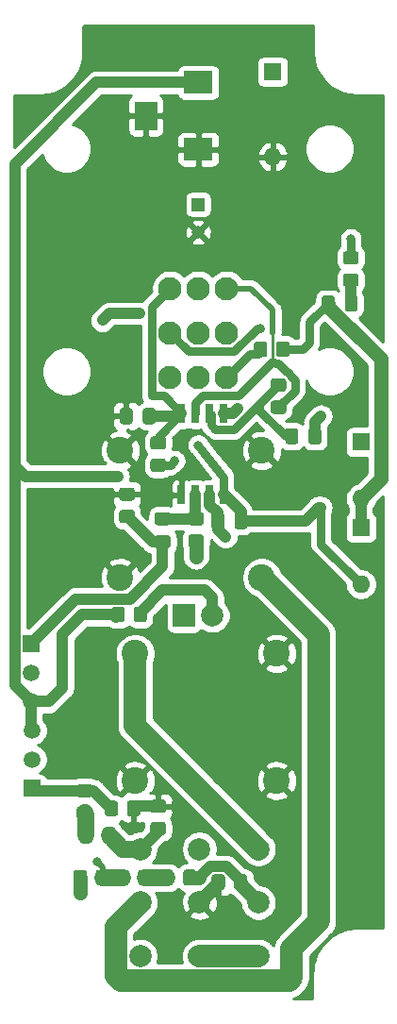
<source format=gbr>
%TF.GenerationSoftware,KiCad,Pcbnew,5.1.10*%
%TF.CreationDate,2021-09-21T18:47:02-07:00*%
%TF.ProjectId,MainBoard,4d61696e-426f-4617-9264-2e6b69636164,rev?*%
%TF.SameCoordinates,Original*%
%TF.FileFunction,Copper,L2,Bot*%
%TF.FilePolarity,Positive*%
%FSLAX46Y46*%
G04 Gerber Fmt 4.6, Leading zero omitted, Abs format (unit mm)*
G04 Created by KiCad (PCBNEW 5.1.10) date 2021-09-21 18:47:02*
%MOMM*%
%LPD*%
G01*
G04 APERTURE LIST*
%TA.AperFunction,ComponentPad*%
%ADD10R,1.500000X1.500000*%
%TD*%
%TA.AperFunction,ComponentPad*%
%ADD11C,1.500000*%
%TD*%
%TA.AperFunction,ComponentPad*%
%ADD12O,1.600000X1.600000*%
%TD*%
%TA.AperFunction,ComponentPad*%
%ADD13R,1.600000X1.600000*%
%TD*%
%TA.AperFunction,SMDPad,CuDef*%
%ADD14R,0.650000X1.700000*%
%TD*%
%TA.AperFunction,ComponentPad*%
%ADD15C,2.000000*%
%TD*%
%TA.AperFunction,ComponentPad*%
%ADD16C,2.100000*%
%TD*%
%TA.AperFunction,ComponentPad*%
%ADD17R,2.600000X2.000000*%
%TD*%
%TA.AperFunction,ComponentPad*%
%ADD18R,2.000000X2.600000*%
%TD*%
%TA.AperFunction,ComponentPad*%
%ADD19C,2.400000*%
%TD*%
%TA.AperFunction,ComponentPad*%
%ADD20C,1.150000*%
%TD*%
%TA.AperFunction,ComponentPad*%
%ADD21R,1.150000X1.150000*%
%TD*%
%TA.AperFunction,ComponentPad*%
%ADD22R,2.000000X2.000000*%
%TD*%
%TA.AperFunction,ViaPad*%
%ADD23C,0.800000*%
%TD*%
%TA.AperFunction,Conductor*%
%ADD24C,1.250000*%
%TD*%
%TA.AperFunction,Conductor*%
%ADD25C,1.000000*%
%TD*%
%TA.AperFunction,Conductor*%
%ADD26C,1.500000*%
%TD*%
%TA.AperFunction,Conductor*%
%ADD27C,0.750000*%
%TD*%
%TA.AperFunction,Conductor*%
%ADD28C,0.500000*%
%TD*%
%TA.AperFunction,Conductor*%
%ADD29C,0.250000*%
%TD*%
%TA.AperFunction,Conductor*%
%ADD30C,2.000000*%
%TD*%
%TA.AperFunction,Conductor*%
%ADD31C,0.254000*%
%TD*%
%TA.AperFunction,Conductor*%
%ADD32C,0.100000*%
%TD*%
G04 APERTURE END LIST*
D10*
%TO.P,Q1,1*%
%TO.N,/drive/IN*%
X85000000Y-111800000D03*
D11*
%TO.P,Q1,3*%
%TO.N,+9V*%
X85000000Y-117000000D03*
%TO.P,Q1,2*%
%TO.N,Net-(Q1-Pad2)*%
X85000000Y-114400000D03*
%TD*%
D10*
%TO.P,Q2,1*%
%TO.N,Net-(Q2-Pad1)*%
X85100000Y-124800000D03*
D11*
%TO.P,Q2,3*%
%TO.N,+9V*%
X85100000Y-119600000D03*
%TO.P,Q2,2*%
%TO.N,Net-(C10-Pad1)*%
X85100000Y-122200000D03*
%TD*%
D12*
%TO.P,D2,2*%
%TO.N,Net-(C3-Pad1)*%
X114600000Y-98800000D03*
D13*
%TO.P,D2,1*%
%TO.N,Net-(C4-Pad2)*%
X114600000Y-93720000D03*
%TD*%
D14*
%TO.P,IC1,8*%
%TO.N,+9V*%
X102305000Y-91150000D03*
%TO.P,IC1,7*%
%TO.N,/volume/IN*%
X101035000Y-91150000D03*
%TO.P,IC1,6*%
%TO.N,Net-(IC1-Pad6)*%
X99765000Y-91150000D03*
%TO.P,IC1,5*%
%TO.N,/tone/IN*%
X98495000Y-91150000D03*
%TO.P,IC1,4*%
%TO.N,0*%
X98495000Y-98450000D03*
%TO.P,IC1,3*%
%TO.N,Net-(C2-Pad2)*%
X99765000Y-98450000D03*
%TO.P,IC1,2*%
%TO.N,Net-(C3-Pad1)*%
X101035000Y-98450000D03*
%TO.P,IC1,1*%
%TO.N,Net-(C4-Pad2)*%
X102305000Y-98450000D03*
%TD*%
D15*
%TO.P,SW1,7*%
%TO.N,/EFFECT_OUT*%
X94800000Y-130226400D03*
%TO.P,SW1,9*%
%TO.N,/PassThru*%
X94800000Y-139826400D03*
%TO.P,SW1,8*%
%TO.N,/SIG_OUT*%
X94800000Y-135026400D03*
%TO.P,SW1,1*%
%TO.N,/PassThru*%
X105400000Y-130226400D03*
%TO.P,SW1,3*%
%TO.N,Net-(SW1-Pad3)*%
X105400000Y-139826400D03*
%TO.P,SW1,2*%
%TO.N,/SIG_IN*%
X105400000Y-135026400D03*
%TO.P,SW1,4*%
%TO.N,Net-(D4-Pad1)*%
X100100000Y-130225800D03*
%TO.P,SW1,5*%
%TO.N,0*%
X100100000Y-135026400D03*
%TO.P,SW1,6*%
%TO.N,Net-(SW1-Pad3)*%
X100100000Y-139827000D03*
%TD*%
D16*
%TO.P,R21,3*%
%TO.N,VCC*%
X102540000Y-83921600D03*
%TO.P,R21,2*%
%TO.N,Net-(C10-Pad2)*%
X100000000Y-83921600D03*
%TO.P,R21,1*%
%TO.N,Net-(R18-Pad1)*%
X97460000Y-83921600D03*
%TD*%
%TO.P,R20,3*%
%TO.N,Net-(IC1-Pad6)*%
X102540000Y-79933800D03*
%TO.P,R20,2*%
%TO.N,Net-(C9-Pad2)*%
X100000000Y-79933800D03*
%TO.P,R20,1*%
%TO.N,/tone/IN*%
X97460000Y-79933800D03*
%TD*%
%TO.P,R19,3*%
%TO.N,Net-(R19-Pad3)*%
X102540000Y-87909400D03*
%TO.P,R19,2*%
%TO.N,Net-(C4-Pad2)*%
X100000000Y-87909400D03*
%TO.P,R19,1*%
%TO.N,N/C*%
X97460000Y-87909400D03*
%TD*%
D17*
%TO.P,J3,2*%
%TO.N,+9V*%
X99999800Y-61465200D03*
%TO.P,J3,1*%
%TO.N,0*%
X99999800Y-67465200D03*
D18*
%TO.P,J3,3*%
X95299800Y-64465200D03*
%TD*%
D19*
%TO.P,J2,T*%
%TO.N,/SIG_OUT*%
X105689400Y-105877600D03*
%TO.P,J2,S*%
%TO.N,0*%
X92989400Y-105877600D03*
%TO.P,J2,TN*%
X105689400Y-94477600D03*
%TO.P,J2,SN*%
X92989400Y-94477600D03*
%TD*%
%TO.P,J1,T*%
%TO.N,/PassThru*%
X94335600Y-112689400D03*
%TO.P,J1,S*%
%TO.N,0*%
X107035600Y-112689400D03*
%TO.P,J1,TN*%
X94335600Y-124089400D03*
%TO.P,J1,SN*%
X107035600Y-124089400D03*
%TD*%
D20*
%TO.P,C12,2*%
%TO.N,0*%
X100000000Y-74900000D03*
D21*
%TO.P,C12,1*%
%TO.N,+9V*%
X100000000Y-72400000D03*
%TD*%
%TO.P,R23,2*%
%TO.N,Net-(D4-Pad2)*%
%TA.AperFunction,SMDPad,CuDef*%
G36*
G01*
X94200000Y-109650001D02*
X94200000Y-108749999D01*
G75*
G02*
X94449999Y-108500000I249999J0D01*
G01*
X95150001Y-108500000D01*
G75*
G02*
X95400000Y-108749999I0J-249999D01*
G01*
X95400000Y-109650001D01*
G75*
G02*
X95150001Y-109900000I-249999J0D01*
G01*
X94449999Y-109900000D01*
G75*
G02*
X94200000Y-109650001I0J249999D01*
G01*
G37*
%TD.AperFunction*%
%TO.P,R23,1*%
%TO.N,+9V*%
%TA.AperFunction,SMDPad,CuDef*%
G36*
G01*
X92200000Y-109650001D02*
X92200000Y-108749999D01*
G75*
G02*
X92449999Y-108500000I249999J0D01*
G01*
X93150001Y-108500000D01*
G75*
G02*
X93400000Y-108749999I0J-249999D01*
G01*
X93400000Y-109650001D01*
G75*
G02*
X93150001Y-109900000I-249999J0D01*
G01*
X92449999Y-109900000D01*
G75*
G02*
X92200000Y-109650001I0J249999D01*
G01*
G37*
%TD.AperFunction*%
%TD*%
%TO.P,R22,2*%
%TO.N,0*%
%TA.AperFunction,SMDPad,CuDef*%
G36*
G01*
X102400000Y-132749999D02*
X102400000Y-133650001D01*
G75*
G02*
X102150001Y-133900000I-249999J0D01*
G01*
X101449999Y-133900000D01*
G75*
G02*
X101200000Y-133650001I0J249999D01*
G01*
X101200000Y-132749999D01*
G75*
G02*
X101449999Y-132500000I249999J0D01*
G01*
X102150001Y-132500000D01*
G75*
G02*
X102400000Y-132749999I0J-249999D01*
G01*
G37*
%TD.AperFunction*%
%TO.P,R22,1*%
%TO.N,/SIG_IN*%
%TA.AperFunction,SMDPad,CuDef*%
G36*
G01*
X104400000Y-132749999D02*
X104400000Y-133650001D01*
G75*
G02*
X104150001Y-133900000I-249999J0D01*
G01*
X103449999Y-133900000D01*
G75*
G02*
X103200000Y-133650001I0J249999D01*
G01*
X103200000Y-132749999D01*
G75*
G02*
X103449999Y-132500000I249999J0D01*
G01*
X104150001Y-132500000D01*
G75*
G02*
X104400000Y-132749999I0J-249999D01*
G01*
G37*
%TD.AperFunction*%
%TD*%
%TO.P,R17,2*%
%TO.N,Net-(IC1-Pad6)*%
%TA.AperFunction,SMDPad,CuDef*%
G36*
G01*
X106749999Y-90000000D02*
X107650001Y-90000000D01*
G75*
G02*
X107900000Y-90249999I0J-249999D01*
G01*
X107900000Y-90950001D01*
G75*
G02*
X107650001Y-91200000I-249999J0D01*
G01*
X106749999Y-91200000D01*
G75*
G02*
X106500000Y-90950001I0J249999D01*
G01*
X106500000Y-90249999D01*
G75*
G02*
X106749999Y-90000000I249999J0D01*
G01*
G37*
%TD.AperFunction*%
%TO.P,R17,1*%
%TO.N,/volume/IN*%
%TA.AperFunction,SMDPad,CuDef*%
G36*
G01*
X106749999Y-88000000D02*
X107650001Y-88000000D01*
G75*
G02*
X107900000Y-88249999I0J-249999D01*
G01*
X107900000Y-88950001D01*
G75*
G02*
X107650001Y-89200000I-249999J0D01*
G01*
X106749999Y-89200000D01*
G75*
G02*
X106500000Y-88950001I0J249999D01*
G01*
X106500000Y-88249999D01*
G75*
G02*
X106749999Y-88000000I249999J0D01*
G01*
G37*
%TD.AperFunction*%
%TD*%
%TO.P,R15,2*%
%TO.N,Net-(Q2-Pad1)*%
%TA.AperFunction,SMDPad,CuDef*%
G36*
G01*
X90250001Y-125600000D02*
X89349999Y-125600000D01*
G75*
G02*
X89100000Y-125350001I0J249999D01*
G01*
X89100000Y-124649999D01*
G75*
G02*
X89349999Y-124400000I249999J0D01*
G01*
X90250001Y-124400000D01*
G75*
G02*
X90500000Y-124649999I0J-249999D01*
G01*
X90500000Y-125350001D01*
G75*
G02*
X90250001Y-125600000I-249999J0D01*
G01*
G37*
%TD.AperFunction*%
%TO.P,R15,1*%
%TO.N,Net-(C11-Pad1)*%
%TA.AperFunction,SMDPad,CuDef*%
G36*
G01*
X90250001Y-127600000D02*
X89349999Y-127600000D01*
G75*
G02*
X89100000Y-127350001I0J249999D01*
G01*
X89100000Y-126649999D01*
G75*
G02*
X89349999Y-126400000I249999J0D01*
G01*
X90250001Y-126400000D01*
G75*
G02*
X90500000Y-126649999I0J-249999D01*
G01*
X90500000Y-127350001D01*
G75*
G02*
X90250001Y-127600000I-249999J0D01*
G01*
G37*
%TD.AperFunction*%
%TD*%
%TO.P,R14,2*%
%TO.N,0*%
%TA.AperFunction,SMDPad,CuDef*%
G36*
G01*
X93600000Y-127050001D02*
X93600000Y-126149999D01*
G75*
G02*
X93849999Y-125900000I249999J0D01*
G01*
X94550001Y-125900000D01*
G75*
G02*
X94800000Y-126149999I0J-249999D01*
G01*
X94800000Y-127050001D01*
G75*
G02*
X94550001Y-127300000I-249999J0D01*
G01*
X93849999Y-127300000D01*
G75*
G02*
X93600000Y-127050001I0J249999D01*
G01*
G37*
%TD.AperFunction*%
%TO.P,R14,1*%
%TO.N,Net-(Q2-Pad1)*%
%TA.AperFunction,SMDPad,CuDef*%
G36*
G01*
X91600000Y-127050001D02*
X91600000Y-126149999D01*
G75*
G02*
X91849999Y-125900000I249999J0D01*
G01*
X92550001Y-125900000D01*
G75*
G02*
X92800000Y-126149999I0J-249999D01*
G01*
X92800000Y-127050001D01*
G75*
G02*
X92550001Y-127300000I-249999J0D01*
G01*
X91849999Y-127300000D01*
G75*
G02*
X91600000Y-127050001I0J249999D01*
G01*
G37*
%TD.AperFunction*%
%TD*%
%TO.P,R13,2*%
%TO.N,0*%
%TA.AperFunction,SMDPad,CuDef*%
G36*
G01*
X96850001Y-127000000D02*
X95949999Y-127000000D01*
G75*
G02*
X95700000Y-126750001I0J249999D01*
G01*
X95700000Y-126049999D01*
G75*
G02*
X95949999Y-125800000I249999J0D01*
G01*
X96850001Y-125800000D01*
G75*
G02*
X97100000Y-126049999I0J-249999D01*
G01*
X97100000Y-126750001D01*
G75*
G02*
X96850001Y-127000000I-249999J0D01*
G01*
G37*
%TD.AperFunction*%
%TO.P,R13,1*%
%TO.N,/EFFECT_OUT*%
%TA.AperFunction,SMDPad,CuDef*%
G36*
G01*
X96850001Y-129000000D02*
X95949999Y-129000000D01*
G75*
G02*
X95700000Y-128750001I0J249999D01*
G01*
X95700000Y-128049999D01*
G75*
G02*
X95949999Y-127800000I249999J0D01*
G01*
X96850001Y-127800000D01*
G75*
G02*
X97100000Y-128049999I0J-249999D01*
G01*
X97100000Y-128750001D01*
G75*
G02*
X96850001Y-129000000I-249999J0D01*
G01*
G37*
%TD.AperFunction*%
%TD*%
%TO.P,R8,2*%
%TO.N,Net-(C4-Pad2)*%
%TA.AperFunction,SMDPad,CuDef*%
G36*
G01*
X95949999Y-95200000D02*
X96850001Y-95200000D01*
G75*
G02*
X97100000Y-95449999I0J-249999D01*
G01*
X97100000Y-96150001D01*
G75*
G02*
X96850001Y-96400000I-249999J0D01*
G01*
X95949999Y-96400000D01*
G75*
G02*
X95700000Y-96150001I0J249999D01*
G01*
X95700000Y-95449999D01*
G75*
G02*
X95949999Y-95200000I249999J0D01*
G01*
G37*
%TD.AperFunction*%
%TO.P,R8,1*%
%TO.N,/tone/IN*%
%TA.AperFunction,SMDPad,CuDef*%
G36*
G01*
X95949999Y-93200000D02*
X96850001Y-93200000D01*
G75*
G02*
X97100000Y-93449999I0J-249999D01*
G01*
X97100000Y-94150001D01*
G75*
G02*
X96850001Y-94400000I-249999J0D01*
G01*
X95949999Y-94400000D01*
G75*
G02*
X95700000Y-94150001I0J249999D01*
G01*
X95700000Y-93449999D01*
G75*
G02*
X95949999Y-93200000I249999J0D01*
G01*
G37*
%TD.AperFunction*%
%TD*%
%TO.P,R7,2*%
%TO.N,Net-(C3-Pad1)*%
%TA.AperFunction,SMDPad,CuDef*%
G36*
G01*
X107000000Y-85850001D02*
X107000000Y-84949999D01*
G75*
G02*
X107249999Y-84700000I249999J0D01*
G01*
X107950001Y-84700000D01*
G75*
G02*
X108200000Y-84949999I0J-249999D01*
G01*
X108200000Y-85850001D01*
G75*
G02*
X107950001Y-86100000I-249999J0D01*
G01*
X107249999Y-86100000D01*
G75*
G02*
X107000000Y-85850001I0J249999D01*
G01*
G37*
%TD.AperFunction*%
%TO.P,R7,1*%
%TO.N,Net-(R19-Pad3)*%
%TA.AperFunction,SMDPad,CuDef*%
G36*
G01*
X105000000Y-85850001D02*
X105000000Y-84949999D01*
G75*
G02*
X105249999Y-84700000I249999J0D01*
G01*
X105950001Y-84700000D01*
G75*
G02*
X106200000Y-84949999I0J-249999D01*
G01*
X106200000Y-85850001D01*
G75*
G02*
X105950001Y-86100000I-249999J0D01*
G01*
X105249999Y-86100000D01*
G75*
G02*
X105000000Y-85850001I0J249999D01*
G01*
G37*
%TD.AperFunction*%
%TD*%
%TO.P,R6,2*%
%TO.N,Net-(C3-Pad2)*%
%TA.AperFunction,SMDPad,CuDef*%
G36*
G01*
X113249999Y-78600000D02*
X114150001Y-78600000D01*
G75*
G02*
X114400000Y-78849999I0J-249999D01*
G01*
X114400000Y-79550001D01*
G75*
G02*
X114150001Y-79800000I-249999J0D01*
G01*
X113249999Y-79800000D01*
G75*
G02*
X113000000Y-79550001I0J249999D01*
G01*
X113000000Y-78849999D01*
G75*
G02*
X113249999Y-78600000I249999J0D01*
G01*
G37*
%TD.AperFunction*%
%TO.P,R6,1*%
%TO.N,VCC*%
%TA.AperFunction,SMDPad,CuDef*%
G36*
G01*
X113249999Y-76600000D02*
X114150001Y-76600000D01*
G75*
G02*
X114400000Y-76849999I0J-249999D01*
G01*
X114400000Y-77550001D01*
G75*
G02*
X114150001Y-77800000I-249999J0D01*
G01*
X113249999Y-77800000D01*
G75*
G02*
X113000000Y-77550001I0J249999D01*
G01*
X113000000Y-76849999D01*
G75*
G02*
X113249999Y-76600000I249999J0D01*
G01*
G37*
%TD.AperFunction*%
%TD*%
%TO.P,R5,2*%
%TO.N,Net-(C2-Pad2)*%
%TA.AperFunction,SMDPad,CuDef*%
G36*
G01*
X100250001Y-101200000D02*
X99349999Y-101200000D01*
G75*
G02*
X99100000Y-100950001I0J249999D01*
G01*
X99100000Y-100249999D01*
G75*
G02*
X99349999Y-100000000I249999J0D01*
G01*
X100250001Y-100000000D01*
G75*
G02*
X100500000Y-100249999I0J-249999D01*
G01*
X100500000Y-100950001D01*
G75*
G02*
X100250001Y-101200000I-249999J0D01*
G01*
G37*
%TD.AperFunction*%
%TO.P,R5,1*%
%TO.N,VCC*%
%TA.AperFunction,SMDPad,CuDef*%
G36*
G01*
X100250001Y-103200000D02*
X99349999Y-103200000D01*
G75*
G02*
X99100000Y-102950001I0J249999D01*
G01*
X99100000Y-102249999D01*
G75*
G02*
X99349999Y-102000000I249999J0D01*
G01*
X100250001Y-102000000D01*
G75*
G02*
X100500000Y-102249999I0J-249999D01*
G01*
X100500000Y-102950001D01*
G75*
G02*
X100250001Y-103200000I-249999J0D01*
G01*
G37*
%TD.AperFunction*%
%TD*%
%TO.P,R3,2*%
%TO.N,0*%
%TA.AperFunction,SMDPad,CuDef*%
G36*
G01*
X94050001Y-99000000D02*
X93149999Y-99000000D01*
G75*
G02*
X92900000Y-98750001I0J249999D01*
G01*
X92900000Y-98049999D01*
G75*
G02*
X93149999Y-97800000I249999J0D01*
G01*
X94050001Y-97800000D01*
G75*
G02*
X94300000Y-98049999I0J-249999D01*
G01*
X94300000Y-98750001D01*
G75*
G02*
X94050001Y-99000000I-249999J0D01*
G01*
G37*
%TD.AperFunction*%
%TO.P,R3,1*%
%TO.N,/drive/IN*%
%TA.AperFunction,SMDPad,CuDef*%
G36*
G01*
X94050001Y-101000000D02*
X93149999Y-101000000D01*
G75*
G02*
X92900000Y-100750001I0J249999D01*
G01*
X92900000Y-100049999D01*
G75*
G02*
X93149999Y-99800000I249999J0D01*
G01*
X94050001Y-99800000D01*
G75*
G02*
X94300000Y-100049999I0J-249999D01*
G01*
X94300000Y-100750001D01*
G75*
G02*
X94050001Y-101000000I-249999J0D01*
G01*
G37*
%TD.AperFunction*%
%TD*%
%TO.P,R2,2*%
%TO.N,Net-(Q1-Pad2)*%
%TA.AperFunction,SMDPad,CuDef*%
G36*
G01*
X90800000Y-133250001D02*
X90800000Y-132349999D01*
G75*
G02*
X91049999Y-132100000I249999J0D01*
G01*
X91750001Y-132100000D01*
G75*
G02*
X92000000Y-132349999I0J-249999D01*
G01*
X92000000Y-133250001D01*
G75*
G02*
X91750001Y-133500000I-249999J0D01*
G01*
X91049999Y-133500000D01*
G75*
G02*
X90800000Y-133250001I0J249999D01*
G01*
G37*
%TD.AperFunction*%
%TO.P,R2,1*%
%TO.N,VCC*%
%TA.AperFunction,SMDPad,CuDef*%
G36*
G01*
X88800000Y-133250001D02*
X88800000Y-132349999D01*
G75*
G02*
X89049999Y-132100000I249999J0D01*
G01*
X89750001Y-132100000D01*
G75*
G02*
X90000000Y-132349999I0J-249999D01*
G01*
X90000000Y-133250001D01*
G75*
G02*
X89750001Y-133500000I-249999J0D01*
G01*
X89049999Y-133500000D01*
G75*
G02*
X88800000Y-133250001I0J249999D01*
G01*
G37*
%TD.AperFunction*%
%TD*%
%TO.P,R1,2*%
%TO.N,Net-(C1-Pad1)*%
%TA.AperFunction,SMDPad,CuDef*%
G36*
G01*
X94600000Y-133250001D02*
X94600000Y-132349999D01*
G75*
G02*
X94849999Y-132100000I249999J0D01*
G01*
X95550001Y-132100000D01*
G75*
G02*
X95800000Y-132349999I0J-249999D01*
G01*
X95800000Y-133250001D01*
G75*
G02*
X95550001Y-133500000I-249999J0D01*
G01*
X94849999Y-133500000D01*
G75*
G02*
X94600000Y-133250001I0J249999D01*
G01*
G37*
%TD.AperFunction*%
%TO.P,R1,1*%
%TO.N,Net-(Q1-Pad2)*%
%TA.AperFunction,SMDPad,CuDef*%
G36*
G01*
X92600000Y-133250001D02*
X92600000Y-132349999D01*
G75*
G02*
X92849999Y-132100000I249999J0D01*
G01*
X93550001Y-132100000D01*
G75*
G02*
X93800000Y-132349999I0J-249999D01*
G01*
X93800000Y-133250001D01*
G75*
G02*
X93550001Y-133500000I-249999J0D01*
G01*
X92849999Y-133500000D01*
G75*
G02*
X92600000Y-133250001I0J249999D01*
G01*
G37*
%TD.AperFunction*%
%TD*%
D12*
%TO.P,D5,2*%
%TO.N,0*%
X106680000Y-68122800D03*
D13*
%TO.P,D5,1*%
%TO.N,+9V*%
X106680000Y-60502800D03*
%TD*%
D22*
%TO.P,D4,1*%
%TO.N,Net-(D4-Pad1)*%
X98730000Y-109283560D03*
D15*
%TO.P,D4,2*%
%TO.N,Net-(D4-Pad2)*%
X101270000Y-109283560D03*
%TD*%
D12*
%TO.P,D1,2*%
%TO.N,Net-(C4-Pad2)*%
X114600000Y-106480000D03*
D13*
%TO.P,D1,1*%
%TO.N,Net-(C3-Pad1)*%
X114600000Y-101400000D03*
%TD*%
%TO.P,C11,2*%
%TO.N,/EFFECT_OUT*%
%TA.AperFunction,SMDPad,CuDef*%
G36*
G01*
X91412500Y-129475000D02*
X91412500Y-128525000D01*
G75*
G02*
X91662500Y-128275000I250000J0D01*
G01*
X92337500Y-128275000D01*
G75*
G02*
X92587500Y-128525000I0J-250000D01*
G01*
X92587500Y-129475000D01*
G75*
G02*
X92337500Y-129725000I-250000J0D01*
G01*
X91662500Y-129725000D01*
G75*
G02*
X91412500Y-129475000I0J250000D01*
G01*
G37*
%TD.AperFunction*%
%TO.P,C11,1*%
%TO.N,Net-(C11-Pad1)*%
%TA.AperFunction,SMDPad,CuDef*%
G36*
G01*
X89337500Y-129475000D02*
X89337500Y-128525000D01*
G75*
G02*
X89587500Y-128275000I250000J0D01*
G01*
X90262500Y-128275000D01*
G75*
G02*
X90512500Y-128525000I0J-250000D01*
G01*
X90512500Y-129475000D01*
G75*
G02*
X90262500Y-129725000I-250000J0D01*
G01*
X89587500Y-129725000D01*
G75*
G02*
X89337500Y-129475000I0J250000D01*
G01*
G37*
%TD.AperFunction*%
%TD*%
%TO.P,C8,2*%
%TO.N,Net-(C8-Pad2)*%
%TA.AperFunction,SMDPad,CuDef*%
G36*
G01*
X109887500Y-93675000D02*
X109887500Y-92725000D01*
G75*
G02*
X110137500Y-92475000I250000J0D01*
G01*
X110812500Y-92475000D01*
G75*
G02*
X111062500Y-92725000I0J-250000D01*
G01*
X111062500Y-93675000D01*
G75*
G02*
X110812500Y-93925000I-250000J0D01*
G01*
X110137500Y-93925000D01*
G75*
G02*
X109887500Y-93675000I0J250000D01*
G01*
G37*
%TD.AperFunction*%
%TO.P,C8,1*%
%TO.N,/volume/IN*%
%TA.AperFunction,SMDPad,CuDef*%
G36*
G01*
X107812500Y-93675000D02*
X107812500Y-92725000D01*
G75*
G02*
X108062500Y-92475000I250000J0D01*
G01*
X108737500Y-92475000D01*
G75*
G02*
X108987500Y-92725000I0J-250000D01*
G01*
X108987500Y-93675000D01*
G75*
G02*
X108737500Y-93925000I-250000J0D01*
G01*
X108062500Y-93925000D01*
G75*
G02*
X107812500Y-93675000I0J250000D01*
G01*
G37*
%TD.AperFunction*%
%TD*%
%TO.P,C5,2*%
%TO.N,0*%
%TA.AperFunction,SMDPad,CuDef*%
G36*
G01*
X94112500Y-90925000D02*
X94112500Y-91875000D01*
G75*
G02*
X93862500Y-92125000I-250000J0D01*
G01*
X93187500Y-92125000D01*
G75*
G02*
X92937500Y-91875000I0J250000D01*
G01*
X92937500Y-90925000D01*
G75*
G02*
X93187500Y-90675000I250000J0D01*
G01*
X93862500Y-90675000D01*
G75*
G02*
X94112500Y-90925000I0J-250000D01*
G01*
G37*
%TD.AperFunction*%
%TO.P,C5,1*%
%TO.N,/tone/IN*%
%TA.AperFunction,SMDPad,CuDef*%
G36*
G01*
X96187500Y-90925000D02*
X96187500Y-91875000D01*
G75*
G02*
X95937500Y-92125000I-250000J0D01*
G01*
X95262500Y-92125000D01*
G75*
G02*
X95012500Y-91875000I0J250000D01*
G01*
X95012500Y-90925000D01*
G75*
G02*
X95262500Y-90675000I250000J0D01*
G01*
X95937500Y-90675000D01*
G75*
G02*
X96187500Y-90925000I0J-250000D01*
G01*
G37*
%TD.AperFunction*%
%TD*%
%TO.P,C4,2*%
%TO.N,Net-(C4-Pad2)*%
%TA.AperFunction,SMDPad,CuDef*%
G36*
G01*
X103250000Y-101275000D02*
X103250000Y-100325000D01*
G75*
G02*
X103500000Y-100075000I250000J0D01*
G01*
X104175000Y-100075000D01*
G75*
G02*
X104425000Y-100325000I0J-250000D01*
G01*
X104425000Y-101275000D01*
G75*
G02*
X104175000Y-101525000I-250000J0D01*
G01*
X103500000Y-101525000D01*
G75*
G02*
X103250000Y-101275000I0J250000D01*
G01*
G37*
%TD.AperFunction*%
%TO.P,C4,1*%
%TO.N,Net-(C3-Pad1)*%
%TA.AperFunction,SMDPad,CuDef*%
G36*
G01*
X101175000Y-101275000D02*
X101175000Y-100325000D01*
G75*
G02*
X101425000Y-100075000I250000J0D01*
G01*
X102100000Y-100075000D01*
G75*
G02*
X102350000Y-100325000I0J-250000D01*
G01*
X102350000Y-101275000D01*
G75*
G02*
X102100000Y-101525000I-250000J0D01*
G01*
X101425000Y-101525000D01*
G75*
G02*
X101175000Y-101275000I0J250000D01*
G01*
G37*
%TD.AperFunction*%
%TD*%
%TO.P,C3,2*%
%TO.N,Net-(C3-Pad2)*%
%TA.AperFunction,SMDPad,CuDef*%
G36*
G01*
X113150000Y-81775000D02*
X113150000Y-80825000D01*
G75*
G02*
X113400000Y-80575000I250000J0D01*
G01*
X114075000Y-80575000D01*
G75*
G02*
X114325000Y-80825000I0J-250000D01*
G01*
X114325000Y-81775000D01*
G75*
G02*
X114075000Y-82025000I-250000J0D01*
G01*
X113400000Y-82025000D01*
G75*
G02*
X113150000Y-81775000I0J250000D01*
G01*
G37*
%TD.AperFunction*%
%TO.P,C3,1*%
%TO.N,Net-(C3-Pad1)*%
%TA.AperFunction,SMDPad,CuDef*%
G36*
G01*
X111075000Y-81775000D02*
X111075000Y-80825000D01*
G75*
G02*
X111325000Y-80575000I250000J0D01*
G01*
X112000000Y-80575000D01*
G75*
G02*
X112250000Y-80825000I0J-250000D01*
G01*
X112250000Y-81775000D01*
G75*
G02*
X112000000Y-82025000I-250000J0D01*
G01*
X111325000Y-82025000D01*
G75*
G02*
X111075000Y-81775000I0J250000D01*
G01*
G37*
%TD.AperFunction*%
%TD*%
%TO.P,C2,2*%
%TO.N,Net-(C2-Pad2)*%
%TA.AperFunction,SMDPad,CuDef*%
G36*
G01*
X97275000Y-101187500D02*
X96325000Y-101187500D01*
G75*
G02*
X96075000Y-100937500I0J250000D01*
G01*
X96075000Y-100262500D01*
G75*
G02*
X96325000Y-100012500I250000J0D01*
G01*
X97275000Y-100012500D01*
G75*
G02*
X97525000Y-100262500I0J-250000D01*
G01*
X97525000Y-100937500D01*
G75*
G02*
X97275000Y-101187500I-250000J0D01*
G01*
G37*
%TD.AperFunction*%
%TO.P,C2,1*%
%TO.N,/drive/IN*%
%TA.AperFunction,SMDPad,CuDef*%
G36*
G01*
X97275000Y-103262500D02*
X96325000Y-103262500D01*
G75*
G02*
X96075000Y-103012500I0J250000D01*
G01*
X96075000Y-102337500D01*
G75*
G02*
X96325000Y-102087500I250000J0D01*
G01*
X97275000Y-102087500D01*
G75*
G02*
X97525000Y-102337500I0J-250000D01*
G01*
X97525000Y-103012500D01*
G75*
G02*
X97275000Y-103262500I-250000J0D01*
G01*
G37*
%TD.AperFunction*%
%TD*%
%TO.P,C1,2*%
%TO.N,/SIG_IN*%
%TA.AperFunction,SMDPad,CuDef*%
G36*
G01*
X98650000Y-133275000D02*
X98650000Y-132325000D01*
G75*
G02*
X98900000Y-132075000I250000J0D01*
G01*
X99575000Y-132075000D01*
G75*
G02*
X99825000Y-132325000I0J-250000D01*
G01*
X99825000Y-133275000D01*
G75*
G02*
X99575000Y-133525000I-250000J0D01*
G01*
X98900000Y-133525000D01*
G75*
G02*
X98650000Y-133275000I0J250000D01*
G01*
G37*
%TD.AperFunction*%
%TO.P,C1,1*%
%TO.N,Net-(C1-Pad1)*%
%TA.AperFunction,SMDPad,CuDef*%
G36*
G01*
X96575000Y-133275000D02*
X96575000Y-132325000D01*
G75*
G02*
X96825000Y-132075000I250000J0D01*
G01*
X97500000Y-132075000D01*
G75*
G02*
X97750000Y-132325000I0J-250000D01*
G01*
X97750000Y-133275000D01*
G75*
G02*
X97500000Y-133525000I-250000J0D01*
G01*
X96825000Y-133525000D01*
G75*
G02*
X96575000Y-133275000I0J250000D01*
G01*
G37*
%TD.AperFunction*%
%TD*%
D23*
%TO.N,Net-(C3-Pad1)*%
X102462510Y-102225010D03*
%TO.N,Net-(C4-Pad2)*%
X97900000Y-95400000D03*
X100000000Y-94000000D03*
X111000000Y-99600000D03*
%TO.N,VCC*%
X113700000Y-75500000D03*
X99800000Y-104000000D03*
X89400000Y-134200000D03*
%TO.N,Net-(C8-Pad2)*%
X111000000Y-91400000D03*
%TO.N,+9V*%
X103600000Y-90800000D03*
X92800000Y-96800000D03*
%TO.N,Net-(Q1-Pad2)*%
X90900000Y-131400000D03*
%TO.N,Net-(C10-Pad2)*%
X91400000Y-82800000D03*
X94728401Y-82171599D03*
%TO.N,Net-(R18-Pad1)*%
X105551602Y-83500000D03*
%TD*%
D24*
%TO.N,/SIG_IN*%
X103800000Y-133426400D02*
X105400000Y-135026400D01*
X103800000Y-133200000D02*
X103800000Y-133426400D01*
D25*
X100056480Y-132800000D02*
X101056490Y-131799990D01*
X101056490Y-131799990D02*
X102543510Y-131799990D01*
X102543510Y-131799990D02*
X103800000Y-133056480D01*
X103800000Y-133056480D02*
X103800000Y-133200000D01*
D24*
X99237500Y-132800000D02*
X100056480Y-132800000D01*
D26*
%TO.N,Net-(C1-Pad1)*%
X95200000Y-132800000D02*
X97162500Y-132800000D01*
D25*
%TO.N,Net-(C2-Pad2)*%
X99765000Y-100565000D02*
X99800000Y-100600000D01*
X99765000Y-98450000D02*
X99765000Y-100565000D01*
X96800000Y-100600000D02*
X99800000Y-100600000D01*
%TO.N,/drive/IN*%
X95875000Y-102675000D02*
X96800000Y-102675000D01*
X93600000Y-100400000D02*
X95875000Y-102675000D01*
X89000010Y-107799990D02*
X85000000Y-111800000D01*
X93879012Y-107799990D02*
X89000010Y-107799990D01*
X96800000Y-104879002D02*
X93879012Y-107799990D01*
X96800000Y-102675000D02*
X96800000Y-104879002D01*
%TO.N,Net-(C3-Pad2)*%
X113700000Y-81262500D02*
X113737500Y-81300000D01*
X113700000Y-79200000D02*
X113700000Y-81262500D01*
%TO.N,Net-(C3-Pad1)*%
X101035000Y-99347500D02*
X101035000Y-98450000D01*
X101762500Y-100075000D02*
X101035000Y-99347500D01*
X101762500Y-100800000D02*
X101762500Y-100075000D01*
D24*
X116374990Y-97025010D02*
X114600000Y-98800000D01*
X116374990Y-86270287D02*
X116374990Y-97025010D01*
X111662500Y-81557796D02*
X116374990Y-86270287D01*
X111662500Y-81300000D02*
X111662500Y-81557796D01*
D25*
X114600000Y-98800000D02*
X114600000Y-101400000D01*
X101762500Y-101525000D02*
X102462510Y-102225010D01*
X101762500Y-100800000D02*
X101762500Y-101525000D01*
D27*
X107600000Y-85400000D02*
X109400000Y-85400000D01*
X109400000Y-85400000D02*
X110000000Y-84800000D01*
X110000000Y-82962500D02*
X111662500Y-81300000D01*
X110000000Y-84800000D02*
X110000000Y-82962500D01*
D25*
%TO.N,Net-(C4-Pad2)*%
X103837500Y-99982500D02*
X102327500Y-98472500D01*
X103837500Y-100800000D02*
X103837500Y-99982500D01*
X102327500Y-98472500D02*
X102305000Y-98450000D01*
D27*
X97500000Y-95800000D02*
X97900000Y-95400000D01*
X96400000Y-95800000D02*
X97500000Y-95800000D01*
X102305000Y-96905000D02*
X102305000Y-98450000D01*
X100000000Y-94000000D02*
X102305000Y-96905000D01*
X111000000Y-102880000D02*
X111000000Y-99600000D01*
X114600000Y-106480000D02*
X111000000Y-102880000D01*
D25*
X109600000Y-100800000D02*
X110800000Y-99600000D01*
X110800000Y-99600000D02*
X111000000Y-99600000D01*
X103837500Y-100800000D02*
X109600000Y-100800000D01*
D24*
%TO.N,0*%
X101800000Y-133326400D02*
X100100000Y-135026400D01*
X101800000Y-133200000D02*
X101800000Y-133326400D01*
D25*
X94400000Y-126400000D02*
X94200000Y-126600000D01*
X96400000Y-126400000D02*
X94400000Y-126400000D01*
D27*
%TO.N,/tone/IN*%
X95834999Y-81558801D02*
X97460000Y-79933800D01*
X98495000Y-91150000D02*
X96909999Y-89564999D01*
X95834999Y-89564999D02*
X95834999Y-81558801D01*
X96909999Y-89564999D02*
X95834999Y-89564999D01*
X96400000Y-93245000D02*
X98495000Y-91150000D01*
X96400000Y-93800000D02*
X96400000Y-93245000D01*
D25*
X97326200Y-79800000D02*
X97460000Y-79933800D01*
X98245000Y-91400000D02*
X98495000Y-91150000D01*
X95600000Y-91400000D02*
X98245000Y-91400000D01*
D24*
%TO.N,VCC*%
X89400000Y-134200000D02*
X89400000Y-132800000D01*
X99800000Y-102600000D02*
X99800000Y-104000000D01*
D27*
X113700000Y-77200000D02*
X113700000Y-75500000D01*
D25*
%TO.N,Net-(C8-Pad2)*%
X110475000Y-91925000D02*
X111000000Y-91400000D01*
X110475000Y-93200000D02*
X110475000Y-91925000D01*
D27*
%TO.N,/volume/IN*%
X101035000Y-91150000D02*
X101125012Y-91240012D01*
X101125012Y-91240012D02*
X101125012Y-92180014D01*
X101125012Y-92180014D02*
X101519998Y-92575000D01*
X101519998Y-92575000D02*
X103225000Y-92575000D01*
X105500000Y-90887500D02*
X105500000Y-90300000D01*
X107812500Y-93200000D02*
X105500000Y-90887500D01*
X108400000Y-93200000D02*
X107812500Y-93200000D01*
X105500000Y-90300000D02*
X107200000Y-88600000D01*
X103225000Y-92575000D02*
X105500000Y-90300000D01*
D26*
%TO.N,/EFFECT_OUT*%
X93226400Y-130226400D02*
X92000000Y-129000000D01*
X94800000Y-130226400D02*
X93226400Y-130226400D01*
D25*
X96400000Y-128626400D02*
X94800000Y-130226400D01*
X96400000Y-128400000D02*
X96400000Y-128626400D01*
D26*
%TO.N,Net-(C11-Pad1)*%
X89925000Y-127125000D02*
X89800000Y-127000000D01*
X89925000Y-129000000D02*
X89925000Y-127125000D01*
D25*
%TO.N,+9V*%
X90876331Y-61465200D02*
X99999800Y-61465200D01*
X83549999Y-68791532D02*
X90876331Y-61465200D01*
X85000000Y-117000000D02*
X83549999Y-115549999D01*
X85000000Y-119500000D02*
X85100000Y-119600000D01*
X85000000Y-117000000D02*
X85000000Y-119500000D01*
X92600000Y-109400000D02*
X92800000Y-109200000D01*
X85000000Y-117000000D02*
X86600000Y-117000000D01*
X86600000Y-117000000D02*
X87800000Y-115800000D01*
X87800000Y-115800000D02*
X87800000Y-111000000D01*
X89600000Y-109200000D02*
X92800000Y-109200000D01*
X87800000Y-111000000D02*
X89600000Y-109200000D01*
X103129708Y-91150000D02*
X103539854Y-90739854D01*
X102305000Y-91150000D02*
X103129708Y-91150000D01*
X84499998Y-96800000D02*
X83549999Y-95850001D01*
X92800000Y-96800000D02*
X84499998Y-96800000D01*
X83549999Y-95850001D02*
X83549999Y-68791532D01*
X83549999Y-115549999D02*
X83549999Y-95850001D01*
D27*
%TO.N,Net-(IC1-Pad6)*%
X103602389Y-89534401D02*
X106674990Y-86461800D01*
X100440597Y-89534401D02*
X103602389Y-89534401D01*
X99765000Y-90209998D02*
X100440597Y-89534401D01*
X99765000Y-91150000D02*
X99765000Y-90209998D01*
X106888200Y-86675010D02*
X106674990Y-86461800D01*
X107175010Y-86675010D02*
X106888200Y-86675010D01*
X107924990Y-87424990D02*
X107175010Y-86675010D01*
X108475010Y-87975010D02*
X108475010Y-87908266D01*
X108475010Y-87908266D02*
X107991734Y-87424990D01*
X108700000Y-88200000D02*
X108475010Y-87975010D01*
X108700000Y-89100000D02*
X108700000Y-88200000D01*
X107991734Y-87424990D02*
X107924990Y-87424990D01*
X107200000Y-90600000D02*
X108700000Y-89100000D01*
D28*
X104733800Y-79933800D02*
X106674990Y-81874990D01*
X102540000Y-79933800D02*
X104733800Y-79933800D01*
X106674990Y-83974990D02*
X106674990Y-81874990D01*
D29*
X106674990Y-83974990D02*
X106674990Y-86461800D01*
D26*
%TO.N,Net-(Q1-Pad2)*%
X91400000Y-132800000D02*
X93200000Y-132800000D01*
D28*
X91400000Y-131900000D02*
X90900000Y-131400000D01*
X91400000Y-132800000D02*
X91400000Y-131900000D01*
D25*
%TO.N,Net-(Q2-Pad1)*%
X85660000Y-125000000D02*
X85400000Y-124740000D01*
X89800000Y-125000000D02*
X85660000Y-125000000D01*
X90600000Y-125000000D02*
X92200000Y-126600000D01*
X89800000Y-125000000D02*
X90600000Y-125000000D01*
%TO.N,Net-(C10-Pad2)*%
X92028401Y-82171599D02*
X91400000Y-82800000D01*
X94728401Y-82171599D02*
X92028401Y-82171599D01*
D27*
%TO.N,Net-(R19-Pad3)*%
X104649400Y-85800000D02*
X102540000Y-87909400D01*
X105400000Y-85800000D02*
X104649400Y-85800000D01*
%TO.N,Net-(R18-Pad1)*%
X99110401Y-85572001D02*
X97460000Y-83921600D01*
X103227999Y-85572001D02*
X99110401Y-85572001D01*
X105300000Y-83500000D02*
X103227999Y-85572001D01*
X105551602Y-83500000D02*
X105300000Y-83500000D01*
D25*
%TO.N,Net-(D4-Pad2)*%
X94800000Y-109000000D02*
X94800000Y-109200000D01*
X96800000Y-107000000D02*
X94800000Y-109000000D01*
X100600000Y-107000000D02*
X96800000Y-107000000D01*
X101270000Y-107670000D02*
X100600000Y-107000000D01*
X101270000Y-109283560D02*
X101270000Y-107670000D01*
D30*
%TO.N,/PassThru*%
X94335600Y-119162000D02*
X105400000Y-130226400D01*
X94335600Y-112689400D02*
X94335600Y-119162000D01*
%TO.N,/SIG_OUT*%
X108384279Y-141815721D02*
X108384279Y-139127006D01*
X93027010Y-142027010D02*
X108172990Y-142027010D01*
X108384279Y-139127006D02*
X110800000Y-136711285D01*
X92599992Y-141599992D02*
X93027010Y-142027010D01*
X110800000Y-110988200D02*
X105689400Y-105877600D01*
X108172990Y-142027010D02*
X108384279Y-141815721D01*
X110800000Y-136711285D02*
X110800000Y-110988200D01*
X92599992Y-137226408D02*
X92599992Y-141599992D01*
X94800000Y-135026400D02*
X92599992Y-137226408D01*
%TO.N,Net-(SW1-Pad3)*%
X105399400Y-139827000D02*
X105400000Y-139826400D01*
X100100000Y-139827000D02*
X105399400Y-139827000D01*
%TD*%
D31*
%TO.N,0*%
X110262308Y-56389723D02*
X110273787Y-56393201D01*
X110284389Y-56398866D01*
X110293585Y-56406412D01*
X110301133Y-56415611D01*
X110306798Y-56426214D01*
X110310276Y-56437690D01*
X110315001Y-56485735D01*
X110315000Y-58736104D01*
X110318242Y-58769023D01*
X110318103Y-58788955D01*
X110319104Y-58799168D01*
X110384385Y-59420277D01*
X110397791Y-59485584D01*
X110410264Y-59550970D01*
X110413229Y-59560795D01*
X110597908Y-60157395D01*
X110623746Y-60218862D01*
X110648679Y-60280573D01*
X110653496Y-60289634D01*
X110950538Y-60839001D01*
X110987798Y-60894240D01*
X111024267Y-60949971D01*
X111030753Y-60957924D01*
X111428844Y-61439133D01*
X111476134Y-61486094D01*
X111522722Y-61533668D01*
X111530629Y-61540210D01*
X112014605Y-61934931D01*
X112070113Y-61971811D01*
X112125059Y-62009433D01*
X112134086Y-62014315D01*
X112685514Y-62307514D01*
X112747141Y-62332915D01*
X112808334Y-62359142D01*
X112818137Y-62362177D01*
X113416012Y-62542686D01*
X113481411Y-62555635D01*
X113546520Y-62569475D01*
X113556726Y-62570548D01*
X114178276Y-62631492D01*
X114213894Y-62635000D01*
X116464284Y-62635000D01*
X116512308Y-62639723D01*
X116523787Y-62643201D01*
X116534389Y-62648866D01*
X116543585Y-62656412D01*
X116551133Y-62665611D01*
X116556798Y-62676214D01*
X116560276Y-62687690D01*
X116565001Y-62735735D01*
X116565000Y-84678388D01*
X114458665Y-82572053D01*
X114568386Y-82513405D01*
X114702962Y-82402962D01*
X114813405Y-82268386D01*
X114895472Y-82114850D01*
X114946008Y-81948254D01*
X114963072Y-81775000D01*
X114963072Y-80825000D01*
X114946008Y-80651746D01*
X114895472Y-80485150D01*
X114835000Y-80372015D01*
X114835000Y-80108461D01*
X114888405Y-80043387D01*
X114970472Y-79889851D01*
X115021008Y-79723255D01*
X115038072Y-79550001D01*
X115038072Y-78849999D01*
X115021008Y-78676745D01*
X114970472Y-78510149D01*
X114888405Y-78356613D01*
X114777962Y-78222038D01*
X114751109Y-78200000D01*
X114777962Y-78177962D01*
X114888405Y-78043387D01*
X114970472Y-77889851D01*
X115021008Y-77723255D01*
X115038072Y-77550001D01*
X115038072Y-76849999D01*
X115021008Y-76676745D01*
X114970472Y-76510149D01*
X114888405Y-76356613D01*
X114777962Y-76222038D01*
X114710000Y-76166263D01*
X114710000Y-75727623D01*
X114735000Y-75601939D01*
X114735000Y-75398061D01*
X114695226Y-75198102D01*
X114617205Y-75009744D01*
X114503937Y-74840226D01*
X114359774Y-74696063D01*
X114190256Y-74582795D01*
X114001898Y-74504774D01*
X113801939Y-74465000D01*
X113598061Y-74465000D01*
X113398102Y-74504774D01*
X113209744Y-74582795D01*
X113040226Y-74696063D01*
X112896063Y-74840226D01*
X112782795Y-75009744D01*
X112704774Y-75198102D01*
X112665000Y-75398061D01*
X112665000Y-75601939D01*
X112690001Y-75727628D01*
X112690001Y-76166262D01*
X112622038Y-76222038D01*
X112511595Y-76356613D01*
X112429528Y-76510149D01*
X112378992Y-76676745D01*
X112361928Y-76849999D01*
X112361928Y-77550001D01*
X112378992Y-77723255D01*
X112429528Y-77889851D01*
X112511595Y-78043387D01*
X112622038Y-78177962D01*
X112648891Y-78200000D01*
X112622038Y-78222038D01*
X112511595Y-78356613D01*
X112429528Y-78510149D01*
X112378992Y-78676745D01*
X112361928Y-78849999D01*
X112361928Y-79550001D01*
X112378992Y-79723255D01*
X112429528Y-79889851D01*
X112511595Y-80043387D01*
X112565000Y-80108462D01*
X112565000Y-80145367D01*
X112493386Y-80086595D01*
X112339850Y-80004528D01*
X112173254Y-79953992D01*
X112000000Y-79936928D01*
X111325000Y-79936928D01*
X111151746Y-79953992D01*
X110985150Y-80004528D01*
X110831614Y-80086595D01*
X110697038Y-80197038D01*
X110586595Y-80331614D01*
X110504528Y-80485150D01*
X110453992Y-80651746D01*
X110436928Y-80825000D01*
X110436928Y-80999607D01*
X110420732Y-81052998D01*
X110414131Y-81120014D01*
X109320901Y-82213244D01*
X109282368Y-82244867D01*
X109250745Y-82283400D01*
X109250744Y-82283401D01*
X109156154Y-82398660D01*
X109062368Y-82574121D01*
X109004615Y-82764506D01*
X108985114Y-82962500D01*
X108990001Y-83012117D01*
X108990000Y-84381645D01*
X108981645Y-84390000D01*
X108633737Y-84390000D01*
X108577962Y-84322038D01*
X108443387Y-84211595D01*
X108289851Y-84129528D01*
X108123255Y-84078992D01*
X107950001Y-84061928D01*
X107555710Y-84061928D01*
X107559990Y-84018467D01*
X107559990Y-81918455D01*
X107564271Y-81874989D01*
X107559990Y-81831523D01*
X107559990Y-81831513D01*
X107547185Y-81701500D01*
X107496579Y-81534677D01*
X107414401Y-81380931D01*
X107390200Y-81351442D01*
X107331522Y-81279943D01*
X107331520Y-81279941D01*
X107303807Y-81246173D01*
X107270039Y-81218460D01*
X105390334Y-79338756D01*
X105362617Y-79304983D01*
X105227859Y-79194389D01*
X105074113Y-79112211D01*
X104907290Y-79061605D01*
X104777277Y-79048800D01*
X104777269Y-79048800D01*
X104733800Y-79044519D01*
X104690331Y-79048800D01*
X103975195Y-79048800D01*
X103848825Y-78859675D01*
X103614125Y-78624975D01*
X103338147Y-78440572D01*
X103031496Y-78313554D01*
X102705958Y-78248800D01*
X102374042Y-78248800D01*
X102048504Y-78313554D01*
X101741853Y-78440572D01*
X101465875Y-78624975D01*
X101270000Y-78820850D01*
X101074125Y-78624975D01*
X100798147Y-78440572D01*
X100491496Y-78313554D01*
X100165958Y-78248800D01*
X99834042Y-78248800D01*
X99508504Y-78313554D01*
X99201853Y-78440572D01*
X98925875Y-78624975D01*
X98730000Y-78820850D01*
X98534125Y-78624975D01*
X98258147Y-78440572D01*
X97951496Y-78313554D01*
X97625958Y-78248800D01*
X97294042Y-78248800D01*
X96968504Y-78313554D01*
X96661853Y-78440572D01*
X96385875Y-78624975D01*
X96151175Y-78859675D01*
X95966772Y-79135653D01*
X95839754Y-79442304D01*
X95775000Y-79767842D01*
X95775000Y-80099758D01*
X95790046Y-80175399D01*
X95155900Y-80809545D01*
X95117367Y-80841168D01*
X95085744Y-80879701D01*
X95085743Y-80879702D01*
X94991153Y-80994961D01*
X94958832Y-81055428D01*
X94950900Y-81053022D01*
X94784153Y-81036599D01*
X92084144Y-81036599D01*
X92028400Y-81031109D01*
X91972656Y-81036599D01*
X91972649Y-81036599D01*
X91826894Y-81050955D01*
X91805901Y-81053022D01*
X91756106Y-81068128D01*
X91591954Y-81117923D01*
X91394778Y-81223315D01*
X91221952Y-81365150D01*
X91186405Y-81408464D01*
X90558012Y-82036857D01*
X90451717Y-82166378D01*
X90346324Y-82363554D01*
X90281423Y-82577502D01*
X90259509Y-82800000D01*
X90281423Y-83022498D01*
X90346324Y-83236446D01*
X90451717Y-83433622D01*
X90593552Y-83606448D01*
X90766378Y-83748283D01*
X90963554Y-83853676D01*
X91177502Y-83918577D01*
X91400000Y-83940491D01*
X91622498Y-83918577D01*
X91836446Y-83853676D01*
X92033622Y-83748283D01*
X92163143Y-83641988D01*
X92498532Y-83306599D01*
X94784153Y-83306599D01*
X94825000Y-83302576D01*
X94824999Y-89515391D01*
X94820113Y-89564999D01*
X94839614Y-89762993D01*
X94897367Y-89953379D01*
X94970413Y-90090039D01*
X94922650Y-90104528D01*
X94769114Y-90186595D01*
X94634538Y-90297038D01*
X94629158Y-90303594D01*
X94563685Y-90223815D01*
X94466994Y-90144463D01*
X94356680Y-90085498D01*
X94236982Y-90049188D01*
X94112500Y-90036928D01*
X93810750Y-90040000D01*
X93652000Y-90198750D01*
X93652000Y-91273000D01*
X93672000Y-91273000D01*
X93672000Y-91527000D01*
X93652000Y-91527000D01*
X93652000Y-91547000D01*
X93398000Y-91547000D01*
X93398000Y-91527000D01*
X92461250Y-91527000D01*
X92302500Y-91685750D01*
X92299428Y-92125000D01*
X92311688Y-92249482D01*
X92347998Y-92369180D01*
X92406963Y-92479494D01*
X92486315Y-92576185D01*
X92583006Y-92655537D01*
X92619509Y-92675049D01*
X92576202Y-92680615D01*
X92233567Y-92795754D01*
X92010914Y-92914764D01*
X91891026Y-93199620D01*
X92989400Y-94297995D01*
X94087774Y-93199620D01*
X93967886Y-92914764D01*
X93652002Y-92757783D01*
X93652002Y-92601252D01*
X93810750Y-92760000D01*
X94112500Y-92763072D01*
X94236982Y-92750812D01*
X94356680Y-92714502D01*
X94466994Y-92655537D01*
X94563685Y-92576185D01*
X94629158Y-92496406D01*
X94634538Y-92502962D01*
X94769114Y-92613405D01*
X94922650Y-92695472D01*
X95089246Y-92746008D01*
X95262500Y-92763072D01*
X95393888Y-92763072D01*
X95322038Y-92822038D01*
X95211595Y-92956613D01*
X95129528Y-93110149D01*
X95078992Y-93276745D01*
X95061928Y-93449999D01*
X95061928Y-94150001D01*
X95078992Y-94323255D01*
X95129528Y-94489851D01*
X95211595Y-94643387D01*
X95322038Y-94777962D01*
X95348891Y-94800000D01*
X95322038Y-94822038D01*
X95211595Y-94956613D01*
X95129528Y-95110149D01*
X95078992Y-95276745D01*
X95061928Y-95449999D01*
X95061928Y-96150001D01*
X95078992Y-96323255D01*
X95129528Y-96489851D01*
X95211595Y-96643387D01*
X95322038Y-96777962D01*
X95456613Y-96888405D01*
X95610149Y-96970472D01*
X95776745Y-97021008D01*
X95949999Y-97038072D01*
X96850001Y-97038072D01*
X97023255Y-97021008D01*
X97189851Y-96970472D01*
X97343387Y-96888405D01*
X97438924Y-96810000D01*
X97450392Y-96810000D01*
X97500000Y-96814886D01*
X97697994Y-96795385D01*
X97888380Y-96737632D01*
X98063840Y-96643847D01*
X98217633Y-96517633D01*
X98249262Y-96479093D01*
X98453222Y-96275133D01*
X98559774Y-96203937D01*
X98703937Y-96059774D01*
X98817205Y-95890256D01*
X98895226Y-95701898D01*
X98935000Y-95501939D01*
X98935000Y-95298061D01*
X98895226Y-95098102D01*
X98817205Y-94909744D01*
X98703937Y-94740226D01*
X98559774Y-94596063D01*
X98390256Y-94482795D01*
X98201898Y-94404774D01*
X98001939Y-94365000D01*
X97798061Y-94365000D01*
X97702584Y-94383991D01*
X97721008Y-94323255D01*
X97738072Y-94150001D01*
X97738072Y-93449999D01*
X97727787Y-93345568D01*
X98435283Y-92638072D01*
X98820000Y-92638072D01*
X98944482Y-92625812D01*
X99064180Y-92589502D01*
X99130000Y-92554320D01*
X99195820Y-92589502D01*
X99315518Y-92625812D01*
X99440000Y-92638072D01*
X100090000Y-92638072D01*
X100214482Y-92625812D01*
X100217570Y-92624875D01*
X100233960Y-92655537D01*
X100281166Y-92743854D01*
X100407380Y-92897647D01*
X100445913Y-92929270D01*
X100770737Y-93254094D01*
X100802365Y-93292633D01*
X100956158Y-93418847D01*
X101106328Y-93499114D01*
X101131618Y-93512632D01*
X101322003Y-93570385D01*
X101519998Y-93589886D01*
X101569606Y-93585000D01*
X103175392Y-93585000D01*
X103225000Y-93589886D01*
X103422994Y-93570385D01*
X103613380Y-93512632D01*
X103788840Y-93418847D01*
X103942633Y-93292633D01*
X103974261Y-93254094D01*
X105206250Y-92022105D01*
X105832231Y-92648086D01*
X105634716Y-92634533D01*
X105276202Y-92680615D01*
X104933567Y-92795754D01*
X104710914Y-92914764D01*
X104591026Y-93199620D01*
X105689400Y-94297995D01*
X105703542Y-94283852D01*
X105883148Y-94463458D01*
X105869005Y-94477600D01*
X106967380Y-95575974D01*
X107252236Y-95456086D01*
X107413099Y-95132390D01*
X107507722Y-94783531D01*
X107532467Y-94422916D01*
X107526779Y-94378662D01*
X107569114Y-94413405D01*
X107722650Y-94495472D01*
X107889246Y-94546008D01*
X108062500Y-94563072D01*
X108737500Y-94563072D01*
X108910754Y-94546008D01*
X109077350Y-94495472D01*
X109230886Y-94413405D01*
X109365462Y-94302962D01*
X109437500Y-94215183D01*
X109509538Y-94302962D01*
X109644114Y-94413405D01*
X109797650Y-94495472D01*
X109964246Y-94546008D01*
X110137500Y-94563072D01*
X110812500Y-94563072D01*
X110985754Y-94546008D01*
X111152350Y-94495472D01*
X111305886Y-94413405D01*
X111440462Y-94302962D01*
X111550905Y-94168386D01*
X111632972Y-94014850D01*
X111683508Y-93848254D01*
X111700572Y-93675000D01*
X111700572Y-92725000D01*
X111683508Y-92551746D01*
X111632972Y-92385150D01*
X111628447Y-92376684D01*
X111841988Y-92163143D01*
X111948283Y-92033622D01*
X112053675Y-91836447D01*
X112118577Y-91622500D01*
X112140491Y-91400001D01*
X112118577Y-91177502D01*
X112053675Y-90963554D01*
X111948283Y-90766378D01*
X111806448Y-90593552D01*
X111633622Y-90451717D01*
X111436446Y-90346325D01*
X111222498Y-90281423D01*
X110999999Y-90259509D01*
X110777500Y-90281423D01*
X110563553Y-90346325D01*
X110366378Y-90451717D01*
X110236857Y-90558012D01*
X109711860Y-91083009D01*
X109668552Y-91118551D01*
X109526717Y-91291377D01*
X109421324Y-91488553D01*
X109356423Y-91702501D01*
X109346441Y-91803852D01*
X109334509Y-91925000D01*
X109340000Y-91980751D01*
X109340000Y-92076142D01*
X109230886Y-91986595D01*
X109077350Y-91904528D01*
X108910754Y-91853992D01*
X108737500Y-91836928D01*
X108062500Y-91836928D01*
X107894345Y-91853490D01*
X107852878Y-91812022D01*
X107989851Y-91770472D01*
X108143387Y-91688405D01*
X108277962Y-91577962D01*
X108388405Y-91443387D01*
X108470472Y-91289851D01*
X108521008Y-91123255D01*
X108538072Y-90950001D01*
X108538072Y-90690283D01*
X109379094Y-89849261D01*
X109417633Y-89817633D01*
X109543847Y-89663840D01*
X109637632Y-89488380D01*
X109695385Y-89297994D01*
X109710000Y-89149608D01*
X109710000Y-89149606D01*
X109714886Y-89100001D01*
X109710000Y-89050396D01*
X109710000Y-88249608D01*
X109712474Y-88224490D01*
X109811268Y-88463000D01*
X110056861Y-88830557D01*
X110369443Y-89143139D01*
X110737000Y-89388732D01*
X111145408Y-89557900D01*
X111578971Y-89644142D01*
X112021029Y-89644142D01*
X112454592Y-89557900D01*
X112863000Y-89388732D01*
X113230557Y-89143139D01*
X113543139Y-88830557D01*
X113788732Y-88463000D01*
X113957900Y-88054592D01*
X114044142Y-87621029D01*
X114044142Y-87178971D01*
X113957900Y-86745408D01*
X113788732Y-86337000D01*
X113543139Y-85969443D01*
X113230557Y-85656861D01*
X112863000Y-85411268D01*
X112454592Y-85242100D01*
X112021029Y-85155858D01*
X111578971Y-85155858D01*
X111145408Y-85242100D01*
X110839905Y-85368643D01*
X110843847Y-85363840D01*
X110937632Y-85188380D01*
X110995385Y-84997994D01*
X111010000Y-84849608D01*
X111010000Y-84849606D01*
X111014886Y-84800001D01*
X111010000Y-84750396D01*
X111010000Y-83380855D01*
X111356825Y-83034030D01*
X115114990Y-86792196D01*
X115114991Y-92281928D01*
X113800000Y-92281928D01*
X113675518Y-92294188D01*
X113555820Y-92330498D01*
X113445506Y-92389463D01*
X113348815Y-92468815D01*
X113269463Y-92565506D01*
X113210498Y-92675820D01*
X113174188Y-92795518D01*
X113161928Y-92920000D01*
X113161928Y-94520000D01*
X113174188Y-94644482D01*
X113210498Y-94764180D01*
X113269463Y-94874494D01*
X113348815Y-94971185D01*
X113445506Y-95050537D01*
X113555820Y-95109502D01*
X113675518Y-95145812D01*
X113800000Y-95158072D01*
X115114991Y-95158072D01*
X115114991Y-96503100D01*
X114202046Y-97416045D01*
X114181426Y-97420147D01*
X113920273Y-97528320D01*
X113685241Y-97685363D01*
X113485363Y-97885241D01*
X113328320Y-98120273D01*
X113220147Y-98381426D01*
X113165000Y-98658665D01*
X113165000Y-98941335D01*
X113220147Y-99218574D01*
X113328320Y-99479727D01*
X113465000Y-99684284D01*
X113465000Y-100059043D01*
X113445506Y-100069463D01*
X113348815Y-100148815D01*
X113269463Y-100245506D01*
X113210498Y-100355820D01*
X113174188Y-100475518D01*
X113161928Y-100600000D01*
X113161928Y-102200000D01*
X113174188Y-102324482D01*
X113210498Y-102444180D01*
X113269463Y-102554494D01*
X113348815Y-102651185D01*
X113445506Y-102730537D01*
X113555820Y-102789502D01*
X113675518Y-102825812D01*
X113800000Y-102838072D01*
X115400000Y-102838072D01*
X115524482Y-102825812D01*
X115644180Y-102789502D01*
X115754494Y-102730537D01*
X115851185Y-102651185D01*
X115930537Y-102554494D01*
X115989502Y-102444180D01*
X116025812Y-102324482D01*
X116038072Y-102200000D01*
X116038072Y-100600000D01*
X116025812Y-100475518D01*
X115989502Y-100355820D01*
X115930537Y-100245506D01*
X115851185Y-100148815D01*
X115754494Y-100069463D01*
X115735000Y-100059043D01*
X115735000Y-99684284D01*
X115871680Y-99479727D01*
X115979853Y-99218574D01*
X115983955Y-99197954D01*
X116565000Y-98616909D01*
X116564999Y-137214284D01*
X116560276Y-137262309D01*
X116556798Y-137273785D01*
X116551133Y-137284388D01*
X116543585Y-137293587D01*
X116534389Y-137301133D01*
X116523787Y-137306798D01*
X116512308Y-137310276D01*
X116464274Y-137315000D01*
X114213895Y-137315000D01*
X114180943Y-137318245D01*
X114160696Y-137318104D01*
X114150483Y-137319105D01*
X113519669Y-137385406D01*
X113454362Y-137398812D01*
X113388976Y-137411285D01*
X113379151Y-137414250D01*
X112773228Y-137601816D01*
X112711813Y-137627633D01*
X112650052Y-137652586D01*
X112640991Y-137657403D01*
X112083039Y-137959086D01*
X112027784Y-137996356D01*
X111972069Y-138032815D01*
X111964116Y-138039301D01*
X111475388Y-138443612D01*
X111428411Y-138490918D01*
X111380853Y-138537490D01*
X111374311Y-138545397D01*
X110973422Y-139036935D01*
X110936543Y-139092443D01*
X110898921Y-139147388D01*
X110894040Y-139156415D01*
X110596259Y-139716459D01*
X110570861Y-139778079D01*
X110544630Y-139839280D01*
X110541596Y-139849079D01*
X110541596Y-139849081D01*
X110541595Y-139849083D01*
X110358266Y-140456300D01*
X110345323Y-140521668D01*
X110331477Y-140586809D01*
X110330404Y-140597015D01*
X110268508Y-141228276D01*
X110268508Y-141228287D01*
X110265001Y-141263895D01*
X110265000Y-143514274D01*
X110260276Y-143562309D01*
X110256798Y-143573785D01*
X110251133Y-143584388D01*
X110243585Y-143593587D01*
X110234389Y-143601133D01*
X110223787Y-143606798D01*
X110212308Y-143610276D01*
X110164274Y-143615000D01*
X108570491Y-143615000D01*
X108801705Y-143544862D01*
X109085742Y-143393041D01*
X109334704Y-143188724D01*
X109385915Y-143126323D01*
X109483593Y-143028645D01*
X109545993Y-142977435D01*
X109750310Y-142728473D01*
X109902131Y-142444436D01*
X109995622Y-142136237D01*
X110019279Y-141896043D01*
X110019279Y-141896042D01*
X110027190Y-141815721D01*
X110019279Y-141735399D01*
X110019279Y-139804244D01*
X111899320Y-137924204D01*
X111961714Y-137872999D01*
X112166031Y-137624037D01*
X112317852Y-137340000D01*
X112411343Y-137031801D01*
X112435000Y-136791607D01*
X112435000Y-136791605D01*
X112442911Y-136711286D01*
X112435000Y-136630966D01*
X112435000Y-111068522D01*
X112442911Y-110988200D01*
X112411343Y-110667683D01*
X112317852Y-110359485D01*
X112261296Y-110253676D01*
X112166031Y-110075448D01*
X111961714Y-109826486D01*
X111899319Y-109775280D01*
X107445039Y-105321001D01*
X107315556Y-105008401D01*
X107114738Y-104707856D01*
X106859144Y-104452262D01*
X106558599Y-104251444D01*
X106224650Y-104113118D01*
X105870132Y-104042600D01*
X105508668Y-104042600D01*
X105154150Y-104113118D01*
X104820201Y-104251444D01*
X104519656Y-104452262D01*
X104264062Y-104707856D01*
X104063244Y-105008401D01*
X103924918Y-105342350D01*
X103854400Y-105696868D01*
X103854400Y-106058332D01*
X103924918Y-106412850D01*
X104063244Y-106746799D01*
X104264062Y-107047344D01*
X104519656Y-107302938D01*
X104820201Y-107503756D01*
X105132801Y-107633239D01*
X109165001Y-111665440D01*
X109165000Y-136034046D01*
X107284961Y-137914086D01*
X107222566Y-137965292D01*
X107037894Y-138190317D01*
X107018249Y-138214254D01*
X106866427Y-138498292D01*
X106772937Y-138806490D01*
X106762773Y-138909680D01*
X106714831Y-138851262D01*
X106669987Y-138784148D01*
X106612911Y-138727072D01*
X106561713Y-138664687D01*
X106499328Y-138613489D01*
X106442252Y-138556413D01*
X106375138Y-138511569D01*
X106312752Y-138460370D01*
X106241575Y-138422325D01*
X106174463Y-138377482D01*
X106099896Y-138346595D01*
X106028715Y-138308548D01*
X105951479Y-138285119D01*
X105876912Y-138254232D01*
X105797751Y-138238486D01*
X105720516Y-138215057D01*
X105640191Y-138207145D01*
X105561033Y-138191400D01*
X105480330Y-138191400D01*
X105400000Y-138183488D01*
X105319670Y-138191400D01*
X105238967Y-138191400D01*
X105235951Y-138192000D01*
X99938967Y-138192000D01*
X99859807Y-138207746D01*
X99779484Y-138215657D01*
X99702249Y-138239086D01*
X99623088Y-138254832D01*
X99548521Y-138285719D01*
X99471285Y-138309148D01*
X99400102Y-138347196D01*
X99325537Y-138378082D01*
X99258431Y-138422921D01*
X99187248Y-138460969D01*
X99124854Y-138512174D01*
X99057748Y-138557013D01*
X99000681Y-138614080D01*
X98938286Y-138665286D01*
X98887080Y-138727681D01*
X98830013Y-138784748D01*
X98785174Y-138851854D01*
X98733969Y-138914248D01*
X98695921Y-138985431D01*
X98651082Y-139052537D01*
X98620196Y-139127102D01*
X98582148Y-139198285D01*
X98558719Y-139275521D01*
X98527832Y-139350088D01*
X98512086Y-139429249D01*
X98488657Y-139506484D01*
X98480746Y-139586807D01*
X98465000Y-139665967D01*
X98465000Y-139746678D01*
X98457089Y-139827000D01*
X98465000Y-139907322D01*
X98465000Y-139988033D01*
X98480746Y-140067193D01*
X98488657Y-140147516D01*
X98512086Y-140224751D01*
X98527832Y-140303912D01*
X98558719Y-140378479D01*
X98562823Y-140392010D01*
X96335428Y-140392010D01*
X96372168Y-140303312D01*
X96435000Y-139987433D01*
X96435000Y-139665367D01*
X96372168Y-139349488D01*
X96248918Y-139051937D01*
X96069987Y-138784148D01*
X95842252Y-138556413D01*
X95574463Y-138377482D01*
X95276912Y-138254232D01*
X94961033Y-138191400D01*
X94638967Y-138191400D01*
X94323088Y-138254232D01*
X94234992Y-138290723D01*
X94234992Y-137903646D01*
X95976825Y-136161813D01*
X99144192Y-136161813D01*
X99239956Y-136426214D01*
X99529571Y-136567104D01*
X99841108Y-136648784D01*
X100162595Y-136668118D01*
X100481675Y-136624361D01*
X100786088Y-136519195D01*
X100960044Y-136426214D01*
X101055808Y-136161813D01*
X100100000Y-135206005D01*
X99144192Y-136161813D01*
X95976825Y-136161813D01*
X96012915Y-136125724D01*
X96069987Y-136068652D01*
X96114828Y-136001543D01*
X96166030Y-135939153D01*
X96204076Y-135867974D01*
X96248918Y-135800863D01*
X96279807Y-135726290D01*
X96317851Y-135655115D01*
X96341278Y-135577887D01*
X96372168Y-135503312D01*
X96387915Y-135424144D01*
X96411342Y-135346917D01*
X96419253Y-135266600D01*
X96435000Y-135187433D01*
X96435000Y-135106720D01*
X96442911Y-135026401D01*
X96435000Y-134946081D01*
X96435000Y-134865367D01*
X96419253Y-134786199D01*
X96411342Y-134705884D01*
X96387916Y-134628659D01*
X96372168Y-134549488D01*
X96341277Y-134474910D01*
X96317851Y-134397686D01*
X96279809Y-134326514D01*
X96248918Y-134251937D01*
X96204192Y-134185000D01*
X97230537Y-134185000D01*
X97434007Y-134164960D01*
X97440231Y-134163072D01*
X97500000Y-134163072D01*
X97673254Y-134146008D01*
X97839850Y-134095472D01*
X97993386Y-134013405D01*
X98127962Y-133902962D01*
X98200000Y-133815183D01*
X98272038Y-133902962D01*
X98406614Y-134013405D01*
X98560150Y-134095472D01*
X98726746Y-134146008D01*
X98750034Y-134148302D01*
X98700186Y-134166356D01*
X98559296Y-134455971D01*
X98477616Y-134767508D01*
X98458282Y-135088995D01*
X98502039Y-135408075D01*
X98607205Y-135712488D01*
X98700186Y-135886444D01*
X98964587Y-135982208D01*
X99920395Y-135026400D01*
X99906253Y-135012258D01*
X100085858Y-134832653D01*
X100100000Y-134846795D01*
X100114143Y-134832653D01*
X100293748Y-135012258D01*
X100279605Y-135026400D01*
X101235413Y-135982208D01*
X101499814Y-135886444D01*
X101640704Y-135596829D01*
X101722384Y-135285292D01*
X101741718Y-134963805D01*
X101697961Y-134644725D01*
X101622617Y-134426633D01*
X101673000Y-134376250D01*
X101673000Y-133327000D01*
X101653000Y-133327000D01*
X101653000Y-133073000D01*
X101673000Y-133073000D01*
X101673000Y-133053000D01*
X101927000Y-133053000D01*
X101927000Y-133073000D01*
X101947000Y-133073000D01*
X101947000Y-133327000D01*
X101927000Y-133327000D01*
X101927000Y-134376250D01*
X102085750Y-134535000D01*
X102400000Y-134538072D01*
X102524482Y-134525812D01*
X102644180Y-134489502D01*
X102754494Y-134430537D01*
X102851185Y-134351185D01*
X102875363Y-134321724D01*
X102956613Y-134388405D01*
X103007063Y-134415371D01*
X103765000Y-135173309D01*
X103765000Y-135187433D01*
X103827832Y-135503312D01*
X103951082Y-135800863D01*
X104130013Y-136068652D01*
X104357748Y-136296387D01*
X104625537Y-136475318D01*
X104923088Y-136598568D01*
X105238967Y-136661400D01*
X105561033Y-136661400D01*
X105876912Y-136598568D01*
X106174463Y-136475318D01*
X106442252Y-136296387D01*
X106669987Y-136068652D01*
X106848918Y-135800863D01*
X106972168Y-135503312D01*
X107035000Y-135187433D01*
X107035000Y-134865367D01*
X106972168Y-134549488D01*
X106848918Y-134251937D01*
X106669987Y-133984148D01*
X106442252Y-133756413D01*
X106174463Y-133577482D01*
X105876912Y-133454232D01*
X105561033Y-133391400D01*
X105546909Y-133391400D01*
X105038072Y-132882564D01*
X105038072Y-132749999D01*
X105021008Y-132576745D01*
X104970472Y-132410149D01*
X104888405Y-132256613D01*
X104777962Y-132122038D01*
X104643387Y-132011595D01*
X104489851Y-131929528D01*
X104323255Y-131878992D01*
X104217198Y-131868546D01*
X103385506Y-131036855D01*
X103349959Y-130993541D01*
X103177133Y-130851706D01*
X102979957Y-130746314D01*
X102766009Y-130681413D01*
X102599262Y-130664990D01*
X102599261Y-130664990D01*
X102543510Y-130659499D01*
X102487759Y-130664990D01*
X101679671Y-130664990D01*
X101735000Y-130386833D01*
X101735000Y-130064767D01*
X101672168Y-129748888D01*
X101548918Y-129451337D01*
X101369987Y-129183548D01*
X101142252Y-128955813D01*
X100874463Y-128776882D01*
X100576912Y-128653632D01*
X100261033Y-128590800D01*
X99938967Y-128590800D01*
X99623088Y-128653632D01*
X99325537Y-128776882D01*
X99057748Y-128955813D01*
X98830013Y-129183548D01*
X98651082Y-129451337D01*
X98527832Y-129748888D01*
X98465000Y-130064767D01*
X98465000Y-130386833D01*
X98527832Y-130702712D01*
X98651082Y-131000263D01*
X98830013Y-131268052D01*
X98998889Y-131436928D01*
X98900000Y-131436928D01*
X98726746Y-131453992D01*
X98560150Y-131504528D01*
X98406614Y-131586595D01*
X98272038Y-131697038D01*
X98200000Y-131784817D01*
X98127962Y-131697038D01*
X97993386Y-131586595D01*
X97839850Y-131504528D01*
X97673254Y-131453992D01*
X97500000Y-131436928D01*
X97440231Y-131436928D01*
X97434007Y-131435040D01*
X97230537Y-131415000D01*
X95923639Y-131415000D01*
X96069987Y-131268652D01*
X96248918Y-131000863D01*
X96372168Y-130703312D01*
X96435000Y-130387433D01*
X96435000Y-130196532D01*
X97009134Y-129622399D01*
X97023255Y-129621008D01*
X97189851Y-129570472D01*
X97343387Y-129488405D01*
X97477962Y-129377962D01*
X97588405Y-129243387D01*
X97670472Y-129089851D01*
X97721008Y-128923255D01*
X97738072Y-128750001D01*
X97738072Y-128049999D01*
X97721008Y-127876745D01*
X97670472Y-127710149D01*
X97588405Y-127556613D01*
X97521724Y-127475363D01*
X97551185Y-127451185D01*
X97630537Y-127354494D01*
X97689502Y-127244180D01*
X97725812Y-127124482D01*
X97738072Y-127000000D01*
X97735000Y-126685750D01*
X97576250Y-126527000D01*
X96527000Y-126527000D01*
X96527000Y-126547000D01*
X96273000Y-126547000D01*
X96273000Y-126527000D01*
X96253000Y-126527000D01*
X96253000Y-126273000D01*
X96273000Y-126273000D01*
X96273000Y-125323750D01*
X96527000Y-125323750D01*
X96527000Y-126273000D01*
X97576250Y-126273000D01*
X97735000Y-126114250D01*
X97738072Y-125800000D01*
X97725812Y-125675518D01*
X97689502Y-125555820D01*
X97630537Y-125445506D01*
X97551185Y-125348815D01*
X97454494Y-125269463D01*
X97344180Y-125210498D01*
X97224482Y-125174188D01*
X97100000Y-125161928D01*
X96685750Y-125165000D01*
X96527000Y-125323750D01*
X96273000Y-125323750D01*
X96114250Y-125165000D01*
X95700000Y-125161928D01*
X95667350Y-125165144D01*
X95898436Y-125067886D01*
X96059299Y-124744190D01*
X96153922Y-124395331D01*
X96178667Y-124034716D01*
X96132585Y-123676202D01*
X96017446Y-123333567D01*
X95898436Y-123110914D01*
X95613580Y-122991026D01*
X94515205Y-124089400D01*
X94529348Y-124103542D01*
X94349742Y-124283148D01*
X94335600Y-124269005D01*
X93237226Y-125367380D01*
X93240003Y-125373979D01*
X93148815Y-125448815D01*
X93124637Y-125478276D01*
X93043387Y-125411595D01*
X92889851Y-125329528D01*
X92723255Y-125278992D01*
X92550001Y-125261928D01*
X92467060Y-125261928D01*
X91441995Y-124236864D01*
X91406449Y-124193551D01*
X91346174Y-124144084D01*
X92492533Y-124144084D01*
X92538615Y-124502598D01*
X92653754Y-124845233D01*
X92772764Y-125067886D01*
X93057620Y-125187774D01*
X94155995Y-124089400D01*
X93057620Y-122991026D01*
X92772764Y-123110914D01*
X92611901Y-123434610D01*
X92517278Y-123783469D01*
X92492533Y-124144084D01*
X91346174Y-124144084D01*
X91233623Y-124051716D01*
X91036447Y-123946324D01*
X90822499Y-123881423D01*
X90656319Y-123865056D01*
X90589851Y-123829528D01*
X90423255Y-123778992D01*
X90250001Y-123761928D01*
X89349999Y-123761928D01*
X89176745Y-123778992D01*
X89010149Y-123829528D01*
X88943786Y-123865000D01*
X86457454Y-123865000D01*
X86439502Y-123805820D01*
X86380537Y-123695506D01*
X86301185Y-123598815D01*
X86204494Y-123519463D01*
X86094180Y-123460498D01*
X85974482Y-123424188D01*
X85850000Y-123411928D01*
X85779155Y-123411928D01*
X85982886Y-123275799D01*
X86175799Y-123082886D01*
X86327371Y-122856043D01*
X86345854Y-122811420D01*
X93237226Y-122811420D01*
X94335600Y-123909795D01*
X95433974Y-122811420D01*
X95314086Y-122526564D01*
X94990390Y-122365701D01*
X94641531Y-122271078D01*
X94280916Y-122246333D01*
X93922402Y-122292415D01*
X93579767Y-122407554D01*
X93357114Y-122526564D01*
X93237226Y-122811420D01*
X86345854Y-122811420D01*
X86431775Y-122603989D01*
X86485000Y-122336411D01*
X86485000Y-122063589D01*
X86431775Y-121796011D01*
X86327371Y-121543957D01*
X86175799Y-121317114D01*
X85982886Y-121124201D01*
X85756043Y-120972629D01*
X85580701Y-120900000D01*
X85756043Y-120827371D01*
X85982886Y-120675799D01*
X86175799Y-120482886D01*
X86327371Y-120256043D01*
X86431775Y-120003989D01*
X86485000Y-119736411D01*
X86485000Y-119463589D01*
X86431775Y-119196011D01*
X86327371Y-118943957D01*
X86175799Y-118717114D01*
X86135000Y-118676315D01*
X86135000Y-118135000D01*
X86544249Y-118135000D01*
X86600000Y-118140491D01*
X86655751Y-118135000D01*
X86655752Y-118135000D01*
X86822499Y-118118577D01*
X87036447Y-118053676D01*
X87233623Y-117948284D01*
X87406449Y-117806449D01*
X87441996Y-117763135D01*
X88563140Y-116641992D01*
X88606449Y-116606449D01*
X88748284Y-116433623D01*
X88853676Y-116236447D01*
X88918577Y-116022499D01*
X88935000Y-115855752D01*
X88935000Y-115855743D01*
X88940490Y-115800001D01*
X88935000Y-115744259D01*
X88935000Y-112508668D01*
X92500600Y-112508668D01*
X92500600Y-112870132D01*
X92571118Y-113224650D01*
X92700600Y-113537248D01*
X92700601Y-119081671D01*
X92692689Y-119162000D01*
X92724258Y-119482516D01*
X92817748Y-119790714D01*
X92817749Y-119790715D01*
X92969570Y-120074752D01*
X93173887Y-120323714D01*
X93236282Y-120374920D01*
X104300676Y-131439316D01*
X104300682Y-131439321D01*
X104357748Y-131496387D01*
X104424855Y-131541226D01*
X104487247Y-131592430D01*
X104558428Y-131630477D01*
X104625537Y-131675318D01*
X104700103Y-131706204D01*
X104771285Y-131744252D01*
X104848522Y-131767682D01*
X104923088Y-131798568D01*
X105002247Y-131814314D01*
X105079483Y-131837743D01*
X105159810Y-131845655D01*
X105238967Y-131861400D01*
X105319670Y-131861400D01*
X105400000Y-131869312D01*
X105480330Y-131861400D01*
X105561033Y-131861400D01*
X105640191Y-131845655D01*
X105720516Y-131837743D01*
X105797751Y-131814314D01*
X105876912Y-131798568D01*
X105951479Y-131767681D01*
X106028715Y-131744252D01*
X106099896Y-131706205D01*
X106174463Y-131675318D01*
X106241575Y-131630475D01*
X106312752Y-131592430D01*
X106375138Y-131541231D01*
X106442252Y-131496387D01*
X106499328Y-131439311D01*
X106561713Y-131388113D01*
X106612911Y-131325728D01*
X106669987Y-131268652D01*
X106714831Y-131201538D01*
X106766030Y-131139152D01*
X106804075Y-131067975D01*
X106848918Y-131000863D01*
X106879805Y-130926296D01*
X106917852Y-130855115D01*
X106941281Y-130777879D01*
X106972168Y-130703312D01*
X106987914Y-130624151D01*
X107011343Y-130546916D01*
X107019255Y-130466591D01*
X107035000Y-130387433D01*
X107035000Y-130306730D01*
X107042912Y-130226400D01*
X107035000Y-130146070D01*
X107035000Y-130065367D01*
X107019255Y-129986210D01*
X107011343Y-129905883D01*
X106987914Y-129828647D01*
X106972168Y-129749488D01*
X106941282Y-129674922D01*
X106917852Y-129597685D01*
X106879804Y-129526503D01*
X106848918Y-129451937D01*
X106804077Y-129384828D01*
X106766030Y-129313647D01*
X106714826Y-129251255D01*
X106669987Y-129184148D01*
X106612921Y-129127082D01*
X106612916Y-129127076D01*
X102853220Y-125367380D01*
X105937226Y-125367380D01*
X106057114Y-125652236D01*
X106380810Y-125813099D01*
X106729669Y-125907722D01*
X107090284Y-125932467D01*
X107448798Y-125886385D01*
X107791433Y-125771246D01*
X108014086Y-125652236D01*
X108133974Y-125367380D01*
X107035600Y-124269005D01*
X105937226Y-125367380D01*
X102853220Y-125367380D01*
X101629924Y-124144084D01*
X105192533Y-124144084D01*
X105238615Y-124502598D01*
X105353754Y-124845233D01*
X105472764Y-125067886D01*
X105757620Y-125187774D01*
X106855995Y-124089400D01*
X107215205Y-124089400D01*
X108313580Y-125187774D01*
X108598436Y-125067886D01*
X108759299Y-124744190D01*
X108853922Y-124395331D01*
X108878667Y-124034716D01*
X108832585Y-123676202D01*
X108717446Y-123333567D01*
X108598436Y-123110914D01*
X108313580Y-122991026D01*
X107215205Y-124089400D01*
X106855995Y-124089400D01*
X105757620Y-122991026D01*
X105472764Y-123110914D01*
X105311901Y-123434610D01*
X105217278Y-123783469D01*
X105192533Y-124144084D01*
X101629924Y-124144084D01*
X100297260Y-122811420D01*
X105937226Y-122811420D01*
X107035600Y-123909795D01*
X108133974Y-122811420D01*
X108014086Y-122526564D01*
X107690390Y-122365701D01*
X107341531Y-122271078D01*
X106980916Y-122246333D01*
X106622402Y-122292415D01*
X106279767Y-122407554D01*
X106057114Y-122526564D01*
X105937226Y-122811420D01*
X100297260Y-122811420D01*
X95970600Y-118484762D01*
X95970600Y-113967380D01*
X105937226Y-113967380D01*
X106057114Y-114252236D01*
X106380810Y-114413099D01*
X106729669Y-114507722D01*
X107090284Y-114532467D01*
X107448798Y-114486385D01*
X107791433Y-114371246D01*
X108014086Y-114252236D01*
X108133974Y-113967380D01*
X107035600Y-112869005D01*
X105937226Y-113967380D01*
X95970600Y-113967380D01*
X95970600Y-113537248D01*
X96100082Y-113224650D01*
X96170600Y-112870132D01*
X96170600Y-112744084D01*
X105192533Y-112744084D01*
X105238615Y-113102598D01*
X105353754Y-113445233D01*
X105472764Y-113667886D01*
X105757620Y-113787774D01*
X106855995Y-112689400D01*
X107215205Y-112689400D01*
X108313580Y-113787774D01*
X108598436Y-113667886D01*
X108759299Y-113344190D01*
X108853922Y-112995331D01*
X108878667Y-112634716D01*
X108832585Y-112276202D01*
X108717446Y-111933567D01*
X108598436Y-111710914D01*
X108313580Y-111591026D01*
X107215205Y-112689400D01*
X106855995Y-112689400D01*
X105757620Y-111591026D01*
X105472764Y-111710914D01*
X105311901Y-112034610D01*
X105217278Y-112383469D01*
X105192533Y-112744084D01*
X96170600Y-112744084D01*
X96170600Y-112508668D01*
X96100082Y-112154150D01*
X95961756Y-111820201D01*
X95760938Y-111519656D01*
X95652702Y-111411420D01*
X105937226Y-111411420D01*
X107035600Y-112509795D01*
X108133974Y-111411420D01*
X108014086Y-111126564D01*
X107690390Y-110965701D01*
X107341531Y-110871078D01*
X106980916Y-110846333D01*
X106622402Y-110892415D01*
X106279767Y-111007554D01*
X106057114Y-111126564D01*
X105937226Y-111411420D01*
X95652702Y-111411420D01*
X95505344Y-111264062D01*
X95204799Y-111063244D01*
X94870850Y-110924918D01*
X94516332Y-110854400D01*
X94154868Y-110854400D01*
X93800350Y-110924918D01*
X93466401Y-111063244D01*
X93165856Y-111264062D01*
X92910262Y-111519656D01*
X92709444Y-111820201D01*
X92571118Y-112154150D01*
X92500600Y-112508668D01*
X88935000Y-112508668D01*
X88935000Y-111470131D01*
X90070132Y-110335000D01*
X91891539Y-110335000D01*
X91956613Y-110388405D01*
X92110149Y-110470472D01*
X92276745Y-110521008D01*
X92449999Y-110538072D01*
X92575439Y-110538072D01*
X92600000Y-110540491D01*
X92624561Y-110538072D01*
X93150001Y-110538072D01*
X93323255Y-110521008D01*
X93489851Y-110470472D01*
X93643387Y-110388405D01*
X93777962Y-110277962D01*
X93800000Y-110251109D01*
X93822038Y-110277962D01*
X93956613Y-110388405D01*
X94110149Y-110470472D01*
X94276745Y-110521008D01*
X94449999Y-110538072D01*
X95150001Y-110538072D01*
X95323255Y-110521008D01*
X95489851Y-110470472D01*
X95643387Y-110388405D01*
X95777962Y-110277962D01*
X95888405Y-110143387D01*
X95970472Y-109989851D01*
X96021008Y-109823255D01*
X96038072Y-109650001D01*
X96038072Y-109367059D01*
X97091928Y-108313204D01*
X97091928Y-110283560D01*
X97104188Y-110408042D01*
X97140498Y-110527740D01*
X97199463Y-110638054D01*
X97278815Y-110734745D01*
X97375506Y-110814097D01*
X97485820Y-110873062D01*
X97605518Y-110909372D01*
X97730000Y-110921632D01*
X99730000Y-110921632D01*
X99854482Y-110909372D01*
X99974180Y-110873062D01*
X100084494Y-110814097D01*
X100181185Y-110734745D01*
X100260537Y-110638054D01*
X100285191Y-110591930D01*
X100495537Y-110732478D01*
X100793088Y-110855728D01*
X101108967Y-110918560D01*
X101431033Y-110918560D01*
X101746912Y-110855728D01*
X102044463Y-110732478D01*
X102312252Y-110553547D01*
X102539987Y-110325812D01*
X102718918Y-110058023D01*
X102842168Y-109760472D01*
X102905000Y-109444593D01*
X102905000Y-109122527D01*
X102842168Y-108806648D01*
X102718918Y-108509097D01*
X102539987Y-108241308D01*
X102405000Y-108106321D01*
X102405000Y-107725751D01*
X102410491Y-107669999D01*
X102388577Y-107447501D01*
X102323676Y-107233553D01*
X102287765Y-107166368D01*
X102218284Y-107036377D01*
X102076449Y-106863551D01*
X102033135Y-106828004D01*
X101441996Y-106236865D01*
X101406449Y-106193551D01*
X101233623Y-106051716D01*
X101036447Y-105946324D01*
X100822499Y-105881423D01*
X100655752Y-105865000D01*
X100655751Y-105865000D01*
X100600000Y-105859509D01*
X100544249Y-105865000D01*
X97419134Y-105865000D01*
X97563141Y-105720993D01*
X97606449Y-105685451D01*
X97748284Y-105512625D01*
X97853676Y-105315449D01*
X97918577Y-105101501D01*
X97935000Y-104934754D01*
X97940491Y-104879002D01*
X97935000Y-104823250D01*
X97935000Y-103601423D01*
X98013405Y-103505886D01*
X98095472Y-103352350D01*
X98146008Y-103185754D01*
X98163072Y-103012500D01*
X98163072Y-102337500D01*
X98146008Y-102164246D01*
X98095472Y-101997650D01*
X98013405Y-101844114D01*
X97923858Y-101735000D01*
X98629332Y-101735000D01*
X98611595Y-101756613D01*
X98529528Y-101910149D01*
X98478992Y-102076745D01*
X98461928Y-102249999D01*
X98461928Y-102950001D01*
X98478992Y-103123255D01*
X98529528Y-103289851D01*
X98540000Y-103309443D01*
X98540000Y-104061893D01*
X98558232Y-104247003D01*
X98630280Y-104484514D01*
X98747281Y-104703405D01*
X98904736Y-104895265D01*
X99096596Y-105052720D01*
X99315487Y-105169720D01*
X99552998Y-105241768D01*
X99800000Y-105266096D01*
X100047003Y-105241768D01*
X100284514Y-105169720D01*
X100503405Y-105052720D01*
X100695265Y-104895265D01*
X100852720Y-104703405D01*
X100969720Y-104484514D01*
X101041768Y-104247003D01*
X101060000Y-104061893D01*
X101060000Y-103309443D01*
X101070472Y-103289851D01*
X101121008Y-103123255D01*
X101138072Y-102950001D01*
X101138072Y-102505703D01*
X101699367Y-103066999D01*
X101828887Y-103173294D01*
X102026063Y-103278686D01*
X102240011Y-103343587D01*
X102462510Y-103365501D01*
X102685009Y-103343587D01*
X102898957Y-103278686D01*
X103096133Y-103173294D01*
X103268959Y-103031459D01*
X103410794Y-102858633D01*
X103516186Y-102661457D01*
X103581087Y-102447509D01*
X103603001Y-102225010D01*
X103596901Y-102163072D01*
X104175000Y-102163072D01*
X104348254Y-102146008D01*
X104514850Y-102095472D01*
X104668386Y-102013405D01*
X104763923Y-101935000D01*
X109544249Y-101935000D01*
X109600000Y-101940491D01*
X109655751Y-101935000D01*
X109655752Y-101935000D01*
X109822499Y-101918577D01*
X109990000Y-101867766D01*
X109990000Y-102830392D01*
X109985114Y-102880000D01*
X110004615Y-103077994D01*
X110033524Y-103173294D01*
X110062368Y-103268379D01*
X110156153Y-103443840D01*
X110282367Y-103597633D01*
X110320906Y-103629261D01*
X113165000Y-106473356D01*
X113165000Y-106621335D01*
X113220147Y-106898574D01*
X113328320Y-107159727D01*
X113485363Y-107394759D01*
X113685241Y-107594637D01*
X113920273Y-107751680D01*
X114181426Y-107859853D01*
X114458665Y-107915000D01*
X114741335Y-107915000D01*
X115018574Y-107859853D01*
X115279727Y-107751680D01*
X115514759Y-107594637D01*
X115714637Y-107394759D01*
X115871680Y-107159727D01*
X115979853Y-106898574D01*
X116035000Y-106621335D01*
X116035000Y-106338665D01*
X115979853Y-106061426D01*
X115871680Y-105800273D01*
X115714637Y-105565241D01*
X115514759Y-105365363D01*
X115279727Y-105208320D01*
X115018574Y-105100147D01*
X114741335Y-105045000D01*
X114593356Y-105045000D01*
X112010000Y-102461645D01*
X112010000Y-100118160D01*
X112053676Y-100036447D01*
X112118577Y-99822499D01*
X112140491Y-99600000D01*
X112118577Y-99377501D01*
X112053676Y-99163553D01*
X111948284Y-98966377D01*
X111806449Y-98793551D01*
X111633623Y-98651716D01*
X111436447Y-98546324D01*
X111222499Y-98481423D01*
X111055752Y-98465000D01*
X110855741Y-98465000D01*
X110799999Y-98459510D01*
X110744257Y-98465000D01*
X110744248Y-98465000D01*
X110577501Y-98481423D01*
X110363553Y-98546324D01*
X110166377Y-98651716D01*
X109993551Y-98793551D01*
X109958008Y-98836860D01*
X109129869Y-99665000D01*
X104927258Y-99665000D01*
X104891176Y-99546053D01*
X104785784Y-99348877D01*
X104643949Y-99176051D01*
X104600640Y-99140508D01*
X103315000Y-97854869D01*
X103315000Y-96913245D01*
X103316501Y-96822184D01*
X103306090Y-96764926D01*
X103300385Y-96707006D01*
X103288335Y-96667283D01*
X103280909Y-96626442D01*
X103259526Y-96572312D01*
X103242632Y-96516620D01*
X103223065Y-96480012D01*
X103207813Y-96441403D01*
X103176280Y-96392484D01*
X103148847Y-96341160D01*
X103091062Y-96270748D01*
X102682297Y-95755580D01*
X104591026Y-95755580D01*
X104710914Y-96040436D01*
X105034610Y-96201299D01*
X105383469Y-96295922D01*
X105744084Y-96320667D01*
X106102598Y-96274585D01*
X106445233Y-96159446D01*
X106667886Y-96040436D01*
X106787774Y-95755580D01*
X105689400Y-94657205D01*
X104591026Y-95755580D01*
X102682297Y-95755580D01*
X101711661Y-94532284D01*
X103846333Y-94532284D01*
X103892415Y-94890798D01*
X104007554Y-95233433D01*
X104126564Y-95456086D01*
X104411420Y-95575974D01*
X105509795Y-94477600D01*
X104411420Y-93379226D01*
X104126564Y-93499114D01*
X103965701Y-93822810D01*
X103871078Y-94171669D01*
X103846333Y-94532284D01*
X101711661Y-94532284D01*
X100935652Y-93554279D01*
X100917205Y-93509744D01*
X100803937Y-93340226D01*
X100659774Y-93196063D01*
X100490256Y-93082795D01*
X100301898Y-93004774D01*
X100101939Y-92965000D01*
X99898061Y-92965000D01*
X99698102Y-93004774D01*
X99509744Y-93082795D01*
X99340226Y-93196063D01*
X99196063Y-93340226D01*
X99082795Y-93509744D01*
X99004774Y-93698102D01*
X98965000Y-93898061D01*
X98965000Y-94101939D01*
X99004774Y-94301898D01*
X99082795Y-94490256D01*
X99196063Y-94659774D01*
X99340226Y-94803937D01*
X99358001Y-94815814D01*
X101060856Y-96961928D01*
X100710000Y-96961928D01*
X100585518Y-96974188D01*
X100465820Y-97010498D01*
X100400000Y-97045680D01*
X100334180Y-97010498D01*
X100214482Y-96974188D01*
X100090000Y-96961928D01*
X99440000Y-96961928D01*
X99315518Y-96974188D01*
X99195820Y-97010498D01*
X99130000Y-97045680D01*
X99064180Y-97010498D01*
X98944482Y-96974188D01*
X98820000Y-96961928D01*
X98780750Y-96965000D01*
X98622000Y-97123750D01*
X98622000Y-98323000D01*
X98637017Y-98323000D01*
X98630000Y-98394249D01*
X98630000Y-98577000D01*
X98622000Y-98577000D01*
X98622000Y-98597000D01*
X98368000Y-98597000D01*
X98368000Y-98577000D01*
X97693750Y-98577000D01*
X97535000Y-98735750D01*
X97531928Y-99300000D01*
X97543793Y-99420473D01*
X97448254Y-99391492D01*
X97275000Y-99374428D01*
X96325000Y-99374428D01*
X96151746Y-99391492D01*
X95985150Y-99442028D01*
X95831614Y-99524095D01*
X95697038Y-99634538D01*
X95586595Y-99769114D01*
X95504528Y-99922650D01*
X95453992Y-100089246D01*
X95436928Y-100262500D01*
X95436928Y-100631797D01*
X94938072Y-100132941D01*
X94938072Y-100049999D01*
X94921008Y-99876745D01*
X94870472Y-99710149D01*
X94788405Y-99556613D01*
X94721724Y-99475363D01*
X94751185Y-99451185D01*
X94830537Y-99354494D01*
X94889502Y-99244180D01*
X94925812Y-99124482D01*
X94938072Y-99000000D01*
X94935000Y-98685750D01*
X94776250Y-98527000D01*
X93727000Y-98527000D01*
X93727000Y-98547000D01*
X93473000Y-98547000D01*
X93473000Y-98527000D01*
X92423750Y-98527000D01*
X92265000Y-98685750D01*
X92261928Y-99000000D01*
X92274188Y-99124482D01*
X92310498Y-99244180D01*
X92369463Y-99354494D01*
X92448815Y-99451185D01*
X92478276Y-99475363D01*
X92411595Y-99556613D01*
X92329528Y-99710149D01*
X92278992Y-99876745D01*
X92261928Y-100049999D01*
X92261928Y-100750001D01*
X92278992Y-100923255D01*
X92329528Y-101089851D01*
X92411595Y-101243387D01*
X92522038Y-101377962D01*
X92656613Y-101488405D01*
X92810149Y-101570472D01*
X92976745Y-101621008D01*
X93149999Y-101638072D01*
X93232941Y-101638072D01*
X95033009Y-103438141D01*
X95068551Y-103481449D01*
X95163168Y-103559099D01*
X95241377Y-103623284D01*
X95438553Y-103728676D01*
X95652501Y-103793577D01*
X95665001Y-103794808D01*
X95665001Y-104408869D01*
X94741887Y-105331983D01*
X94671246Y-105121767D01*
X94552236Y-104899114D01*
X94267380Y-104779226D01*
X93169005Y-105877600D01*
X93183148Y-105891743D01*
X93003543Y-106071348D01*
X92989400Y-106057205D01*
X92975258Y-106071348D01*
X92795652Y-105891742D01*
X92809795Y-105877600D01*
X91711420Y-104779226D01*
X91426564Y-104899114D01*
X91265701Y-105222810D01*
X91171078Y-105571669D01*
X91146333Y-105932284D01*
X91192415Y-106290798D01*
X91307554Y-106633433D01*
X91324421Y-106664990D01*
X89055751Y-106664990D01*
X89000009Y-106659500D01*
X88944267Y-106664990D01*
X88944258Y-106664990D01*
X88777511Y-106681413D01*
X88563563Y-106746314D01*
X88366387Y-106851706D01*
X88193561Y-106993541D01*
X88158021Y-107036847D01*
X84782941Y-110411928D01*
X84684999Y-110411928D01*
X84684999Y-104599620D01*
X91891026Y-104599620D01*
X92989400Y-105697995D01*
X94087774Y-104599620D01*
X93967886Y-104314764D01*
X93644190Y-104153901D01*
X93295331Y-104059278D01*
X92934716Y-104034533D01*
X92576202Y-104080615D01*
X92233567Y-104195754D01*
X92010914Y-104314764D01*
X91891026Y-104599620D01*
X84684999Y-104599620D01*
X84684999Y-97935000D01*
X92263248Y-97935000D01*
X92265000Y-98114250D01*
X92423750Y-98273000D01*
X93473000Y-98273000D01*
X93473000Y-98253000D01*
X93727000Y-98253000D01*
X93727000Y-98273000D01*
X94776250Y-98273000D01*
X94935000Y-98114250D01*
X94938072Y-97800000D01*
X94925812Y-97675518D01*
X94902904Y-97600000D01*
X97531928Y-97600000D01*
X97535000Y-98164250D01*
X97693750Y-98323000D01*
X98368000Y-98323000D01*
X98368000Y-97123750D01*
X98209250Y-96965000D01*
X98170000Y-96961928D01*
X98045518Y-96974188D01*
X97925820Y-97010498D01*
X97815506Y-97069463D01*
X97718815Y-97148815D01*
X97639463Y-97245506D01*
X97580498Y-97355820D01*
X97544188Y-97475518D01*
X97531928Y-97600000D01*
X94902904Y-97600000D01*
X94889502Y-97555820D01*
X94830537Y-97445506D01*
X94751185Y-97348815D01*
X94654494Y-97269463D01*
X94544180Y-97210498D01*
X94424482Y-97174188D01*
X94300000Y-97161928D01*
X93885750Y-97165000D01*
X93870821Y-97179929D01*
X93918577Y-97022499D01*
X93940491Y-96800000D01*
X93918577Y-96577501D01*
X93853676Y-96363553D01*
X93748284Y-96166377D01*
X93743166Y-96160141D01*
X93745233Y-96159446D01*
X93967886Y-96040436D01*
X94087774Y-95755580D01*
X92989400Y-94657205D01*
X92975258Y-94671348D01*
X92795652Y-94491742D01*
X92809795Y-94477600D01*
X93169005Y-94477600D01*
X94267380Y-95575974D01*
X94552236Y-95456086D01*
X94713099Y-95132390D01*
X94807722Y-94783531D01*
X94832467Y-94422916D01*
X94786385Y-94064402D01*
X94671246Y-93721767D01*
X94552236Y-93499114D01*
X94267380Y-93379226D01*
X93169005Y-94477600D01*
X92809795Y-94477600D01*
X91711420Y-93379226D01*
X91426564Y-93499114D01*
X91265701Y-93822810D01*
X91171078Y-94171669D01*
X91146333Y-94532284D01*
X91192415Y-94890798D01*
X91307554Y-95233433D01*
X91426564Y-95456086D01*
X91711419Y-95575973D01*
X91622392Y-95665000D01*
X84970130Y-95665000D01*
X84684999Y-95379870D01*
X84684999Y-90675000D01*
X92299428Y-90675000D01*
X92302500Y-91114250D01*
X92461250Y-91273000D01*
X93398000Y-91273000D01*
X93398000Y-90198750D01*
X93239250Y-90040000D01*
X92937500Y-90036928D01*
X92813018Y-90049188D01*
X92693320Y-90085498D01*
X92583006Y-90144463D01*
X92486315Y-90223815D01*
X92406963Y-90320506D01*
X92347998Y-90430820D01*
X92311688Y-90550518D01*
X92299428Y-90675000D01*
X84684999Y-90675000D01*
X84684999Y-87178971D01*
X85955857Y-87178971D01*
X85955857Y-87621029D01*
X86042099Y-88054592D01*
X86211267Y-88463000D01*
X86456860Y-88830557D01*
X86769442Y-89143139D01*
X87136999Y-89388732D01*
X87545407Y-89557900D01*
X87978970Y-89644142D01*
X88421028Y-89644142D01*
X88854591Y-89557900D01*
X89262999Y-89388732D01*
X89630556Y-89143139D01*
X89943138Y-88830557D01*
X90188731Y-88463000D01*
X90357899Y-88054592D01*
X90444141Y-87621029D01*
X90444141Y-87178971D01*
X90357899Y-86745408D01*
X90188731Y-86337000D01*
X89943138Y-85969443D01*
X89630556Y-85656861D01*
X89262999Y-85411268D01*
X88854591Y-85242100D01*
X88421028Y-85155858D01*
X87978970Y-85155858D01*
X87545407Y-85242100D01*
X87136999Y-85411268D01*
X86769442Y-85656861D01*
X86456860Y-85969443D01*
X86211267Y-86337000D01*
X86042099Y-86745408D01*
X85955857Y-87178971D01*
X84684999Y-87178971D01*
X84684999Y-75731874D01*
X99347731Y-75731874D01*
X99391993Y-75952916D01*
X99609089Y-76051301D01*
X99841208Y-76105442D01*
X100079429Y-76113258D01*
X100314598Y-76074450D01*
X100537677Y-75990509D01*
X100608007Y-75952916D01*
X100652269Y-75731874D01*
X100000000Y-75079605D01*
X99347731Y-75731874D01*
X84684999Y-75731874D01*
X84684999Y-74979429D01*
X98786742Y-74979429D01*
X98825550Y-75214598D01*
X98909491Y-75437677D01*
X98947084Y-75508007D01*
X99168126Y-75552269D01*
X99820395Y-74900000D01*
X100179605Y-74900000D01*
X100831874Y-75552269D01*
X101052916Y-75508007D01*
X101151301Y-75290911D01*
X101205442Y-75058792D01*
X101213258Y-74820571D01*
X101174450Y-74585402D01*
X101090509Y-74362323D01*
X101052916Y-74291993D01*
X100831874Y-74247731D01*
X100179605Y-74900000D01*
X99820395Y-74900000D01*
X99168126Y-74247731D01*
X98947084Y-74291993D01*
X98848699Y-74509089D01*
X98794558Y-74741208D01*
X98786742Y-74979429D01*
X84684999Y-74979429D01*
X84684999Y-74068126D01*
X99347731Y-74068126D01*
X100000000Y-74720395D01*
X100652269Y-74068126D01*
X100608007Y-73847084D01*
X100390911Y-73748699D01*
X100158792Y-73694558D01*
X99920571Y-73686742D01*
X99685402Y-73725550D01*
X99462323Y-73809491D01*
X99391993Y-73847084D01*
X99347731Y-74068126D01*
X84684999Y-74068126D01*
X84684999Y-71825000D01*
X98786928Y-71825000D01*
X98786928Y-72975000D01*
X98799188Y-73099482D01*
X98835498Y-73219180D01*
X98894463Y-73329494D01*
X98973815Y-73426185D01*
X99070506Y-73505537D01*
X99180820Y-73564502D01*
X99300518Y-73600812D01*
X99425000Y-73613072D01*
X100575000Y-73613072D01*
X100699482Y-73600812D01*
X100819180Y-73564502D01*
X100929494Y-73505537D01*
X101026185Y-73426185D01*
X101105537Y-73329494D01*
X101164502Y-73219180D01*
X101200812Y-73099482D01*
X101213072Y-72975000D01*
X101213072Y-71825000D01*
X101200812Y-71700518D01*
X101164502Y-71580820D01*
X101105537Y-71470506D01*
X101026185Y-71373815D01*
X100929494Y-71294463D01*
X100819180Y-71235498D01*
X100699482Y-71199188D01*
X100575000Y-71186928D01*
X99425000Y-71186928D01*
X99300518Y-71199188D01*
X99180820Y-71235498D01*
X99070506Y-71294463D01*
X98973815Y-71373815D01*
X98894463Y-71470506D01*
X98835498Y-71580820D01*
X98799188Y-71700518D01*
X98786928Y-71825000D01*
X84684999Y-71825000D01*
X84684999Y-69261663D01*
X86017207Y-67929455D01*
X86042099Y-68054592D01*
X86211267Y-68463000D01*
X86456860Y-68830557D01*
X86769442Y-69143139D01*
X87136999Y-69388732D01*
X87545407Y-69557900D01*
X87978970Y-69644142D01*
X88421028Y-69644142D01*
X88854591Y-69557900D01*
X89262999Y-69388732D01*
X89630556Y-69143139D01*
X89943138Y-68830557D01*
X90187261Y-68465200D01*
X98061728Y-68465200D01*
X98073988Y-68589682D01*
X98110298Y-68709380D01*
X98169263Y-68819694D01*
X98248615Y-68916385D01*
X98345306Y-68995737D01*
X98455620Y-69054702D01*
X98575318Y-69091012D01*
X98699800Y-69103272D01*
X99714050Y-69100200D01*
X99872800Y-68941450D01*
X99872800Y-67592200D01*
X100126800Y-67592200D01*
X100126800Y-68941450D01*
X100285550Y-69100200D01*
X101299800Y-69103272D01*
X101424282Y-69091012D01*
X101543980Y-69054702D01*
X101654294Y-68995737D01*
X101750985Y-68916385D01*
X101830337Y-68819694D01*
X101889302Y-68709380D01*
X101925612Y-68589682D01*
X101937218Y-68471840D01*
X105288091Y-68471840D01*
X105382930Y-68736681D01*
X105527615Y-68977931D01*
X105716586Y-69186319D01*
X105942580Y-69353837D01*
X106196913Y-69474046D01*
X106330961Y-69514704D01*
X106553000Y-69392715D01*
X106553000Y-68249800D01*
X106807000Y-68249800D01*
X106807000Y-69392715D01*
X107029039Y-69514704D01*
X107163087Y-69474046D01*
X107417420Y-69353837D01*
X107643414Y-69186319D01*
X107832385Y-68977931D01*
X107977070Y-68736681D01*
X108071909Y-68471840D01*
X107950624Y-68249800D01*
X106807000Y-68249800D01*
X106553000Y-68249800D01*
X105409376Y-68249800D01*
X105288091Y-68471840D01*
X101937218Y-68471840D01*
X101937872Y-68465200D01*
X101934899Y-67773760D01*
X105288091Y-67773760D01*
X105409376Y-67995800D01*
X106553000Y-67995800D01*
X106553000Y-66852885D01*
X106807000Y-66852885D01*
X106807000Y-67995800D01*
X107950624Y-67995800D01*
X108071909Y-67773760D01*
X107977070Y-67508919D01*
X107832385Y-67267669D01*
X107751952Y-67178971D01*
X109555858Y-67178971D01*
X109555858Y-67621029D01*
X109642100Y-68054592D01*
X109811268Y-68463000D01*
X110056861Y-68830557D01*
X110369443Y-69143139D01*
X110737000Y-69388732D01*
X111145408Y-69557900D01*
X111578971Y-69644142D01*
X112021029Y-69644142D01*
X112454592Y-69557900D01*
X112863000Y-69388732D01*
X113230557Y-69143139D01*
X113543139Y-68830557D01*
X113788732Y-68463000D01*
X113957900Y-68054592D01*
X114044142Y-67621029D01*
X114044142Y-67178971D01*
X113957900Y-66745408D01*
X113788732Y-66337000D01*
X113543139Y-65969443D01*
X113230557Y-65656861D01*
X112863000Y-65411268D01*
X112454592Y-65242100D01*
X112021029Y-65155858D01*
X111578971Y-65155858D01*
X111145408Y-65242100D01*
X110737000Y-65411268D01*
X110369443Y-65656861D01*
X110056861Y-65969443D01*
X109811268Y-66337000D01*
X109642100Y-66745408D01*
X109555858Y-67178971D01*
X107751952Y-67178971D01*
X107643414Y-67059281D01*
X107417420Y-66891763D01*
X107163087Y-66771554D01*
X107029039Y-66730896D01*
X106807000Y-66852885D01*
X106553000Y-66852885D01*
X106330961Y-66730896D01*
X106196913Y-66771554D01*
X105942580Y-66891763D01*
X105716586Y-67059281D01*
X105527615Y-67267669D01*
X105382930Y-67508919D01*
X105288091Y-67773760D01*
X101934899Y-67773760D01*
X101934800Y-67750950D01*
X101776050Y-67592200D01*
X100126800Y-67592200D01*
X99872800Y-67592200D01*
X98223550Y-67592200D01*
X98064800Y-67750950D01*
X98061728Y-68465200D01*
X90187261Y-68465200D01*
X90188731Y-68463000D01*
X90357899Y-68054592D01*
X90444141Y-67621029D01*
X90444141Y-67178971D01*
X90357899Y-66745408D01*
X90241834Y-66465200D01*
X98061728Y-66465200D01*
X98064800Y-67179450D01*
X98223550Y-67338200D01*
X99872800Y-67338200D01*
X99872800Y-65988950D01*
X100126800Y-65988950D01*
X100126800Y-67338200D01*
X101776050Y-67338200D01*
X101934800Y-67179450D01*
X101937872Y-66465200D01*
X101925612Y-66340718D01*
X101889302Y-66221020D01*
X101830337Y-66110706D01*
X101750985Y-66014015D01*
X101654294Y-65934663D01*
X101543980Y-65875698D01*
X101424282Y-65839388D01*
X101299800Y-65827128D01*
X100285550Y-65830200D01*
X100126800Y-65988950D01*
X99872800Y-65988950D01*
X99714050Y-65830200D01*
X98699800Y-65827128D01*
X98575318Y-65839388D01*
X98455620Y-65875698D01*
X98345306Y-65934663D01*
X98248615Y-66014015D01*
X98169263Y-66110706D01*
X98110298Y-66221020D01*
X98073988Y-66340718D01*
X98061728Y-66465200D01*
X90241834Y-66465200D01*
X90188731Y-66337000D01*
X89943138Y-65969443D01*
X89738895Y-65765200D01*
X93661728Y-65765200D01*
X93673988Y-65889682D01*
X93710298Y-66009380D01*
X93769263Y-66119694D01*
X93848615Y-66216385D01*
X93945306Y-66295737D01*
X94055620Y-66354702D01*
X94175318Y-66391012D01*
X94299800Y-66403272D01*
X95014050Y-66400200D01*
X95172800Y-66241450D01*
X95172800Y-64592200D01*
X95426800Y-64592200D01*
X95426800Y-66241450D01*
X95585550Y-66400200D01*
X96299800Y-66403272D01*
X96424282Y-66391012D01*
X96543980Y-66354702D01*
X96654294Y-66295737D01*
X96750985Y-66216385D01*
X96830337Y-66119694D01*
X96889302Y-66009380D01*
X96925612Y-65889682D01*
X96937872Y-65765200D01*
X96934800Y-64750950D01*
X96776050Y-64592200D01*
X95426800Y-64592200D01*
X95172800Y-64592200D01*
X93823550Y-64592200D01*
X93664800Y-64750950D01*
X93661728Y-65765200D01*
X89738895Y-65765200D01*
X89630556Y-65656861D01*
X89262999Y-65411268D01*
X88854591Y-65242100D01*
X88729454Y-65217208D01*
X91346463Y-62600200D01*
X94009781Y-62600200D01*
X93945306Y-62634663D01*
X93848615Y-62714015D01*
X93769263Y-62810706D01*
X93710298Y-62921020D01*
X93673988Y-63040718D01*
X93661728Y-63165200D01*
X93664800Y-64179450D01*
X93823550Y-64338200D01*
X95172800Y-64338200D01*
X95172800Y-64318200D01*
X95426800Y-64318200D01*
X95426800Y-64338200D01*
X96776050Y-64338200D01*
X96934800Y-64179450D01*
X96937872Y-63165200D01*
X96925612Y-63040718D01*
X96889302Y-62921020D01*
X96830337Y-62810706D01*
X96750985Y-62714015D01*
X96654294Y-62634663D01*
X96589819Y-62600200D01*
X98077179Y-62600200D01*
X98110298Y-62709380D01*
X98169263Y-62819694D01*
X98248615Y-62916385D01*
X98345306Y-62995737D01*
X98455620Y-63054702D01*
X98575318Y-63091012D01*
X98699800Y-63103272D01*
X101299800Y-63103272D01*
X101424282Y-63091012D01*
X101543980Y-63054702D01*
X101654294Y-62995737D01*
X101750985Y-62916385D01*
X101830337Y-62819694D01*
X101889302Y-62709380D01*
X101925612Y-62589682D01*
X101937872Y-62465200D01*
X101937872Y-60465200D01*
X101925612Y-60340718D01*
X101889302Y-60221020D01*
X101830337Y-60110706D01*
X101750985Y-60014015D01*
X101654294Y-59934663D01*
X101543980Y-59875698D01*
X101424282Y-59839388D01*
X101299800Y-59827128D01*
X98699800Y-59827128D01*
X98575318Y-59839388D01*
X98455620Y-59875698D01*
X98345306Y-59934663D01*
X98248615Y-60014015D01*
X98169263Y-60110706D01*
X98110298Y-60221020D01*
X98077179Y-60330200D01*
X90932082Y-60330200D01*
X90876330Y-60324709D01*
X90820579Y-60330200D01*
X90653832Y-60346623D01*
X90439884Y-60411524D01*
X90242708Y-60516916D01*
X90069882Y-60658751D01*
X90034340Y-60702059D01*
X83434998Y-67301402D01*
X83434998Y-62735735D01*
X83439723Y-62687691D01*
X83443201Y-62676212D01*
X83448866Y-62665610D01*
X83456412Y-62656414D01*
X83465611Y-62648866D01*
X83476214Y-62643201D01*
X83487690Y-62639723D01*
X83535715Y-62635000D01*
X85786105Y-62635000D01*
X85819024Y-62631758D01*
X85838955Y-62631897D01*
X85849168Y-62630896D01*
X86470277Y-62565615D01*
X86535584Y-62552209D01*
X86600970Y-62539736D01*
X86610795Y-62536771D01*
X87207395Y-62352092D01*
X87268862Y-62326254D01*
X87330573Y-62301321D01*
X87339634Y-62296504D01*
X87889001Y-61999462D01*
X87944240Y-61962202D01*
X87999971Y-61925733D01*
X88007924Y-61919247D01*
X88489133Y-61521156D01*
X88536094Y-61473866D01*
X88583668Y-61427278D01*
X88590210Y-61419371D01*
X88984931Y-60935395D01*
X89021811Y-60879887D01*
X89059433Y-60824941D01*
X89064315Y-60815914D01*
X89357514Y-60264486D01*
X89382915Y-60202859D01*
X89409142Y-60141666D01*
X89412177Y-60131863D01*
X89541718Y-59702800D01*
X105241928Y-59702800D01*
X105241928Y-61302800D01*
X105254188Y-61427282D01*
X105290498Y-61546980D01*
X105349463Y-61657294D01*
X105428815Y-61753985D01*
X105525506Y-61833337D01*
X105635820Y-61892302D01*
X105755518Y-61928612D01*
X105880000Y-61940872D01*
X107480000Y-61940872D01*
X107604482Y-61928612D01*
X107724180Y-61892302D01*
X107834494Y-61833337D01*
X107931185Y-61753985D01*
X108010537Y-61657294D01*
X108069502Y-61546980D01*
X108105812Y-61427282D01*
X108118072Y-61302800D01*
X108118072Y-59702800D01*
X108105812Y-59578318D01*
X108069502Y-59458620D01*
X108010537Y-59348306D01*
X107931185Y-59251615D01*
X107834494Y-59172263D01*
X107724180Y-59113298D01*
X107604482Y-59076988D01*
X107480000Y-59064728D01*
X105880000Y-59064728D01*
X105755518Y-59076988D01*
X105635820Y-59113298D01*
X105525506Y-59172263D01*
X105428815Y-59251615D01*
X105349463Y-59348306D01*
X105290498Y-59458620D01*
X105254188Y-59578318D01*
X105241928Y-59702800D01*
X89541718Y-59702800D01*
X89592686Y-59533988D01*
X89605635Y-59468589D01*
X89619475Y-59403480D01*
X89620548Y-59393274D01*
X89681492Y-58771724D01*
X89681492Y-58771723D01*
X89685000Y-58736105D01*
X89685000Y-56485715D01*
X89689723Y-56437691D01*
X89693201Y-56426212D01*
X89698866Y-56415610D01*
X89706412Y-56406414D01*
X89715611Y-56398866D01*
X89726214Y-56393201D01*
X89737690Y-56389723D01*
X89785715Y-56385000D01*
X110214284Y-56385000D01*
X110262308Y-56389723D01*
%TA.AperFunction,Conductor*%
D32*
G36*
X110262308Y-56389723D02*
G01*
X110273787Y-56393201D01*
X110284389Y-56398866D01*
X110293585Y-56406412D01*
X110301133Y-56415611D01*
X110306798Y-56426214D01*
X110310276Y-56437690D01*
X110315001Y-56485735D01*
X110315000Y-58736104D01*
X110318242Y-58769023D01*
X110318103Y-58788955D01*
X110319104Y-58799168D01*
X110384385Y-59420277D01*
X110397791Y-59485584D01*
X110410264Y-59550970D01*
X110413229Y-59560795D01*
X110597908Y-60157395D01*
X110623746Y-60218862D01*
X110648679Y-60280573D01*
X110653496Y-60289634D01*
X110950538Y-60839001D01*
X110987798Y-60894240D01*
X111024267Y-60949971D01*
X111030753Y-60957924D01*
X111428844Y-61439133D01*
X111476134Y-61486094D01*
X111522722Y-61533668D01*
X111530629Y-61540210D01*
X112014605Y-61934931D01*
X112070113Y-61971811D01*
X112125059Y-62009433D01*
X112134086Y-62014315D01*
X112685514Y-62307514D01*
X112747141Y-62332915D01*
X112808334Y-62359142D01*
X112818137Y-62362177D01*
X113416012Y-62542686D01*
X113481411Y-62555635D01*
X113546520Y-62569475D01*
X113556726Y-62570548D01*
X114178276Y-62631492D01*
X114213894Y-62635000D01*
X116464284Y-62635000D01*
X116512308Y-62639723D01*
X116523787Y-62643201D01*
X116534389Y-62648866D01*
X116543585Y-62656412D01*
X116551133Y-62665611D01*
X116556798Y-62676214D01*
X116560276Y-62687690D01*
X116565001Y-62735735D01*
X116565000Y-84678388D01*
X114458665Y-82572053D01*
X114568386Y-82513405D01*
X114702962Y-82402962D01*
X114813405Y-82268386D01*
X114895472Y-82114850D01*
X114946008Y-81948254D01*
X114963072Y-81775000D01*
X114963072Y-80825000D01*
X114946008Y-80651746D01*
X114895472Y-80485150D01*
X114835000Y-80372015D01*
X114835000Y-80108461D01*
X114888405Y-80043387D01*
X114970472Y-79889851D01*
X115021008Y-79723255D01*
X115038072Y-79550001D01*
X115038072Y-78849999D01*
X115021008Y-78676745D01*
X114970472Y-78510149D01*
X114888405Y-78356613D01*
X114777962Y-78222038D01*
X114751109Y-78200000D01*
X114777962Y-78177962D01*
X114888405Y-78043387D01*
X114970472Y-77889851D01*
X115021008Y-77723255D01*
X115038072Y-77550001D01*
X115038072Y-76849999D01*
X115021008Y-76676745D01*
X114970472Y-76510149D01*
X114888405Y-76356613D01*
X114777962Y-76222038D01*
X114710000Y-76166263D01*
X114710000Y-75727623D01*
X114735000Y-75601939D01*
X114735000Y-75398061D01*
X114695226Y-75198102D01*
X114617205Y-75009744D01*
X114503937Y-74840226D01*
X114359774Y-74696063D01*
X114190256Y-74582795D01*
X114001898Y-74504774D01*
X113801939Y-74465000D01*
X113598061Y-74465000D01*
X113398102Y-74504774D01*
X113209744Y-74582795D01*
X113040226Y-74696063D01*
X112896063Y-74840226D01*
X112782795Y-75009744D01*
X112704774Y-75198102D01*
X112665000Y-75398061D01*
X112665000Y-75601939D01*
X112690001Y-75727628D01*
X112690001Y-76166262D01*
X112622038Y-76222038D01*
X112511595Y-76356613D01*
X112429528Y-76510149D01*
X112378992Y-76676745D01*
X112361928Y-76849999D01*
X112361928Y-77550001D01*
X112378992Y-77723255D01*
X112429528Y-77889851D01*
X112511595Y-78043387D01*
X112622038Y-78177962D01*
X112648891Y-78200000D01*
X112622038Y-78222038D01*
X112511595Y-78356613D01*
X112429528Y-78510149D01*
X112378992Y-78676745D01*
X112361928Y-78849999D01*
X112361928Y-79550001D01*
X112378992Y-79723255D01*
X112429528Y-79889851D01*
X112511595Y-80043387D01*
X112565000Y-80108462D01*
X112565000Y-80145367D01*
X112493386Y-80086595D01*
X112339850Y-80004528D01*
X112173254Y-79953992D01*
X112000000Y-79936928D01*
X111325000Y-79936928D01*
X111151746Y-79953992D01*
X110985150Y-80004528D01*
X110831614Y-80086595D01*
X110697038Y-80197038D01*
X110586595Y-80331614D01*
X110504528Y-80485150D01*
X110453992Y-80651746D01*
X110436928Y-80825000D01*
X110436928Y-80999607D01*
X110420732Y-81052998D01*
X110414131Y-81120014D01*
X109320901Y-82213244D01*
X109282368Y-82244867D01*
X109250745Y-82283400D01*
X109250744Y-82283401D01*
X109156154Y-82398660D01*
X109062368Y-82574121D01*
X109004615Y-82764506D01*
X108985114Y-82962500D01*
X108990001Y-83012117D01*
X108990000Y-84381645D01*
X108981645Y-84390000D01*
X108633737Y-84390000D01*
X108577962Y-84322038D01*
X108443387Y-84211595D01*
X108289851Y-84129528D01*
X108123255Y-84078992D01*
X107950001Y-84061928D01*
X107555710Y-84061928D01*
X107559990Y-84018467D01*
X107559990Y-81918455D01*
X107564271Y-81874989D01*
X107559990Y-81831523D01*
X107559990Y-81831513D01*
X107547185Y-81701500D01*
X107496579Y-81534677D01*
X107414401Y-81380931D01*
X107390200Y-81351442D01*
X107331522Y-81279943D01*
X107331520Y-81279941D01*
X107303807Y-81246173D01*
X107270039Y-81218460D01*
X105390334Y-79338756D01*
X105362617Y-79304983D01*
X105227859Y-79194389D01*
X105074113Y-79112211D01*
X104907290Y-79061605D01*
X104777277Y-79048800D01*
X104777269Y-79048800D01*
X104733800Y-79044519D01*
X104690331Y-79048800D01*
X103975195Y-79048800D01*
X103848825Y-78859675D01*
X103614125Y-78624975D01*
X103338147Y-78440572D01*
X103031496Y-78313554D01*
X102705958Y-78248800D01*
X102374042Y-78248800D01*
X102048504Y-78313554D01*
X101741853Y-78440572D01*
X101465875Y-78624975D01*
X101270000Y-78820850D01*
X101074125Y-78624975D01*
X100798147Y-78440572D01*
X100491496Y-78313554D01*
X100165958Y-78248800D01*
X99834042Y-78248800D01*
X99508504Y-78313554D01*
X99201853Y-78440572D01*
X98925875Y-78624975D01*
X98730000Y-78820850D01*
X98534125Y-78624975D01*
X98258147Y-78440572D01*
X97951496Y-78313554D01*
X97625958Y-78248800D01*
X97294042Y-78248800D01*
X96968504Y-78313554D01*
X96661853Y-78440572D01*
X96385875Y-78624975D01*
X96151175Y-78859675D01*
X95966772Y-79135653D01*
X95839754Y-79442304D01*
X95775000Y-79767842D01*
X95775000Y-80099758D01*
X95790046Y-80175399D01*
X95155900Y-80809545D01*
X95117367Y-80841168D01*
X95085744Y-80879701D01*
X95085743Y-80879702D01*
X94991153Y-80994961D01*
X94958832Y-81055428D01*
X94950900Y-81053022D01*
X94784153Y-81036599D01*
X92084144Y-81036599D01*
X92028400Y-81031109D01*
X91972656Y-81036599D01*
X91972649Y-81036599D01*
X91826894Y-81050955D01*
X91805901Y-81053022D01*
X91756106Y-81068128D01*
X91591954Y-81117923D01*
X91394778Y-81223315D01*
X91221952Y-81365150D01*
X91186405Y-81408464D01*
X90558012Y-82036857D01*
X90451717Y-82166378D01*
X90346324Y-82363554D01*
X90281423Y-82577502D01*
X90259509Y-82800000D01*
X90281423Y-83022498D01*
X90346324Y-83236446D01*
X90451717Y-83433622D01*
X90593552Y-83606448D01*
X90766378Y-83748283D01*
X90963554Y-83853676D01*
X91177502Y-83918577D01*
X91400000Y-83940491D01*
X91622498Y-83918577D01*
X91836446Y-83853676D01*
X92033622Y-83748283D01*
X92163143Y-83641988D01*
X92498532Y-83306599D01*
X94784153Y-83306599D01*
X94825000Y-83302576D01*
X94824999Y-89515391D01*
X94820113Y-89564999D01*
X94839614Y-89762993D01*
X94897367Y-89953379D01*
X94970413Y-90090039D01*
X94922650Y-90104528D01*
X94769114Y-90186595D01*
X94634538Y-90297038D01*
X94629158Y-90303594D01*
X94563685Y-90223815D01*
X94466994Y-90144463D01*
X94356680Y-90085498D01*
X94236982Y-90049188D01*
X94112500Y-90036928D01*
X93810750Y-90040000D01*
X93652000Y-90198750D01*
X93652000Y-91273000D01*
X93672000Y-91273000D01*
X93672000Y-91527000D01*
X93652000Y-91527000D01*
X93652000Y-91547000D01*
X93398000Y-91547000D01*
X93398000Y-91527000D01*
X92461250Y-91527000D01*
X92302500Y-91685750D01*
X92299428Y-92125000D01*
X92311688Y-92249482D01*
X92347998Y-92369180D01*
X92406963Y-92479494D01*
X92486315Y-92576185D01*
X92583006Y-92655537D01*
X92619509Y-92675049D01*
X92576202Y-92680615D01*
X92233567Y-92795754D01*
X92010914Y-92914764D01*
X91891026Y-93199620D01*
X92989400Y-94297995D01*
X94087774Y-93199620D01*
X93967886Y-92914764D01*
X93652002Y-92757783D01*
X93652002Y-92601252D01*
X93810750Y-92760000D01*
X94112500Y-92763072D01*
X94236982Y-92750812D01*
X94356680Y-92714502D01*
X94466994Y-92655537D01*
X94563685Y-92576185D01*
X94629158Y-92496406D01*
X94634538Y-92502962D01*
X94769114Y-92613405D01*
X94922650Y-92695472D01*
X95089246Y-92746008D01*
X95262500Y-92763072D01*
X95393888Y-92763072D01*
X95322038Y-92822038D01*
X95211595Y-92956613D01*
X95129528Y-93110149D01*
X95078992Y-93276745D01*
X95061928Y-93449999D01*
X95061928Y-94150001D01*
X95078992Y-94323255D01*
X95129528Y-94489851D01*
X95211595Y-94643387D01*
X95322038Y-94777962D01*
X95348891Y-94800000D01*
X95322038Y-94822038D01*
X95211595Y-94956613D01*
X95129528Y-95110149D01*
X95078992Y-95276745D01*
X95061928Y-95449999D01*
X95061928Y-96150001D01*
X95078992Y-96323255D01*
X95129528Y-96489851D01*
X95211595Y-96643387D01*
X95322038Y-96777962D01*
X95456613Y-96888405D01*
X95610149Y-96970472D01*
X95776745Y-97021008D01*
X95949999Y-97038072D01*
X96850001Y-97038072D01*
X97023255Y-97021008D01*
X97189851Y-96970472D01*
X97343387Y-96888405D01*
X97438924Y-96810000D01*
X97450392Y-96810000D01*
X97500000Y-96814886D01*
X97697994Y-96795385D01*
X97888380Y-96737632D01*
X98063840Y-96643847D01*
X98217633Y-96517633D01*
X98249262Y-96479093D01*
X98453222Y-96275133D01*
X98559774Y-96203937D01*
X98703937Y-96059774D01*
X98817205Y-95890256D01*
X98895226Y-95701898D01*
X98935000Y-95501939D01*
X98935000Y-95298061D01*
X98895226Y-95098102D01*
X98817205Y-94909744D01*
X98703937Y-94740226D01*
X98559774Y-94596063D01*
X98390256Y-94482795D01*
X98201898Y-94404774D01*
X98001939Y-94365000D01*
X97798061Y-94365000D01*
X97702584Y-94383991D01*
X97721008Y-94323255D01*
X97738072Y-94150001D01*
X97738072Y-93449999D01*
X97727787Y-93345568D01*
X98435283Y-92638072D01*
X98820000Y-92638072D01*
X98944482Y-92625812D01*
X99064180Y-92589502D01*
X99130000Y-92554320D01*
X99195820Y-92589502D01*
X99315518Y-92625812D01*
X99440000Y-92638072D01*
X100090000Y-92638072D01*
X100214482Y-92625812D01*
X100217570Y-92624875D01*
X100233960Y-92655537D01*
X100281166Y-92743854D01*
X100407380Y-92897647D01*
X100445913Y-92929270D01*
X100770737Y-93254094D01*
X100802365Y-93292633D01*
X100956158Y-93418847D01*
X101106328Y-93499114D01*
X101131618Y-93512632D01*
X101322003Y-93570385D01*
X101519998Y-93589886D01*
X101569606Y-93585000D01*
X103175392Y-93585000D01*
X103225000Y-93589886D01*
X103422994Y-93570385D01*
X103613380Y-93512632D01*
X103788840Y-93418847D01*
X103942633Y-93292633D01*
X103974261Y-93254094D01*
X105206250Y-92022105D01*
X105832231Y-92648086D01*
X105634716Y-92634533D01*
X105276202Y-92680615D01*
X104933567Y-92795754D01*
X104710914Y-92914764D01*
X104591026Y-93199620D01*
X105689400Y-94297995D01*
X105703542Y-94283852D01*
X105883148Y-94463458D01*
X105869005Y-94477600D01*
X106967380Y-95575974D01*
X107252236Y-95456086D01*
X107413099Y-95132390D01*
X107507722Y-94783531D01*
X107532467Y-94422916D01*
X107526779Y-94378662D01*
X107569114Y-94413405D01*
X107722650Y-94495472D01*
X107889246Y-94546008D01*
X108062500Y-94563072D01*
X108737500Y-94563072D01*
X108910754Y-94546008D01*
X109077350Y-94495472D01*
X109230886Y-94413405D01*
X109365462Y-94302962D01*
X109437500Y-94215183D01*
X109509538Y-94302962D01*
X109644114Y-94413405D01*
X109797650Y-94495472D01*
X109964246Y-94546008D01*
X110137500Y-94563072D01*
X110812500Y-94563072D01*
X110985754Y-94546008D01*
X111152350Y-94495472D01*
X111305886Y-94413405D01*
X111440462Y-94302962D01*
X111550905Y-94168386D01*
X111632972Y-94014850D01*
X111683508Y-93848254D01*
X111700572Y-93675000D01*
X111700572Y-92725000D01*
X111683508Y-92551746D01*
X111632972Y-92385150D01*
X111628447Y-92376684D01*
X111841988Y-92163143D01*
X111948283Y-92033622D01*
X112053675Y-91836447D01*
X112118577Y-91622500D01*
X112140491Y-91400001D01*
X112118577Y-91177502D01*
X112053675Y-90963554D01*
X111948283Y-90766378D01*
X111806448Y-90593552D01*
X111633622Y-90451717D01*
X111436446Y-90346325D01*
X111222498Y-90281423D01*
X110999999Y-90259509D01*
X110777500Y-90281423D01*
X110563553Y-90346325D01*
X110366378Y-90451717D01*
X110236857Y-90558012D01*
X109711860Y-91083009D01*
X109668552Y-91118551D01*
X109526717Y-91291377D01*
X109421324Y-91488553D01*
X109356423Y-91702501D01*
X109346441Y-91803852D01*
X109334509Y-91925000D01*
X109340000Y-91980751D01*
X109340000Y-92076142D01*
X109230886Y-91986595D01*
X109077350Y-91904528D01*
X108910754Y-91853992D01*
X108737500Y-91836928D01*
X108062500Y-91836928D01*
X107894345Y-91853490D01*
X107852878Y-91812022D01*
X107989851Y-91770472D01*
X108143387Y-91688405D01*
X108277962Y-91577962D01*
X108388405Y-91443387D01*
X108470472Y-91289851D01*
X108521008Y-91123255D01*
X108538072Y-90950001D01*
X108538072Y-90690283D01*
X109379094Y-89849261D01*
X109417633Y-89817633D01*
X109543847Y-89663840D01*
X109637632Y-89488380D01*
X109695385Y-89297994D01*
X109710000Y-89149608D01*
X109710000Y-89149606D01*
X109714886Y-89100001D01*
X109710000Y-89050396D01*
X109710000Y-88249608D01*
X109712474Y-88224490D01*
X109811268Y-88463000D01*
X110056861Y-88830557D01*
X110369443Y-89143139D01*
X110737000Y-89388732D01*
X111145408Y-89557900D01*
X111578971Y-89644142D01*
X112021029Y-89644142D01*
X112454592Y-89557900D01*
X112863000Y-89388732D01*
X113230557Y-89143139D01*
X113543139Y-88830557D01*
X113788732Y-88463000D01*
X113957900Y-88054592D01*
X114044142Y-87621029D01*
X114044142Y-87178971D01*
X113957900Y-86745408D01*
X113788732Y-86337000D01*
X113543139Y-85969443D01*
X113230557Y-85656861D01*
X112863000Y-85411268D01*
X112454592Y-85242100D01*
X112021029Y-85155858D01*
X111578971Y-85155858D01*
X111145408Y-85242100D01*
X110839905Y-85368643D01*
X110843847Y-85363840D01*
X110937632Y-85188380D01*
X110995385Y-84997994D01*
X111010000Y-84849608D01*
X111010000Y-84849606D01*
X111014886Y-84800001D01*
X111010000Y-84750396D01*
X111010000Y-83380855D01*
X111356825Y-83034030D01*
X115114990Y-86792196D01*
X115114991Y-92281928D01*
X113800000Y-92281928D01*
X113675518Y-92294188D01*
X113555820Y-92330498D01*
X113445506Y-92389463D01*
X113348815Y-92468815D01*
X113269463Y-92565506D01*
X113210498Y-92675820D01*
X113174188Y-92795518D01*
X113161928Y-92920000D01*
X113161928Y-94520000D01*
X113174188Y-94644482D01*
X113210498Y-94764180D01*
X113269463Y-94874494D01*
X113348815Y-94971185D01*
X113445506Y-95050537D01*
X113555820Y-95109502D01*
X113675518Y-95145812D01*
X113800000Y-95158072D01*
X115114991Y-95158072D01*
X115114991Y-96503100D01*
X114202046Y-97416045D01*
X114181426Y-97420147D01*
X113920273Y-97528320D01*
X113685241Y-97685363D01*
X113485363Y-97885241D01*
X113328320Y-98120273D01*
X113220147Y-98381426D01*
X113165000Y-98658665D01*
X113165000Y-98941335D01*
X113220147Y-99218574D01*
X113328320Y-99479727D01*
X113465000Y-99684284D01*
X113465000Y-100059043D01*
X113445506Y-100069463D01*
X113348815Y-100148815D01*
X113269463Y-100245506D01*
X113210498Y-100355820D01*
X113174188Y-100475518D01*
X113161928Y-100600000D01*
X113161928Y-102200000D01*
X113174188Y-102324482D01*
X113210498Y-102444180D01*
X113269463Y-102554494D01*
X113348815Y-102651185D01*
X113445506Y-102730537D01*
X113555820Y-102789502D01*
X113675518Y-102825812D01*
X113800000Y-102838072D01*
X115400000Y-102838072D01*
X115524482Y-102825812D01*
X115644180Y-102789502D01*
X115754494Y-102730537D01*
X115851185Y-102651185D01*
X115930537Y-102554494D01*
X115989502Y-102444180D01*
X116025812Y-102324482D01*
X116038072Y-102200000D01*
X116038072Y-100600000D01*
X116025812Y-100475518D01*
X115989502Y-100355820D01*
X115930537Y-100245506D01*
X115851185Y-100148815D01*
X115754494Y-100069463D01*
X115735000Y-100059043D01*
X115735000Y-99684284D01*
X115871680Y-99479727D01*
X115979853Y-99218574D01*
X115983955Y-99197954D01*
X116565000Y-98616909D01*
X116564999Y-137214284D01*
X116560276Y-137262309D01*
X116556798Y-137273785D01*
X116551133Y-137284388D01*
X116543585Y-137293587D01*
X116534389Y-137301133D01*
X116523787Y-137306798D01*
X116512308Y-137310276D01*
X116464274Y-137315000D01*
X114213895Y-137315000D01*
X114180943Y-137318245D01*
X114160696Y-137318104D01*
X114150483Y-137319105D01*
X113519669Y-137385406D01*
X113454362Y-137398812D01*
X113388976Y-137411285D01*
X113379151Y-137414250D01*
X112773228Y-137601816D01*
X112711813Y-137627633D01*
X112650052Y-137652586D01*
X112640991Y-137657403D01*
X112083039Y-137959086D01*
X112027784Y-137996356D01*
X111972069Y-138032815D01*
X111964116Y-138039301D01*
X111475388Y-138443612D01*
X111428411Y-138490918D01*
X111380853Y-138537490D01*
X111374311Y-138545397D01*
X110973422Y-139036935D01*
X110936543Y-139092443D01*
X110898921Y-139147388D01*
X110894040Y-139156415D01*
X110596259Y-139716459D01*
X110570861Y-139778079D01*
X110544630Y-139839280D01*
X110541596Y-139849079D01*
X110541596Y-139849081D01*
X110541595Y-139849083D01*
X110358266Y-140456300D01*
X110345323Y-140521668D01*
X110331477Y-140586809D01*
X110330404Y-140597015D01*
X110268508Y-141228276D01*
X110268508Y-141228287D01*
X110265001Y-141263895D01*
X110265000Y-143514274D01*
X110260276Y-143562309D01*
X110256798Y-143573785D01*
X110251133Y-143584388D01*
X110243585Y-143593587D01*
X110234389Y-143601133D01*
X110223787Y-143606798D01*
X110212308Y-143610276D01*
X110164274Y-143615000D01*
X108570491Y-143615000D01*
X108801705Y-143544862D01*
X109085742Y-143393041D01*
X109334704Y-143188724D01*
X109385915Y-143126323D01*
X109483593Y-143028645D01*
X109545993Y-142977435D01*
X109750310Y-142728473D01*
X109902131Y-142444436D01*
X109995622Y-142136237D01*
X110019279Y-141896043D01*
X110019279Y-141896042D01*
X110027190Y-141815721D01*
X110019279Y-141735399D01*
X110019279Y-139804244D01*
X111899320Y-137924204D01*
X111961714Y-137872999D01*
X112166031Y-137624037D01*
X112317852Y-137340000D01*
X112411343Y-137031801D01*
X112435000Y-136791607D01*
X112435000Y-136791605D01*
X112442911Y-136711286D01*
X112435000Y-136630966D01*
X112435000Y-111068522D01*
X112442911Y-110988200D01*
X112411343Y-110667683D01*
X112317852Y-110359485D01*
X112261296Y-110253676D01*
X112166031Y-110075448D01*
X111961714Y-109826486D01*
X111899319Y-109775280D01*
X107445039Y-105321001D01*
X107315556Y-105008401D01*
X107114738Y-104707856D01*
X106859144Y-104452262D01*
X106558599Y-104251444D01*
X106224650Y-104113118D01*
X105870132Y-104042600D01*
X105508668Y-104042600D01*
X105154150Y-104113118D01*
X104820201Y-104251444D01*
X104519656Y-104452262D01*
X104264062Y-104707856D01*
X104063244Y-105008401D01*
X103924918Y-105342350D01*
X103854400Y-105696868D01*
X103854400Y-106058332D01*
X103924918Y-106412850D01*
X104063244Y-106746799D01*
X104264062Y-107047344D01*
X104519656Y-107302938D01*
X104820201Y-107503756D01*
X105132801Y-107633239D01*
X109165001Y-111665440D01*
X109165000Y-136034046D01*
X107284961Y-137914086D01*
X107222566Y-137965292D01*
X107037894Y-138190317D01*
X107018249Y-138214254D01*
X106866427Y-138498292D01*
X106772937Y-138806490D01*
X106762773Y-138909680D01*
X106714831Y-138851262D01*
X106669987Y-138784148D01*
X106612911Y-138727072D01*
X106561713Y-138664687D01*
X106499328Y-138613489D01*
X106442252Y-138556413D01*
X106375138Y-138511569D01*
X106312752Y-138460370D01*
X106241575Y-138422325D01*
X106174463Y-138377482D01*
X106099896Y-138346595D01*
X106028715Y-138308548D01*
X105951479Y-138285119D01*
X105876912Y-138254232D01*
X105797751Y-138238486D01*
X105720516Y-138215057D01*
X105640191Y-138207145D01*
X105561033Y-138191400D01*
X105480330Y-138191400D01*
X105400000Y-138183488D01*
X105319670Y-138191400D01*
X105238967Y-138191400D01*
X105235951Y-138192000D01*
X99938967Y-138192000D01*
X99859807Y-138207746D01*
X99779484Y-138215657D01*
X99702249Y-138239086D01*
X99623088Y-138254832D01*
X99548521Y-138285719D01*
X99471285Y-138309148D01*
X99400102Y-138347196D01*
X99325537Y-138378082D01*
X99258431Y-138422921D01*
X99187248Y-138460969D01*
X99124854Y-138512174D01*
X99057748Y-138557013D01*
X99000681Y-138614080D01*
X98938286Y-138665286D01*
X98887080Y-138727681D01*
X98830013Y-138784748D01*
X98785174Y-138851854D01*
X98733969Y-138914248D01*
X98695921Y-138985431D01*
X98651082Y-139052537D01*
X98620196Y-139127102D01*
X98582148Y-139198285D01*
X98558719Y-139275521D01*
X98527832Y-139350088D01*
X98512086Y-139429249D01*
X98488657Y-139506484D01*
X98480746Y-139586807D01*
X98465000Y-139665967D01*
X98465000Y-139746678D01*
X98457089Y-139827000D01*
X98465000Y-139907322D01*
X98465000Y-139988033D01*
X98480746Y-140067193D01*
X98488657Y-140147516D01*
X98512086Y-140224751D01*
X98527832Y-140303912D01*
X98558719Y-140378479D01*
X98562823Y-140392010D01*
X96335428Y-140392010D01*
X96372168Y-140303312D01*
X96435000Y-139987433D01*
X96435000Y-139665367D01*
X96372168Y-139349488D01*
X96248918Y-139051937D01*
X96069987Y-138784148D01*
X95842252Y-138556413D01*
X95574463Y-138377482D01*
X95276912Y-138254232D01*
X94961033Y-138191400D01*
X94638967Y-138191400D01*
X94323088Y-138254232D01*
X94234992Y-138290723D01*
X94234992Y-137903646D01*
X95976825Y-136161813D01*
X99144192Y-136161813D01*
X99239956Y-136426214D01*
X99529571Y-136567104D01*
X99841108Y-136648784D01*
X100162595Y-136668118D01*
X100481675Y-136624361D01*
X100786088Y-136519195D01*
X100960044Y-136426214D01*
X101055808Y-136161813D01*
X100100000Y-135206005D01*
X99144192Y-136161813D01*
X95976825Y-136161813D01*
X96012915Y-136125724D01*
X96069987Y-136068652D01*
X96114828Y-136001543D01*
X96166030Y-135939153D01*
X96204076Y-135867974D01*
X96248918Y-135800863D01*
X96279807Y-135726290D01*
X96317851Y-135655115D01*
X96341278Y-135577887D01*
X96372168Y-135503312D01*
X96387915Y-135424144D01*
X96411342Y-135346917D01*
X96419253Y-135266600D01*
X96435000Y-135187433D01*
X96435000Y-135106720D01*
X96442911Y-135026401D01*
X96435000Y-134946081D01*
X96435000Y-134865367D01*
X96419253Y-134786199D01*
X96411342Y-134705884D01*
X96387916Y-134628659D01*
X96372168Y-134549488D01*
X96341277Y-134474910D01*
X96317851Y-134397686D01*
X96279809Y-134326514D01*
X96248918Y-134251937D01*
X96204192Y-134185000D01*
X97230537Y-134185000D01*
X97434007Y-134164960D01*
X97440231Y-134163072D01*
X97500000Y-134163072D01*
X97673254Y-134146008D01*
X97839850Y-134095472D01*
X97993386Y-134013405D01*
X98127962Y-133902962D01*
X98200000Y-133815183D01*
X98272038Y-133902962D01*
X98406614Y-134013405D01*
X98560150Y-134095472D01*
X98726746Y-134146008D01*
X98750034Y-134148302D01*
X98700186Y-134166356D01*
X98559296Y-134455971D01*
X98477616Y-134767508D01*
X98458282Y-135088995D01*
X98502039Y-135408075D01*
X98607205Y-135712488D01*
X98700186Y-135886444D01*
X98964587Y-135982208D01*
X99920395Y-135026400D01*
X99906253Y-135012258D01*
X100085858Y-134832653D01*
X100100000Y-134846795D01*
X100114143Y-134832653D01*
X100293748Y-135012258D01*
X100279605Y-135026400D01*
X101235413Y-135982208D01*
X101499814Y-135886444D01*
X101640704Y-135596829D01*
X101722384Y-135285292D01*
X101741718Y-134963805D01*
X101697961Y-134644725D01*
X101622617Y-134426633D01*
X101673000Y-134376250D01*
X101673000Y-133327000D01*
X101653000Y-133327000D01*
X101653000Y-133073000D01*
X101673000Y-133073000D01*
X101673000Y-133053000D01*
X101927000Y-133053000D01*
X101927000Y-133073000D01*
X101947000Y-133073000D01*
X101947000Y-133327000D01*
X101927000Y-133327000D01*
X101927000Y-134376250D01*
X102085750Y-134535000D01*
X102400000Y-134538072D01*
X102524482Y-134525812D01*
X102644180Y-134489502D01*
X102754494Y-134430537D01*
X102851185Y-134351185D01*
X102875363Y-134321724D01*
X102956613Y-134388405D01*
X103007063Y-134415371D01*
X103765000Y-135173309D01*
X103765000Y-135187433D01*
X103827832Y-135503312D01*
X103951082Y-135800863D01*
X104130013Y-136068652D01*
X104357748Y-136296387D01*
X104625537Y-136475318D01*
X104923088Y-136598568D01*
X105238967Y-136661400D01*
X105561033Y-136661400D01*
X105876912Y-136598568D01*
X106174463Y-136475318D01*
X106442252Y-136296387D01*
X106669987Y-136068652D01*
X106848918Y-135800863D01*
X106972168Y-135503312D01*
X107035000Y-135187433D01*
X107035000Y-134865367D01*
X106972168Y-134549488D01*
X106848918Y-134251937D01*
X106669987Y-133984148D01*
X106442252Y-133756413D01*
X106174463Y-133577482D01*
X105876912Y-133454232D01*
X105561033Y-133391400D01*
X105546909Y-133391400D01*
X105038072Y-132882564D01*
X105038072Y-132749999D01*
X105021008Y-132576745D01*
X104970472Y-132410149D01*
X104888405Y-132256613D01*
X104777962Y-132122038D01*
X104643387Y-132011595D01*
X104489851Y-131929528D01*
X104323255Y-131878992D01*
X104217198Y-131868546D01*
X103385506Y-131036855D01*
X103349959Y-130993541D01*
X103177133Y-130851706D01*
X102979957Y-130746314D01*
X102766009Y-130681413D01*
X102599262Y-130664990D01*
X102599261Y-130664990D01*
X102543510Y-130659499D01*
X102487759Y-130664990D01*
X101679671Y-130664990D01*
X101735000Y-130386833D01*
X101735000Y-130064767D01*
X101672168Y-129748888D01*
X101548918Y-129451337D01*
X101369987Y-129183548D01*
X101142252Y-128955813D01*
X100874463Y-128776882D01*
X100576912Y-128653632D01*
X100261033Y-128590800D01*
X99938967Y-128590800D01*
X99623088Y-128653632D01*
X99325537Y-128776882D01*
X99057748Y-128955813D01*
X98830013Y-129183548D01*
X98651082Y-129451337D01*
X98527832Y-129748888D01*
X98465000Y-130064767D01*
X98465000Y-130386833D01*
X98527832Y-130702712D01*
X98651082Y-131000263D01*
X98830013Y-131268052D01*
X98998889Y-131436928D01*
X98900000Y-131436928D01*
X98726746Y-131453992D01*
X98560150Y-131504528D01*
X98406614Y-131586595D01*
X98272038Y-131697038D01*
X98200000Y-131784817D01*
X98127962Y-131697038D01*
X97993386Y-131586595D01*
X97839850Y-131504528D01*
X97673254Y-131453992D01*
X97500000Y-131436928D01*
X97440231Y-131436928D01*
X97434007Y-131435040D01*
X97230537Y-131415000D01*
X95923639Y-131415000D01*
X96069987Y-131268652D01*
X96248918Y-131000863D01*
X96372168Y-130703312D01*
X96435000Y-130387433D01*
X96435000Y-130196532D01*
X97009134Y-129622399D01*
X97023255Y-129621008D01*
X97189851Y-129570472D01*
X97343387Y-129488405D01*
X97477962Y-129377962D01*
X97588405Y-129243387D01*
X97670472Y-129089851D01*
X97721008Y-128923255D01*
X97738072Y-128750001D01*
X97738072Y-128049999D01*
X97721008Y-127876745D01*
X97670472Y-127710149D01*
X97588405Y-127556613D01*
X97521724Y-127475363D01*
X97551185Y-127451185D01*
X97630537Y-127354494D01*
X97689502Y-127244180D01*
X97725812Y-127124482D01*
X97738072Y-127000000D01*
X97735000Y-126685750D01*
X97576250Y-126527000D01*
X96527000Y-126527000D01*
X96527000Y-126547000D01*
X96273000Y-126547000D01*
X96273000Y-126527000D01*
X96253000Y-126527000D01*
X96253000Y-126273000D01*
X96273000Y-126273000D01*
X96273000Y-125323750D01*
X96527000Y-125323750D01*
X96527000Y-126273000D01*
X97576250Y-126273000D01*
X97735000Y-126114250D01*
X97738072Y-125800000D01*
X97725812Y-125675518D01*
X97689502Y-125555820D01*
X97630537Y-125445506D01*
X97551185Y-125348815D01*
X97454494Y-125269463D01*
X97344180Y-125210498D01*
X97224482Y-125174188D01*
X97100000Y-125161928D01*
X96685750Y-125165000D01*
X96527000Y-125323750D01*
X96273000Y-125323750D01*
X96114250Y-125165000D01*
X95700000Y-125161928D01*
X95667350Y-125165144D01*
X95898436Y-125067886D01*
X96059299Y-124744190D01*
X96153922Y-124395331D01*
X96178667Y-124034716D01*
X96132585Y-123676202D01*
X96017446Y-123333567D01*
X95898436Y-123110914D01*
X95613580Y-122991026D01*
X94515205Y-124089400D01*
X94529348Y-124103542D01*
X94349742Y-124283148D01*
X94335600Y-124269005D01*
X93237226Y-125367380D01*
X93240003Y-125373979D01*
X93148815Y-125448815D01*
X93124637Y-125478276D01*
X93043387Y-125411595D01*
X92889851Y-125329528D01*
X92723255Y-125278992D01*
X92550001Y-125261928D01*
X92467060Y-125261928D01*
X91441995Y-124236864D01*
X91406449Y-124193551D01*
X91346174Y-124144084D01*
X92492533Y-124144084D01*
X92538615Y-124502598D01*
X92653754Y-124845233D01*
X92772764Y-125067886D01*
X93057620Y-125187774D01*
X94155995Y-124089400D01*
X93057620Y-122991026D01*
X92772764Y-123110914D01*
X92611901Y-123434610D01*
X92517278Y-123783469D01*
X92492533Y-124144084D01*
X91346174Y-124144084D01*
X91233623Y-124051716D01*
X91036447Y-123946324D01*
X90822499Y-123881423D01*
X90656319Y-123865056D01*
X90589851Y-123829528D01*
X90423255Y-123778992D01*
X90250001Y-123761928D01*
X89349999Y-123761928D01*
X89176745Y-123778992D01*
X89010149Y-123829528D01*
X88943786Y-123865000D01*
X86457454Y-123865000D01*
X86439502Y-123805820D01*
X86380537Y-123695506D01*
X86301185Y-123598815D01*
X86204494Y-123519463D01*
X86094180Y-123460498D01*
X85974482Y-123424188D01*
X85850000Y-123411928D01*
X85779155Y-123411928D01*
X85982886Y-123275799D01*
X86175799Y-123082886D01*
X86327371Y-122856043D01*
X86345854Y-122811420D01*
X93237226Y-122811420D01*
X94335600Y-123909795D01*
X95433974Y-122811420D01*
X95314086Y-122526564D01*
X94990390Y-122365701D01*
X94641531Y-122271078D01*
X94280916Y-122246333D01*
X93922402Y-122292415D01*
X93579767Y-122407554D01*
X93357114Y-122526564D01*
X93237226Y-122811420D01*
X86345854Y-122811420D01*
X86431775Y-122603989D01*
X86485000Y-122336411D01*
X86485000Y-122063589D01*
X86431775Y-121796011D01*
X86327371Y-121543957D01*
X86175799Y-121317114D01*
X85982886Y-121124201D01*
X85756043Y-120972629D01*
X85580701Y-120900000D01*
X85756043Y-120827371D01*
X85982886Y-120675799D01*
X86175799Y-120482886D01*
X86327371Y-120256043D01*
X86431775Y-120003989D01*
X86485000Y-119736411D01*
X86485000Y-119463589D01*
X86431775Y-119196011D01*
X86327371Y-118943957D01*
X86175799Y-118717114D01*
X86135000Y-118676315D01*
X86135000Y-118135000D01*
X86544249Y-118135000D01*
X86600000Y-118140491D01*
X86655751Y-118135000D01*
X86655752Y-118135000D01*
X86822499Y-118118577D01*
X87036447Y-118053676D01*
X87233623Y-117948284D01*
X87406449Y-117806449D01*
X87441996Y-117763135D01*
X88563140Y-116641992D01*
X88606449Y-116606449D01*
X88748284Y-116433623D01*
X88853676Y-116236447D01*
X88918577Y-116022499D01*
X88935000Y-115855752D01*
X88935000Y-115855743D01*
X88940490Y-115800001D01*
X88935000Y-115744259D01*
X88935000Y-112508668D01*
X92500600Y-112508668D01*
X92500600Y-112870132D01*
X92571118Y-113224650D01*
X92700600Y-113537248D01*
X92700601Y-119081671D01*
X92692689Y-119162000D01*
X92724258Y-119482516D01*
X92817748Y-119790714D01*
X92817749Y-119790715D01*
X92969570Y-120074752D01*
X93173887Y-120323714D01*
X93236282Y-120374920D01*
X104300676Y-131439316D01*
X104300682Y-131439321D01*
X104357748Y-131496387D01*
X104424855Y-131541226D01*
X104487247Y-131592430D01*
X104558428Y-131630477D01*
X104625537Y-131675318D01*
X104700103Y-131706204D01*
X104771285Y-131744252D01*
X104848522Y-131767682D01*
X104923088Y-131798568D01*
X105002247Y-131814314D01*
X105079483Y-131837743D01*
X105159810Y-131845655D01*
X105238967Y-131861400D01*
X105319670Y-131861400D01*
X105400000Y-131869312D01*
X105480330Y-131861400D01*
X105561033Y-131861400D01*
X105640191Y-131845655D01*
X105720516Y-131837743D01*
X105797751Y-131814314D01*
X105876912Y-131798568D01*
X105951479Y-131767681D01*
X106028715Y-131744252D01*
X106099896Y-131706205D01*
X106174463Y-131675318D01*
X106241575Y-131630475D01*
X106312752Y-131592430D01*
X106375138Y-131541231D01*
X106442252Y-131496387D01*
X106499328Y-131439311D01*
X106561713Y-131388113D01*
X106612911Y-131325728D01*
X106669987Y-131268652D01*
X106714831Y-131201538D01*
X106766030Y-131139152D01*
X106804075Y-131067975D01*
X106848918Y-131000863D01*
X106879805Y-130926296D01*
X106917852Y-130855115D01*
X106941281Y-130777879D01*
X106972168Y-130703312D01*
X106987914Y-130624151D01*
X107011343Y-130546916D01*
X107019255Y-130466591D01*
X107035000Y-130387433D01*
X107035000Y-130306730D01*
X107042912Y-130226400D01*
X107035000Y-130146070D01*
X107035000Y-130065367D01*
X107019255Y-129986210D01*
X107011343Y-129905883D01*
X106987914Y-129828647D01*
X106972168Y-129749488D01*
X106941282Y-129674922D01*
X106917852Y-129597685D01*
X106879804Y-129526503D01*
X106848918Y-129451937D01*
X106804077Y-129384828D01*
X106766030Y-129313647D01*
X106714826Y-129251255D01*
X106669987Y-129184148D01*
X106612921Y-129127082D01*
X106612916Y-129127076D01*
X102853220Y-125367380D01*
X105937226Y-125367380D01*
X106057114Y-125652236D01*
X106380810Y-125813099D01*
X106729669Y-125907722D01*
X107090284Y-125932467D01*
X107448798Y-125886385D01*
X107791433Y-125771246D01*
X108014086Y-125652236D01*
X108133974Y-125367380D01*
X107035600Y-124269005D01*
X105937226Y-125367380D01*
X102853220Y-125367380D01*
X101629924Y-124144084D01*
X105192533Y-124144084D01*
X105238615Y-124502598D01*
X105353754Y-124845233D01*
X105472764Y-125067886D01*
X105757620Y-125187774D01*
X106855995Y-124089400D01*
X107215205Y-124089400D01*
X108313580Y-125187774D01*
X108598436Y-125067886D01*
X108759299Y-124744190D01*
X108853922Y-124395331D01*
X108878667Y-124034716D01*
X108832585Y-123676202D01*
X108717446Y-123333567D01*
X108598436Y-123110914D01*
X108313580Y-122991026D01*
X107215205Y-124089400D01*
X106855995Y-124089400D01*
X105757620Y-122991026D01*
X105472764Y-123110914D01*
X105311901Y-123434610D01*
X105217278Y-123783469D01*
X105192533Y-124144084D01*
X101629924Y-124144084D01*
X100297260Y-122811420D01*
X105937226Y-122811420D01*
X107035600Y-123909795D01*
X108133974Y-122811420D01*
X108014086Y-122526564D01*
X107690390Y-122365701D01*
X107341531Y-122271078D01*
X106980916Y-122246333D01*
X106622402Y-122292415D01*
X106279767Y-122407554D01*
X106057114Y-122526564D01*
X105937226Y-122811420D01*
X100297260Y-122811420D01*
X95970600Y-118484762D01*
X95970600Y-113967380D01*
X105937226Y-113967380D01*
X106057114Y-114252236D01*
X106380810Y-114413099D01*
X106729669Y-114507722D01*
X107090284Y-114532467D01*
X107448798Y-114486385D01*
X107791433Y-114371246D01*
X108014086Y-114252236D01*
X108133974Y-113967380D01*
X107035600Y-112869005D01*
X105937226Y-113967380D01*
X95970600Y-113967380D01*
X95970600Y-113537248D01*
X96100082Y-113224650D01*
X96170600Y-112870132D01*
X96170600Y-112744084D01*
X105192533Y-112744084D01*
X105238615Y-113102598D01*
X105353754Y-113445233D01*
X105472764Y-113667886D01*
X105757620Y-113787774D01*
X106855995Y-112689400D01*
X107215205Y-112689400D01*
X108313580Y-113787774D01*
X108598436Y-113667886D01*
X108759299Y-113344190D01*
X108853922Y-112995331D01*
X108878667Y-112634716D01*
X108832585Y-112276202D01*
X108717446Y-111933567D01*
X108598436Y-111710914D01*
X108313580Y-111591026D01*
X107215205Y-112689400D01*
X106855995Y-112689400D01*
X105757620Y-111591026D01*
X105472764Y-111710914D01*
X105311901Y-112034610D01*
X105217278Y-112383469D01*
X105192533Y-112744084D01*
X96170600Y-112744084D01*
X96170600Y-112508668D01*
X96100082Y-112154150D01*
X95961756Y-111820201D01*
X95760938Y-111519656D01*
X95652702Y-111411420D01*
X105937226Y-111411420D01*
X107035600Y-112509795D01*
X108133974Y-111411420D01*
X108014086Y-111126564D01*
X107690390Y-110965701D01*
X107341531Y-110871078D01*
X106980916Y-110846333D01*
X106622402Y-110892415D01*
X106279767Y-111007554D01*
X106057114Y-111126564D01*
X105937226Y-111411420D01*
X95652702Y-111411420D01*
X95505344Y-111264062D01*
X95204799Y-111063244D01*
X94870850Y-110924918D01*
X94516332Y-110854400D01*
X94154868Y-110854400D01*
X93800350Y-110924918D01*
X93466401Y-111063244D01*
X93165856Y-111264062D01*
X92910262Y-111519656D01*
X92709444Y-111820201D01*
X92571118Y-112154150D01*
X92500600Y-112508668D01*
X88935000Y-112508668D01*
X88935000Y-111470131D01*
X90070132Y-110335000D01*
X91891539Y-110335000D01*
X91956613Y-110388405D01*
X92110149Y-110470472D01*
X92276745Y-110521008D01*
X92449999Y-110538072D01*
X92575439Y-110538072D01*
X92600000Y-110540491D01*
X92624561Y-110538072D01*
X93150001Y-110538072D01*
X93323255Y-110521008D01*
X93489851Y-110470472D01*
X93643387Y-110388405D01*
X93777962Y-110277962D01*
X93800000Y-110251109D01*
X93822038Y-110277962D01*
X93956613Y-110388405D01*
X94110149Y-110470472D01*
X94276745Y-110521008D01*
X94449999Y-110538072D01*
X95150001Y-110538072D01*
X95323255Y-110521008D01*
X95489851Y-110470472D01*
X95643387Y-110388405D01*
X95777962Y-110277962D01*
X95888405Y-110143387D01*
X95970472Y-109989851D01*
X96021008Y-109823255D01*
X96038072Y-109650001D01*
X96038072Y-109367059D01*
X97091928Y-108313204D01*
X97091928Y-110283560D01*
X97104188Y-110408042D01*
X97140498Y-110527740D01*
X97199463Y-110638054D01*
X97278815Y-110734745D01*
X97375506Y-110814097D01*
X97485820Y-110873062D01*
X97605518Y-110909372D01*
X97730000Y-110921632D01*
X99730000Y-110921632D01*
X99854482Y-110909372D01*
X99974180Y-110873062D01*
X100084494Y-110814097D01*
X100181185Y-110734745D01*
X100260537Y-110638054D01*
X100285191Y-110591930D01*
X100495537Y-110732478D01*
X100793088Y-110855728D01*
X101108967Y-110918560D01*
X101431033Y-110918560D01*
X101746912Y-110855728D01*
X102044463Y-110732478D01*
X102312252Y-110553547D01*
X102539987Y-110325812D01*
X102718918Y-110058023D01*
X102842168Y-109760472D01*
X102905000Y-109444593D01*
X102905000Y-109122527D01*
X102842168Y-108806648D01*
X102718918Y-108509097D01*
X102539987Y-108241308D01*
X102405000Y-108106321D01*
X102405000Y-107725751D01*
X102410491Y-107669999D01*
X102388577Y-107447501D01*
X102323676Y-107233553D01*
X102287765Y-107166368D01*
X102218284Y-107036377D01*
X102076449Y-106863551D01*
X102033135Y-106828004D01*
X101441996Y-106236865D01*
X101406449Y-106193551D01*
X101233623Y-106051716D01*
X101036447Y-105946324D01*
X100822499Y-105881423D01*
X100655752Y-105865000D01*
X100655751Y-105865000D01*
X100600000Y-105859509D01*
X100544249Y-105865000D01*
X97419134Y-105865000D01*
X97563141Y-105720993D01*
X97606449Y-105685451D01*
X97748284Y-105512625D01*
X97853676Y-105315449D01*
X97918577Y-105101501D01*
X97935000Y-104934754D01*
X97940491Y-104879002D01*
X97935000Y-104823250D01*
X97935000Y-103601423D01*
X98013405Y-103505886D01*
X98095472Y-103352350D01*
X98146008Y-103185754D01*
X98163072Y-103012500D01*
X98163072Y-102337500D01*
X98146008Y-102164246D01*
X98095472Y-101997650D01*
X98013405Y-101844114D01*
X97923858Y-101735000D01*
X98629332Y-101735000D01*
X98611595Y-101756613D01*
X98529528Y-101910149D01*
X98478992Y-102076745D01*
X98461928Y-102249999D01*
X98461928Y-102950001D01*
X98478992Y-103123255D01*
X98529528Y-103289851D01*
X98540000Y-103309443D01*
X98540000Y-104061893D01*
X98558232Y-104247003D01*
X98630280Y-104484514D01*
X98747281Y-104703405D01*
X98904736Y-104895265D01*
X99096596Y-105052720D01*
X99315487Y-105169720D01*
X99552998Y-105241768D01*
X99800000Y-105266096D01*
X100047003Y-105241768D01*
X100284514Y-105169720D01*
X100503405Y-105052720D01*
X100695265Y-104895265D01*
X100852720Y-104703405D01*
X100969720Y-104484514D01*
X101041768Y-104247003D01*
X101060000Y-104061893D01*
X101060000Y-103309443D01*
X101070472Y-103289851D01*
X101121008Y-103123255D01*
X101138072Y-102950001D01*
X101138072Y-102505703D01*
X101699367Y-103066999D01*
X101828887Y-103173294D01*
X102026063Y-103278686D01*
X102240011Y-103343587D01*
X102462510Y-103365501D01*
X102685009Y-103343587D01*
X102898957Y-103278686D01*
X103096133Y-103173294D01*
X103268959Y-103031459D01*
X103410794Y-102858633D01*
X103516186Y-102661457D01*
X103581087Y-102447509D01*
X103603001Y-102225010D01*
X103596901Y-102163072D01*
X104175000Y-102163072D01*
X104348254Y-102146008D01*
X104514850Y-102095472D01*
X104668386Y-102013405D01*
X104763923Y-101935000D01*
X109544249Y-101935000D01*
X109600000Y-101940491D01*
X109655751Y-101935000D01*
X109655752Y-101935000D01*
X109822499Y-101918577D01*
X109990000Y-101867766D01*
X109990000Y-102830392D01*
X109985114Y-102880000D01*
X110004615Y-103077994D01*
X110033524Y-103173294D01*
X110062368Y-103268379D01*
X110156153Y-103443840D01*
X110282367Y-103597633D01*
X110320906Y-103629261D01*
X113165000Y-106473356D01*
X113165000Y-106621335D01*
X113220147Y-106898574D01*
X113328320Y-107159727D01*
X113485363Y-107394759D01*
X113685241Y-107594637D01*
X113920273Y-107751680D01*
X114181426Y-107859853D01*
X114458665Y-107915000D01*
X114741335Y-107915000D01*
X115018574Y-107859853D01*
X115279727Y-107751680D01*
X115514759Y-107594637D01*
X115714637Y-107394759D01*
X115871680Y-107159727D01*
X115979853Y-106898574D01*
X116035000Y-106621335D01*
X116035000Y-106338665D01*
X115979853Y-106061426D01*
X115871680Y-105800273D01*
X115714637Y-105565241D01*
X115514759Y-105365363D01*
X115279727Y-105208320D01*
X115018574Y-105100147D01*
X114741335Y-105045000D01*
X114593356Y-105045000D01*
X112010000Y-102461645D01*
X112010000Y-100118160D01*
X112053676Y-100036447D01*
X112118577Y-99822499D01*
X112140491Y-99600000D01*
X112118577Y-99377501D01*
X112053676Y-99163553D01*
X111948284Y-98966377D01*
X111806449Y-98793551D01*
X111633623Y-98651716D01*
X111436447Y-98546324D01*
X111222499Y-98481423D01*
X111055752Y-98465000D01*
X110855741Y-98465000D01*
X110799999Y-98459510D01*
X110744257Y-98465000D01*
X110744248Y-98465000D01*
X110577501Y-98481423D01*
X110363553Y-98546324D01*
X110166377Y-98651716D01*
X109993551Y-98793551D01*
X109958008Y-98836860D01*
X109129869Y-99665000D01*
X104927258Y-99665000D01*
X104891176Y-99546053D01*
X104785784Y-99348877D01*
X104643949Y-99176051D01*
X104600640Y-99140508D01*
X103315000Y-97854869D01*
X103315000Y-96913245D01*
X103316501Y-96822184D01*
X103306090Y-96764926D01*
X103300385Y-96707006D01*
X103288335Y-96667283D01*
X103280909Y-96626442D01*
X103259526Y-96572312D01*
X103242632Y-96516620D01*
X103223065Y-96480012D01*
X103207813Y-96441403D01*
X103176280Y-96392484D01*
X103148847Y-96341160D01*
X103091062Y-96270748D01*
X102682297Y-95755580D01*
X104591026Y-95755580D01*
X104710914Y-96040436D01*
X105034610Y-96201299D01*
X105383469Y-96295922D01*
X105744084Y-96320667D01*
X106102598Y-96274585D01*
X106445233Y-96159446D01*
X106667886Y-96040436D01*
X106787774Y-95755580D01*
X105689400Y-94657205D01*
X104591026Y-95755580D01*
X102682297Y-95755580D01*
X101711661Y-94532284D01*
X103846333Y-94532284D01*
X103892415Y-94890798D01*
X104007554Y-95233433D01*
X104126564Y-95456086D01*
X104411420Y-95575974D01*
X105509795Y-94477600D01*
X104411420Y-93379226D01*
X104126564Y-93499114D01*
X103965701Y-93822810D01*
X103871078Y-94171669D01*
X103846333Y-94532284D01*
X101711661Y-94532284D01*
X100935652Y-93554279D01*
X100917205Y-93509744D01*
X100803937Y-93340226D01*
X100659774Y-93196063D01*
X100490256Y-93082795D01*
X100301898Y-93004774D01*
X100101939Y-92965000D01*
X99898061Y-92965000D01*
X99698102Y-93004774D01*
X99509744Y-93082795D01*
X99340226Y-93196063D01*
X99196063Y-93340226D01*
X99082795Y-93509744D01*
X99004774Y-93698102D01*
X98965000Y-93898061D01*
X98965000Y-94101939D01*
X99004774Y-94301898D01*
X99082795Y-94490256D01*
X99196063Y-94659774D01*
X99340226Y-94803937D01*
X99358001Y-94815814D01*
X101060856Y-96961928D01*
X100710000Y-96961928D01*
X100585518Y-96974188D01*
X100465820Y-97010498D01*
X100400000Y-97045680D01*
X100334180Y-97010498D01*
X100214482Y-96974188D01*
X100090000Y-96961928D01*
X99440000Y-96961928D01*
X99315518Y-96974188D01*
X99195820Y-97010498D01*
X99130000Y-97045680D01*
X99064180Y-97010498D01*
X98944482Y-96974188D01*
X98820000Y-96961928D01*
X98780750Y-96965000D01*
X98622000Y-97123750D01*
X98622000Y-98323000D01*
X98637017Y-98323000D01*
X98630000Y-98394249D01*
X98630000Y-98577000D01*
X98622000Y-98577000D01*
X98622000Y-98597000D01*
X98368000Y-98597000D01*
X98368000Y-98577000D01*
X97693750Y-98577000D01*
X97535000Y-98735750D01*
X97531928Y-99300000D01*
X97543793Y-99420473D01*
X97448254Y-99391492D01*
X97275000Y-99374428D01*
X96325000Y-99374428D01*
X96151746Y-99391492D01*
X95985150Y-99442028D01*
X95831614Y-99524095D01*
X95697038Y-99634538D01*
X95586595Y-99769114D01*
X95504528Y-99922650D01*
X95453992Y-100089246D01*
X95436928Y-100262500D01*
X95436928Y-100631797D01*
X94938072Y-100132941D01*
X94938072Y-100049999D01*
X94921008Y-99876745D01*
X94870472Y-99710149D01*
X94788405Y-99556613D01*
X94721724Y-99475363D01*
X94751185Y-99451185D01*
X94830537Y-99354494D01*
X94889502Y-99244180D01*
X94925812Y-99124482D01*
X94938072Y-99000000D01*
X94935000Y-98685750D01*
X94776250Y-98527000D01*
X93727000Y-98527000D01*
X93727000Y-98547000D01*
X93473000Y-98547000D01*
X93473000Y-98527000D01*
X92423750Y-98527000D01*
X92265000Y-98685750D01*
X92261928Y-99000000D01*
X92274188Y-99124482D01*
X92310498Y-99244180D01*
X92369463Y-99354494D01*
X92448815Y-99451185D01*
X92478276Y-99475363D01*
X92411595Y-99556613D01*
X92329528Y-99710149D01*
X92278992Y-99876745D01*
X92261928Y-100049999D01*
X92261928Y-100750001D01*
X92278992Y-100923255D01*
X92329528Y-101089851D01*
X92411595Y-101243387D01*
X92522038Y-101377962D01*
X92656613Y-101488405D01*
X92810149Y-101570472D01*
X92976745Y-101621008D01*
X93149999Y-101638072D01*
X93232941Y-101638072D01*
X95033009Y-103438141D01*
X95068551Y-103481449D01*
X95163168Y-103559099D01*
X95241377Y-103623284D01*
X95438553Y-103728676D01*
X95652501Y-103793577D01*
X95665001Y-103794808D01*
X95665001Y-104408869D01*
X94741887Y-105331983D01*
X94671246Y-105121767D01*
X94552236Y-104899114D01*
X94267380Y-104779226D01*
X93169005Y-105877600D01*
X93183148Y-105891743D01*
X93003543Y-106071348D01*
X92989400Y-106057205D01*
X92975258Y-106071348D01*
X92795652Y-105891742D01*
X92809795Y-105877600D01*
X91711420Y-104779226D01*
X91426564Y-104899114D01*
X91265701Y-105222810D01*
X91171078Y-105571669D01*
X91146333Y-105932284D01*
X91192415Y-106290798D01*
X91307554Y-106633433D01*
X91324421Y-106664990D01*
X89055751Y-106664990D01*
X89000009Y-106659500D01*
X88944267Y-106664990D01*
X88944258Y-106664990D01*
X88777511Y-106681413D01*
X88563563Y-106746314D01*
X88366387Y-106851706D01*
X88193561Y-106993541D01*
X88158021Y-107036847D01*
X84782941Y-110411928D01*
X84684999Y-110411928D01*
X84684999Y-104599620D01*
X91891026Y-104599620D01*
X92989400Y-105697995D01*
X94087774Y-104599620D01*
X93967886Y-104314764D01*
X93644190Y-104153901D01*
X93295331Y-104059278D01*
X92934716Y-104034533D01*
X92576202Y-104080615D01*
X92233567Y-104195754D01*
X92010914Y-104314764D01*
X91891026Y-104599620D01*
X84684999Y-104599620D01*
X84684999Y-97935000D01*
X92263248Y-97935000D01*
X92265000Y-98114250D01*
X92423750Y-98273000D01*
X93473000Y-98273000D01*
X93473000Y-98253000D01*
X93727000Y-98253000D01*
X93727000Y-98273000D01*
X94776250Y-98273000D01*
X94935000Y-98114250D01*
X94938072Y-97800000D01*
X94925812Y-97675518D01*
X94902904Y-97600000D01*
X97531928Y-97600000D01*
X97535000Y-98164250D01*
X97693750Y-98323000D01*
X98368000Y-98323000D01*
X98368000Y-97123750D01*
X98209250Y-96965000D01*
X98170000Y-96961928D01*
X98045518Y-96974188D01*
X97925820Y-97010498D01*
X97815506Y-97069463D01*
X97718815Y-97148815D01*
X97639463Y-97245506D01*
X97580498Y-97355820D01*
X97544188Y-97475518D01*
X97531928Y-97600000D01*
X94902904Y-97600000D01*
X94889502Y-97555820D01*
X94830537Y-97445506D01*
X94751185Y-97348815D01*
X94654494Y-97269463D01*
X94544180Y-97210498D01*
X94424482Y-97174188D01*
X94300000Y-97161928D01*
X93885750Y-97165000D01*
X93870821Y-97179929D01*
X93918577Y-97022499D01*
X93940491Y-96800000D01*
X93918577Y-96577501D01*
X93853676Y-96363553D01*
X93748284Y-96166377D01*
X93743166Y-96160141D01*
X93745233Y-96159446D01*
X93967886Y-96040436D01*
X94087774Y-95755580D01*
X92989400Y-94657205D01*
X92975258Y-94671348D01*
X92795652Y-94491742D01*
X92809795Y-94477600D01*
X93169005Y-94477600D01*
X94267380Y-95575974D01*
X94552236Y-95456086D01*
X94713099Y-95132390D01*
X94807722Y-94783531D01*
X94832467Y-94422916D01*
X94786385Y-94064402D01*
X94671246Y-93721767D01*
X94552236Y-93499114D01*
X94267380Y-93379226D01*
X93169005Y-94477600D01*
X92809795Y-94477600D01*
X91711420Y-93379226D01*
X91426564Y-93499114D01*
X91265701Y-93822810D01*
X91171078Y-94171669D01*
X91146333Y-94532284D01*
X91192415Y-94890798D01*
X91307554Y-95233433D01*
X91426564Y-95456086D01*
X91711419Y-95575973D01*
X91622392Y-95665000D01*
X84970130Y-95665000D01*
X84684999Y-95379870D01*
X84684999Y-90675000D01*
X92299428Y-90675000D01*
X92302500Y-91114250D01*
X92461250Y-91273000D01*
X93398000Y-91273000D01*
X93398000Y-90198750D01*
X93239250Y-90040000D01*
X92937500Y-90036928D01*
X92813018Y-90049188D01*
X92693320Y-90085498D01*
X92583006Y-90144463D01*
X92486315Y-90223815D01*
X92406963Y-90320506D01*
X92347998Y-90430820D01*
X92311688Y-90550518D01*
X92299428Y-90675000D01*
X84684999Y-90675000D01*
X84684999Y-87178971D01*
X85955857Y-87178971D01*
X85955857Y-87621029D01*
X86042099Y-88054592D01*
X86211267Y-88463000D01*
X86456860Y-88830557D01*
X86769442Y-89143139D01*
X87136999Y-89388732D01*
X87545407Y-89557900D01*
X87978970Y-89644142D01*
X88421028Y-89644142D01*
X88854591Y-89557900D01*
X89262999Y-89388732D01*
X89630556Y-89143139D01*
X89943138Y-88830557D01*
X90188731Y-88463000D01*
X90357899Y-88054592D01*
X90444141Y-87621029D01*
X90444141Y-87178971D01*
X90357899Y-86745408D01*
X90188731Y-86337000D01*
X89943138Y-85969443D01*
X89630556Y-85656861D01*
X89262999Y-85411268D01*
X88854591Y-85242100D01*
X88421028Y-85155858D01*
X87978970Y-85155858D01*
X87545407Y-85242100D01*
X87136999Y-85411268D01*
X86769442Y-85656861D01*
X86456860Y-85969443D01*
X86211267Y-86337000D01*
X86042099Y-86745408D01*
X85955857Y-87178971D01*
X84684999Y-87178971D01*
X84684999Y-75731874D01*
X99347731Y-75731874D01*
X99391993Y-75952916D01*
X99609089Y-76051301D01*
X99841208Y-76105442D01*
X100079429Y-76113258D01*
X100314598Y-76074450D01*
X100537677Y-75990509D01*
X100608007Y-75952916D01*
X100652269Y-75731874D01*
X100000000Y-75079605D01*
X99347731Y-75731874D01*
X84684999Y-75731874D01*
X84684999Y-74979429D01*
X98786742Y-74979429D01*
X98825550Y-75214598D01*
X98909491Y-75437677D01*
X98947084Y-75508007D01*
X99168126Y-75552269D01*
X99820395Y-74900000D01*
X100179605Y-74900000D01*
X100831874Y-75552269D01*
X101052916Y-75508007D01*
X101151301Y-75290911D01*
X101205442Y-75058792D01*
X101213258Y-74820571D01*
X101174450Y-74585402D01*
X101090509Y-74362323D01*
X101052916Y-74291993D01*
X100831874Y-74247731D01*
X100179605Y-74900000D01*
X99820395Y-74900000D01*
X99168126Y-74247731D01*
X98947084Y-74291993D01*
X98848699Y-74509089D01*
X98794558Y-74741208D01*
X98786742Y-74979429D01*
X84684999Y-74979429D01*
X84684999Y-74068126D01*
X99347731Y-74068126D01*
X100000000Y-74720395D01*
X100652269Y-74068126D01*
X100608007Y-73847084D01*
X100390911Y-73748699D01*
X100158792Y-73694558D01*
X99920571Y-73686742D01*
X99685402Y-73725550D01*
X99462323Y-73809491D01*
X99391993Y-73847084D01*
X99347731Y-74068126D01*
X84684999Y-74068126D01*
X84684999Y-71825000D01*
X98786928Y-71825000D01*
X98786928Y-72975000D01*
X98799188Y-73099482D01*
X98835498Y-73219180D01*
X98894463Y-73329494D01*
X98973815Y-73426185D01*
X99070506Y-73505537D01*
X99180820Y-73564502D01*
X99300518Y-73600812D01*
X99425000Y-73613072D01*
X100575000Y-73613072D01*
X100699482Y-73600812D01*
X100819180Y-73564502D01*
X100929494Y-73505537D01*
X101026185Y-73426185D01*
X101105537Y-73329494D01*
X101164502Y-73219180D01*
X101200812Y-73099482D01*
X101213072Y-72975000D01*
X101213072Y-71825000D01*
X101200812Y-71700518D01*
X101164502Y-71580820D01*
X101105537Y-71470506D01*
X101026185Y-71373815D01*
X100929494Y-71294463D01*
X100819180Y-71235498D01*
X100699482Y-71199188D01*
X100575000Y-71186928D01*
X99425000Y-71186928D01*
X99300518Y-71199188D01*
X99180820Y-71235498D01*
X99070506Y-71294463D01*
X98973815Y-71373815D01*
X98894463Y-71470506D01*
X98835498Y-71580820D01*
X98799188Y-71700518D01*
X98786928Y-71825000D01*
X84684999Y-71825000D01*
X84684999Y-69261663D01*
X86017207Y-67929455D01*
X86042099Y-68054592D01*
X86211267Y-68463000D01*
X86456860Y-68830557D01*
X86769442Y-69143139D01*
X87136999Y-69388732D01*
X87545407Y-69557900D01*
X87978970Y-69644142D01*
X88421028Y-69644142D01*
X88854591Y-69557900D01*
X89262999Y-69388732D01*
X89630556Y-69143139D01*
X89943138Y-68830557D01*
X90187261Y-68465200D01*
X98061728Y-68465200D01*
X98073988Y-68589682D01*
X98110298Y-68709380D01*
X98169263Y-68819694D01*
X98248615Y-68916385D01*
X98345306Y-68995737D01*
X98455620Y-69054702D01*
X98575318Y-69091012D01*
X98699800Y-69103272D01*
X99714050Y-69100200D01*
X99872800Y-68941450D01*
X99872800Y-67592200D01*
X100126800Y-67592200D01*
X100126800Y-68941450D01*
X100285550Y-69100200D01*
X101299800Y-69103272D01*
X101424282Y-69091012D01*
X101543980Y-69054702D01*
X101654294Y-68995737D01*
X101750985Y-68916385D01*
X101830337Y-68819694D01*
X101889302Y-68709380D01*
X101925612Y-68589682D01*
X101937218Y-68471840D01*
X105288091Y-68471840D01*
X105382930Y-68736681D01*
X105527615Y-68977931D01*
X105716586Y-69186319D01*
X105942580Y-69353837D01*
X106196913Y-69474046D01*
X106330961Y-69514704D01*
X106553000Y-69392715D01*
X106553000Y-68249800D01*
X106807000Y-68249800D01*
X106807000Y-69392715D01*
X107029039Y-69514704D01*
X107163087Y-69474046D01*
X107417420Y-69353837D01*
X107643414Y-69186319D01*
X107832385Y-68977931D01*
X107977070Y-68736681D01*
X108071909Y-68471840D01*
X107950624Y-68249800D01*
X106807000Y-68249800D01*
X106553000Y-68249800D01*
X105409376Y-68249800D01*
X105288091Y-68471840D01*
X101937218Y-68471840D01*
X101937872Y-68465200D01*
X101934899Y-67773760D01*
X105288091Y-67773760D01*
X105409376Y-67995800D01*
X106553000Y-67995800D01*
X106553000Y-66852885D01*
X106807000Y-66852885D01*
X106807000Y-67995800D01*
X107950624Y-67995800D01*
X108071909Y-67773760D01*
X107977070Y-67508919D01*
X107832385Y-67267669D01*
X107751952Y-67178971D01*
X109555858Y-67178971D01*
X109555858Y-67621029D01*
X109642100Y-68054592D01*
X109811268Y-68463000D01*
X110056861Y-68830557D01*
X110369443Y-69143139D01*
X110737000Y-69388732D01*
X111145408Y-69557900D01*
X111578971Y-69644142D01*
X112021029Y-69644142D01*
X112454592Y-69557900D01*
X112863000Y-69388732D01*
X113230557Y-69143139D01*
X113543139Y-68830557D01*
X113788732Y-68463000D01*
X113957900Y-68054592D01*
X114044142Y-67621029D01*
X114044142Y-67178971D01*
X113957900Y-66745408D01*
X113788732Y-66337000D01*
X113543139Y-65969443D01*
X113230557Y-65656861D01*
X112863000Y-65411268D01*
X112454592Y-65242100D01*
X112021029Y-65155858D01*
X111578971Y-65155858D01*
X111145408Y-65242100D01*
X110737000Y-65411268D01*
X110369443Y-65656861D01*
X110056861Y-65969443D01*
X109811268Y-66337000D01*
X109642100Y-66745408D01*
X109555858Y-67178971D01*
X107751952Y-67178971D01*
X107643414Y-67059281D01*
X107417420Y-66891763D01*
X107163087Y-66771554D01*
X107029039Y-66730896D01*
X106807000Y-66852885D01*
X106553000Y-66852885D01*
X106330961Y-66730896D01*
X106196913Y-66771554D01*
X105942580Y-66891763D01*
X105716586Y-67059281D01*
X105527615Y-67267669D01*
X105382930Y-67508919D01*
X105288091Y-67773760D01*
X101934899Y-67773760D01*
X101934800Y-67750950D01*
X101776050Y-67592200D01*
X100126800Y-67592200D01*
X99872800Y-67592200D01*
X98223550Y-67592200D01*
X98064800Y-67750950D01*
X98061728Y-68465200D01*
X90187261Y-68465200D01*
X90188731Y-68463000D01*
X90357899Y-68054592D01*
X90444141Y-67621029D01*
X90444141Y-67178971D01*
X90357899Y-66745408D01*
X90241834Y-66465200D01*
X98061728Y-66465200D01*
X98064800Y-67179450D01*
X98223550Y-67338200D01*
X99872800Y-67338200D01*
X99872800Y-65988950D01*
X100126800Y-65988950D01*
X100126800Y-67338200D01*
X101776050Y-67338200D01*
X101934800Y-67179450D01*
X101937872Y-66465200D01*
X101925612Y-66340718D01*
X101889302Y-66221020D01*
X101830337Y-66110706D01*
X101750985Y-66014015D01*
X101654294Y-65934663D01*
X101543980Y-65875698D01*
X101424282Y-65839388D01*
X101299800Y-65827128D01*
X100285550Y-65830200D01*
X100126800Y-65988950D01*
X99872800Y-65988950D01*
X99714050Y-65830200D01*
X98699800Y-65827128D01*
X98575318Y-65839388D01*
X98455620Y-65875698D01*
X98345306Y-65934663D01*
X98248615Y-66014015D01*
X98169263Y-66110706D01*
X98110298Y-66221020D01*
X98073988Y-66340718D01*
X98061728Y-66465200D01*
X90241834Y-66465200D01*
X90188731Y-66337000D01*
X89943138Y-65969443D01*
X89738895Y-65765200D01*
X93661728Y-65765200D01*
X93673988Y-65889682D01*
X93710298Y-66009380D01*
X93769263Y-66119694D01*
X93848615Y-66216385D01*
X93945306Y-66295737D01*
X94055620Y-66354702D01*
X94175318Y-66391012D01*
X94299800Y-66403272D01*
X95014050Y-66400200D01*
X95172800Y-66241450D01*
X95172800Y-64592200D01*
X95426800Y-64592200D01*
X95426800Y-66241450D01*
X95585550Y-66400200D01*
X96299800Y-66403272D01*
X96424282Y-66391012D01*
X96543980Y-66354702D01*
X96654294Y-66295737D01*
X96750985Y-66216385D01*
X96830337Y-66119694D01*
X96889302Y-66009380D01*
X96925612Y-65889682D01*
X96937872Y-65765200D01*
X96934800Y-64750950D01*
X96776050Y-64592200D01*
X95426800Y-64592200D01*
X95172800Y-64592200D01*
X93823550Y-64592200D01*
X93664800Y-64750950D01*
X93661728Y-65765200D01*
X89738895Y-65765200D01*
X89630556Y-65656861D01*
X89262999Y-65411268D01*
X88854591Y-65242100D01*
X88729454Y-65217208D01*
X91346463Y-62600200D01*
X94009781Y-62600200D01*
X93945306Y-62634663D01*
X93848615Y-62714015D01*
X93769263Y-62810706D01*
X93710298Y-62921020D01*
X93673988Y-63040718D01*
X93661728Y-63165200D01*
X93664800Y-64179450D01*
X93823550Y-64338200D01*
X95172800Y-64338200D01*
X95172800Y-64318200D01*
X95426800Y-64318200D01*
X95426800Y-64338200D01*
X96776050Y-64338200D01*
X96934800Y-64179450D01*
X96937872Y-63165200D01*
X96925612Y-63040718D01*
X96889302Y-62921020D01*
X96830337Y-62810706D01*
X96750985Y-62714015D01*
X96654294Y-62634663D01*
X96589819Y-62600200D01*
X98077179Y-62600200D01*
X98110298Y-62709380D01*
X98169263Y-62819694D01*
X98248615Y-62916385D01*
X98345306Y-62995737D01*
X98455620Y-63054702D01*
X98575318Y-63091012D01*
X98699800Y-63103272D01*
X101299800Y-63103272D01*
X101424282Y-63091012D01*
X101543980Y-63054702D01*
X101654294Y-62995737D01*
X101750985Y-62916385D01*
X101830337Y-62819694D01*
X101889302Y-62709380D01*
X101925612Y-62589682D01*
X101937872Y-62465200D01*
X101937872Y-60465200D01*
X101925612Y-60340718D01*
X101889302Y-60221020D01*
X101830337Y-60110706D01*
X101750985Y-60014015D01*
X101654294Y-59934663D01*
X101543980Y-59875698D01*
X101424282Y-59839388D01*
X101299800Y-59827128D01*
X98699800Y-59827128D01*
X98575318Y-59839388D01*
X98455620Y-59875698D01*
X98345306Y-59934663D01*
X98248615Y-60014015D01*
X98169263Y-60110706D01*
X98110298Y-60221020D01*
X98077179Y-60330200D01*
X90932082Y-60330200D01*
X90876330Y-60324709D01*
X90820579Y-60330200D01*
X90653832Y-60346623D01*
X90439884Y-60411524D01*
X90242708Y-60516916D01*
X90069882Y-60658751D01*
X90034340Y-60702059D01*
X83434998Y-67301402D01*
X83434998Y-62735735D01*
X83439723Y-62687691D01*
X83443201Y-62676212D01*
X83448866Y-62665610D01*
X83456412Y-62656414D01*
X83465611Y-62648866D01*
X83476214Y-62643201D01*
X83487690Y-62639723D01*
X83535715Y-62635000D01*
X85786105Y-62635000D01*
X85819024Y-62631758D01*
X85838955Y-62631897D01*
X85849168Y-62630896D01*
X86470277Y-62565615D01*
X86535584Y-62552209D01*
X86600970Y-62539736D01*
X86610795Y-62536771D01*
X87207395Y-62352092D01*
X87268862Y-62326254D01*
X87330573Y-62301321D01*
X87339634Y-62296504D01*
X87889001Y-61999462D01*
X87944240Y-61962202D01*
X87999971Y-61925733D01*
X88007924Y-61919247D01*
X88489133Y-61521156D01*
X88536094Y-61473866D01*
X88583668Y-61427278D01*
X88590210Y-61419371D01*
X88984931Y-60935395D01*
X89021811Y-60879887D01*
X89059433Y-60824941D01*
X89064315Y-60815914D01*
X89357514Y-60264486D01*
X89382915Y-60202859D01*
X89409142Y-60141666D01*
X89412177Y-60131863D01*
X89541718Y-59702800D01*
X105241928Y-59702800D01*
X105241928Y-61302800D01*
X105254188Y-61427282D01*
X105290498Y-61546980D01*
X105349463Y-61657294D01*
X105428815Y-61753985D01*
X105525506Y-61833337D01*
X105635820Y-61892302D01*
X105755518Y-61928612D01*
X105880000Y-61940872D01*
X107480000Y-61940872D01*
X107604482Y-61928612D01*
X107724180Y-61892302D01*
X107834494Y-61833337D01*
X107931185Y-61753985D01*
X108010537Y-61657294D01*
X108069502Y-61546980D01*
X108105812Y-61427282D01*
X108118072Y-61302800D01*
X108118072Y-59702800D01*
X108105812Y-59578318D01*
X108069502Y-59458620D01*
X108010537Y-59348306D01*
X107931185Y-59251615D01*
X107834494Y-59172263D01*
X107724180Y-59113298D01*
X107604482Y-59076988D01*
X107480000Y-59064728D01*
X105880000Y-59064728D01*
X105755518Y-59076988D01*
X105635820Y-59113298D01*
X105525506Y-59172263D01*
X105428815Y-59251615D01*
X105349463Y-59348306D01*
X105290498Y-59458620D01*
X105254188Y-59578318D01*
X105241928Y-59702800D01*
X89541718Y-59702800D01*
X89592686Y-59533988D01*
X89605635Y-59468589D01*
X89619475Y-59403480D01*
X89620548Y-59393274D01*
X89681492Y-58771724D01*
X89681492Y-58771723D01*
X89685000Y-58736105D01*
X89685000Y-56485715D01*
X89689723Y-56437691D01*
X89693201Y-56426212D01*
X89698866Y-56415610D01*
X89706412Y-56406414D01*
X89715611Y-56398866D01*
X89726214Y-56393201D01*
X89737690Y-56389723D01*
X89785715Y-56385000D01*
X110214284Y-56385000D01*
X110262308Y-56389723D01*
G37*
%TD.AperFunction*%
D31*
X94327000Y-126473000D02*
X94347000Y-126473000D01*
X94347000Y-126727000D01*
X94327000Y-126727000D01*
X94327000Y-127776250D01*
X94485750Y-127935000D01*
X94800000Y-127938072D01*
X94924482Y-127925812D01*
X95044180Y-127889502D01*
X95081110Y-127869762D01*
X95078992Y-127876745D01*
X95061928Y-128049999D01*
X95061928Y-128359340D01*
X94829868Y-128591400D01*
X94638967Y-128591400D01*
X94323088Y-128654232D01*
X94025537Y-128777482D01*
X93929877Y-128841400D01*
X93800086Y-128841400D01*
X93164128Y-128205442D01*
X93157972Y-128185150D01*
X93075905Y-128031614D01*
X92965462Y-127897038D01*
X92916036Y-127856476D01*
X93043387Y-127788405D01*
X93124637Y-127721724D01*
X93148815Y-127751185D01*
X93245506Y-127830537D01*
X93355820Y-127889502D01*
X93475518Y-127925812D01*
X93600000Y-127938072D01*
X93914250Y-127935000D01*
X94073000Y-127776250D01*
X94073000Y-126727000D01*
X94053000Y-126727000D01*
X94053000Y-126473000D01*
X94073000Y-126473000D01*
X94073000Y-126453000D01*
X94327000Y-126453000D01*
X94327000Y-126473000D01*
%TA.AperFunction,Conductor*%
D32*
G36*
X94327000Y-126473000D02*
G01*
X94347000Y-126473000D01*
X94347000Y-126727000D01*
X94327000Y-126727000D01*
X94327000Y-127776250D01*
X94485750Y-127935000D01*
X94800000Y-127938072D01*
X94924482Y-127925812D01*
X95044180Y-127889502D01*
X95081110Y-127869762D01*
X95078992Y-127876745D01*
X95061928Y-128049999D01*
X95061928Y-128359340D01*
X94829868Y-128591400D01*
X94638967Y-128591400D01*
X94323088Y-128654232D01*
X94025537Y-128777482D01*
X93929877Y-128841400D01*
X93800086Y-128841400D01*
X93164128Y-128205442D01*
X93157972Y-128185150D01*
X93075905Y-128031614D01*
X92965462Y-127897038D01*
X92916036Y-127856476D01*
X93043387Y-127788405D01*
X93124637Y-127721724D01*
X93148815Y-127751185D01*
X93245506Y-127830537D01*
X93355820Y-127889502D01*
X93475518Y-127925812D01*
X93600000Y-127938072D01*
X93914250Y-127935000D01*
X94073000Y-127776250D01*
X94073000Y-126727000D01*
X94053000Y-126727000D01*
X94053000Y-126473000D01*
X94073000Y-126473000D01*
X94073000Y-126453000D01*
X94327000Y-126453000D01*
X94327000Y-126473000D01*
G37*
%TD.AperFunction*%
%TD*%
M02*

</source>
